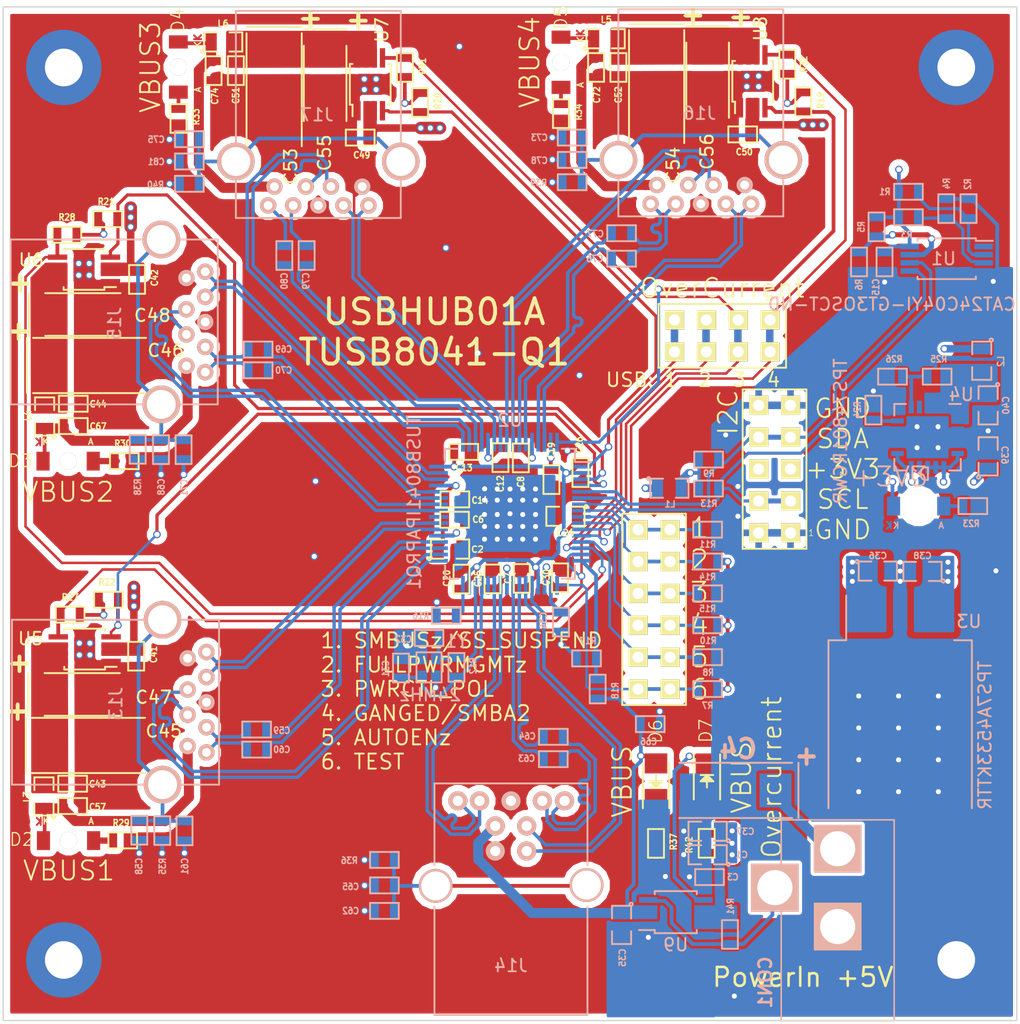
<source format=kicad_pcb>
(kicad_pcb (version 20170123) (host pcbnew "(2017-08-08 revision 53204e097)-makepkg")
  (layers (0 F.Cu signal) (1 In1.Cu signal) (2 In2.Cu signal) (31 B.Cu signal) (34 B.Paste user) (35 F.Paste user) (36 B.SilkS user) (37 F.SilkS user) (38 B.Mask user) (39 F.Mask user) (44 Edge.Cuts user))
  (net 0 "")
  (net 1 /IO3V3)
  (net 2 GND)
  (net 3 /IO1V1)
  (net 4 +3V3)
  (net 5 "Net-(C31-Pad1)")
  (net 6 "Net-(C32-Pad1)")
  (net 7 "Net-(C34-Pad1)")
  (net 8 +5V)
  (net 9 +1V1)
  (net 10 "Net-(C58-Pad1)")
  (net 11 "Net-(C62-Pad1)")
  (net 12 "Net-(C68-Pad1)")
  (net 13 "Net-(C73-Pad1)")
  (net 14 "Net-(C75-Pad1)")
  (net 15 "Net-(D1-Pad2)")
  (net 16 "Net-(D2-Pad1)")
  (net 17 "Net-(D3-Pad1)")
  (net 18 "Net-(D4-Pad1)")
  (net 19 "Net-(D5-Pad1)")
  (net 20 "Net-(D6-Pad1)")
  (net 21 /TEST_TRSTZ)
  (net 22 /PWRCTL_POL_TDO)
  (net 23 /GANGED_SMBA2_SH_UP)
  (net 24 /FULLPWRMGMTZ_SMBA1)
  (net 25 /SMBUSZ_SS_SUS)
  (net 26 /AUTOENZ_HS_SUS)
  (net 27 /SCL)
  (net 28 /SDA)
  (net 29 "Net-(R1-Pad2)")
  (net 30 "Net-(R3-Pad2)")
  (net 31 "Net-(R5-Pad2)")
  (net 32 "Net-(R16-Pad1)")
  (net 33 "Net-(R17-Pad1)")
  (net 34 "Net-(R24-Pad1)")
  (net 35 "Net-(R25-Pad2)")
  (net 36 /DN2_VBUS)
  (net 37 /DN1_VBUS)
  (net 38 /DN3_VBUS)
  (net 39 /DN4_VBUS)
  (net 40 /USB_SSTXM_DN1+)
  (net 41 /USB_SSTXM_DN1-)
  (net 42 /USB_SSTXM_UP+)
  (net 43 /USB_SSTXM_UP-)
  (net 44 /USB_VBUS_UP)
  (net 45 /USB_SSTXM_DN2+)
  (net 46 /USB_SSTXM_DN2-)
  (net 47 /USB_SSTXM_DN4+)
  (net 48 /USB_SSTXM_DN4-)
  (net 49 /USB_SSTXM_DN3+)
  (net 50 /USB_SSTXM_DN3-)
  (net 51 /OVERCUR1Z_TDI)
  (net 52 /OVERCUR2Z_TMS)
  (net 53 /OVERCUR3Z_TCK)
  (net 54 /USB_SSRXM_DN1-)
  (net 55 /USB_SSRXM_DN1+)
  (net 56 /USB_DM_DN1-)
  (net 57 /USB_DM_DN1+)
  (net 58 /USB_SSRXM_UP+)
  (net 59 /USB_SSRXM_UP-)
  (net 60 /USB_DM_UP+)
  (net 61 /USB_DM_UP-)
  (net 62 /USB_SSRXM_DN2-)
  (net 63 /USB_SSRXM_DN2+)
  (net 64 /USB_DM_DN2-)
  (net 65 /USB_DM_DN2+)
  (net 66 /USB_SSRXM_DN4-)
  (net 67 /USB_SSRXM_DN4+)
  (net 68 /USB_DM_DN4-)
  (net 69 /USB_DM_DN4+)
  (net 70 /USB_SSRXM_DN3-)
  (net 71 /USB_SSRXM_DN3+)
  (net 72 /USB_DM_DN3-)
  (net 73 /USB_DM_DN3+)
  (net 74 /PWRON4_BATEN4)
  (net 75 /PWRON3_BATEN3)
  (net 76 /PWRON2_BATEN2)
  (net 77 /PWRON1_BATEN1)
  (net 78 /OVERCUR4Z)
  (net 79 /USBPORT/DN1+)
  (net 80 /USBPORT/DN1-)
  (net 81 /USBPORT/SSTX_N)
  (net 82 /USBPORT/SSTX_P)
  (net 83 /USBPORT/DN2+)
  (net 84 /USBPORT/DN2-)
  (net 85 /USBPORT/DN4+)
  (net 86 /USBPORT/DN4-)
  (net 87 /USBPORT/DN3+)
  (net 88 /USBPORT/DN3-)
  (net 89 /VBUS1)
  (net 90 /VBUS2)
  (net 91 /VBUS4)
  (net 92 /VBUS3)
  (net 93 "Net-(CON1-Pad3)")
  (net 94 "Net-(D7-Pad1)")
  (net 95 "Net-(D7-Pad2)")
  (module LEDs:LED_1206 (layer F.Cu) (at 163.013206 122.92274 270)
    (fp_text reference D7 (at -4.02534 0.097606 270) (layer F.SilkS) (effects (font (thickness 0.1))))
    (fp_text value LED hide)
    (pad 1 smd rect (at -1.41986 0 90) (size 1.59766 1.80086) (layers F.Cu F.Paste F.Mask) (net 94 "Net-(D7-Pad1)"))
    (pad 2 smd rect (at 1.41986 0 90) (size 1.59766 1.80086) (layers F.Cu F.Paste F.Mask) (net 95 "Net-(D7-Pad2)"))
  )
  (module LEDs:LED_1206 (layer F.Cu) (at 158.956074 122.915662 90)
    (fp_text reference D6 (at 3.967462 -0.028274 90) (layer F.SilkS) (effects (font (thickness 0.1))))
    (fp_text value VBUS-UP)
    (pad 1 smd rect (at -1.41986 0 270) (size 1.59766 1.80086) (layers F.Cu F.Paste F.Mask) (net 20 "Net-(D6-Pad1)"))
    (pad 2 smd rect (at 1.41986 0 270) (size 1.59766 1.80086) (layers F.Cu F.Paste F.Mask) (net 44 /USB_VBUS_UP))
  )
  (module Mlab_D:LED_1206 (layer B.Cu) (at 179.8828 100.9904 180)
    (fp_text reference D1 (at 0 2.54 180) (layer B.SilkS) (effects (justify mirror)))
    (fp_text value +3V3 (at 2.286 2.3368 180) (layer B.SilkS))
    (fp_text user K (at 1.80086 -1.5494 180) (layer B.SilkS) (effects (font (size 0.50038 0.50038) (thickness 0.09906)) (justify mirror)))
    (fp_text user A (at -1.80086 -1.5494 180) (layer B.SilkS) (effects (font (size 0.50038 0.50038) (thickness 0.09906)) (justify mirror)))
    (fp_line (start 2.2225 -1.24968) (end 2.21742 -1.81864) (layer B.Cu) (width 0.15))
    (fp_line (start 2.25298 -1.52146) (end 2.5273 -1.24968) (layer B.Cu) (width 0.15))
    (fp_line (start 2.21488 -1.50622) (end 2.53492 -1.81102) (layer B.Cu) (width 0.15))
    (pad "" np_thru_hole circle (at 0 0 180) (size 2.7 2.7) (drill 2.7) (layers *.Cu *.Mask B.SilkS))
    (pad 1 smd rect (at 2 0 180) (size 1.05 1.5) (layers B.Cu B.Paste B.Mask) (net 4 +3V3))
    (pad 2 smd rect (at -2 0 180) (size 1.05 1.5) (layers B.Cu B.Paste B.Mask) (net 15 "Net-(D1-Pad2)"))
  )
  (module Mlab_Con:DC2,1MM (layer B.Cu) (at 173.4312 132.1054 270)
    (fp_text reference CON1 (at 6.8453 5.7658 270) (layer B.SilkS) (effects (font (size 1.016 1.016) (thickness 0.2032)) (justify mirror)))
    (fp_text value "PowerIn +5V" (at 6.4262 2.7686) (layer F.SilkS) (effects (font (size 1.5 1.5) (thickness 0.2032))))
    (pad 2 thru_hole rect (at 2.39 0 270) (size 3.81 3.81) (drill 2.8) (layers *.Cu *.Mask B.SilkS) (net 2 GND))
    (pad 1 thru_hole rect (at -3.81 0 270) (size 3.81 3.81) (drill 2.8) (layers *.Cu *.Mask B.SilkS) (net 8 +5V))
    (pad 3 thru_hole rect (at -0.71 5 270) (size 3.81 3.81) (drill 2.8) (layers *.Cu *.Mask B.SilkS) (net 93 "Net-(CON1-Pad3)"))
  )
  (module Crystals:NX2016HA (layer B.Cu) (at 140.8684 113.8428 270)
    (fp_text reference Y1 (at -2.0828 -2.1844) (layer B.SilkS) (effects (justify mirror)))
    (fp_text value 24MHz (at 2.1844 -0.1016) (layer B.SilkS) (effects (justify mirror)))
    (pad 1 smd rect (at -0.675 -0.525 270) (size 0.85 0.75) (layers B.Cu B.Paste B.Mask) (net 6 "Net-(C32-Pad1)"))
    (pad 2 smd rect (at 0.675 -0.525 270) (size 0.85 0.75) (layers B.Cu B.Paste B.Mask) (net 2 GND))
    (pad 3 smd rect (at 0.675 0.525 270) (size 0.85 0.75) (layers B.Cu B.Paste B.Mask) (net 5 "Net-(C31-Pad1)"))
    (pad 4 smd rect (at -0.675 0.525 270) (size 0.85 0.75) (layers B.Cu B.Paste B.Mask) (net 2 GND))
  )
  (module Mlab_IO:HTQFP-64_10x10mm_Pitch0.5mm (layer B.Cu) (at 147.32 101.6 180)
    (fp_text reference U2 (at 0 7.45 180) (layer B.SilkS) (effects (justify mirror)))
    (fp_text value TUSB8041IPAPRQ1 (at 7.6454 0.889 270) (layer B.SilkS) (effects (justify mirror)))
    (pad 65 smd rect (at 0 0 90) (size 5 5) (layers B.Cu B.Paste B.Mask) (net 2 GND))
    (pad 1 smd rect (at -5.7 3.75 180) (size 1.5 0.3) (layers B.Cu B.Paste B.Mask) (net 75 /PWRON3_BATEN3))
    (pad 2 smd rect (at -5.7 3.25 180) (size 1.5 0.3) (layers B.Cu B.Paste B.Mask) (net 1 /IO3V3))
    (pad 3 smd rect (at -5.7 2.75 180) (size 1.5 0.3) (layers B.Cu B.Paste B.Mask) (net 76 /PWRON2_BATEN2))
    (pad 4 smd rect (at -5.7 2.25 180) (size 1.5 0.3) (layers B.Cu B.Paste B.Mask) (net 77 /PWRON1_BATEN1))
    (pad 5 smd rect (at -5.7 1.75 180) (size 1.5 0.3) (layers B.Cu B.Paste B.Mask) (net 28 /SDA))
    (pad 6 smd rect (at -5.7 1.25 180) (size 1.5 0.3) (layers B.Cu B.Paste B.Mask) (net 27 /SCL))
    (pad 7 smd rect (at -5.7 0.75 180) (size 1.5 0.3) (layers B.Cu B.Paste B.Mask) (net 25 /SMBUSZ_SS_SUS))
    (pad 8 smd rect (at -5.7 0.25 180) (size 1.5 0.3) (layers B.Cu B.Paste B.Mask) (net 24 /FULLPWRMGMTZ_SMBA1))
    (pad 9 smd rect (at -5.7 -0.25 180) (size 1.5 0.3) (layers B.Cu B.Paste B.Mask) (net 22 /PWRCTL_POL_TDO))
    (pad 10 smd rect (at -5.7 -0.75 180) (size 1.5 0.3) (layers B.Cu B.Paste B.Mask) (net 23 /GANGED_SMBA2_SH_UP))
    (pad 11 smd rect (at -5.7 -1.25 180) (size 1.5 0.3) (layers B.Cu B.Paste B.Mask) (net 78 /OVERCUR4Z))
    (pad 12 smd rect (at -5.7 -1.75 180) (size 1.5 0.3) (layers B.Cu B.Paste B.Mask) (net 53 /OVERCUR3Z_TCK))
    (pad 13 smd rect (at -5.7 -2.25 180) (size 1.5 0.3) (layers B.Cu B.Paste B.Mask) (net 26 /AUTOENZ_HS_SUS))
    (pad 14 smd rect (at -5.7 -2.75 180) (size 1.5 0.3) (layers B.Cu B.Paste B.Mask) (net 51 /OVERCUR1Z_TDI))
    (pad 15 smd rect (at -5.7 -3.25 180) (size 1.5 0.3) (layers B.Cu B.Paste B.Mask) (net 52 /OVERCUR2Z_TMS))
    (pad 16 smd rect (at -5.7 -3.75 180) (size 1.5 0.3) (layers B.Cu B.Paste B.Mask) (net 33 "Net-(R17-Pad1)"))
    (pad 17 smd rect (at -3.75 -5.7 90) (size 1.5 0.3) (layers B.Cu B.Paste B.Mask) (net 21 /TEST_TRSTZ))
    (pad 18 smd rect (at -3.25 -5.7 90) (size 1.5 0.3) (layers B.Cu B.Paste B.Mask) (net 7 "Net-(C34-Pad1)"))
    (pad 19 smd rect (at -2.75 -5.7 90) (size 1.5 0.3) (layers B.Cu B.Paste B.Mask) (net 3 /IO1V1))
    (pad 20 smd rect (at -2.25 -5.7 90) (size 1.5 0.3) (layers B.Cu B.Paste B.Mask) (net 1 /IO3V3))
    (pad 21 smd rect (at -1.75 -5.7 90) (size 1.5 0.3) (layers B.Cu B.Paste B.Mask) (net 60 /USB_DM_UP+))
    (pad 22 smd rect (at -1.25 -5.7 90) (size 1.5 0.3) (layers B.Cu B.Paste B.Mask) (net 61 /USB_DM_UP-))
    (pad 23 smd rect (at -0.75 -5.7 90) (size 1.5 0.3) (layers B.Cu B.Paste B.Mask) (net 42 /USB_SSTXM_UP+))
    (pad 24 smd rect (at -0.25 -5.7 90) (size 1.5 0.3) (layers B.Cu B.Paste B.Mask) (net 43 /USB_SSTXM_UP-))
    (pad 25 smd rect (at 0.25 -5.7 90) (size 1.5 0.3) (layers B.Cu B.Paste B.Mask) (net 3 /IO1V1))
    (pad 26 smd rect (at 0.75 -5.7 90) (size 1.5 0.3) (layers B.Cu B.Paste B.Mask) (net 58 /USB_SSRXM_UP+))
    (pad 27 smd rect (at 1.25 -5.7 90) (size 1.5 0.3) (layers B.Cu B.Paste B.Mask) (net 59 /USB_SSRXM_UP-))
    (pad 28 smd rect (at 1.75 -5.7 90) (size 1.5 0.3) (layers B.Cu B.Paste B.Mask))
    (pad 29 smd rect (at 2.25 -5.7 90) (size 1.5 0.3) (layers B.Cu B.Paste B.Mask) (net 5 "Net-(C31-Pad1)"))
    (pad 30 smd rect (at 2.75 -5.7 90) (size 1.5 0.3) (layers B.Cu B.Paste B.Mask) (net 6 "Net-(C32-Pad1)"))
    (pad 31 smd rect (at 3.25 -5.7 90) (size 1.5 0.3) (layers B.Cu B.Paste B.Mask) (net 1 /IO3V3))
    (pad 32 smd rect (at 3.75 -5.7 90) (size 1.5 0.3) (layers B.Cu B.Paste B.Mask) (net 32 "Net-(R16-Pad1)"))
    (pad 33 smd rect (at 5.7 -3.75 180) (size 1.5 0.3) (layers B.Cu B.Paste B.Mask) (net 57 /USB_DM_DN1+))
    (pad 34 smd rect (at 5.7 -3.25 180) (size 1.5 0.3) (layers B.Cu B.Paste B.Mask) (net 56 /USB_DM_DN1-))
    (pad 35 smd rect (at 5.7 -2.75 180) (size 1.5 0.3) (layers B.Cu B.Paste B.Mask) (net 40 /USB_SSTXM_DN1+))
    (pad 36 smd rect (at 5.7 -2.25 180) (size 1.5 0.3) (layers B.Cu B.Paste B.Mask) (net 41 /USB_SSTXM_DN1-))
    (pad 37 smd rect (at 5.7 -1.75 180) (size 1.5 0.3) (layers B.Cu B.Paste B.Mask) (net 3 /IO1V1))
    (pad 38 smd rect (at 5.7 -1.25 180) (size 1.5 0.3) (layers B.Cu B.Paste B.Mask) (net 55 /USB_SSRXM_DN1+))
    (pad 39 smd rect (at 5.7 -0.75 180) (size 1.5 0.3) (layers B.Cu B.Paste B.Mask) (net 54 /USB_SSRXM_DN1-))
    (pad 40 smd rect (at 5.7 -0.25 180) (size 1.5 0.3) (layers B.Cu B.Paste B.Mask))
    (pad 41 smd rect (at 5.7 0.25 180) (size 1.5 0.3) (layers B.Cu B.Paste B.Mask) (net 65 /USB_DM_DN2+))
    (pad 42 smd rect (at 5.7 0.75 180) (size 1.5 0.3) (layers B.Cu B.Paste B.Mask) (net 64 /USB_DM_DN2-))
    (pad 43 smd rect (at 5.7 1.25 180) (size 1.5 0.3) (layers B.Cu B.Paste B.Mask) (net 45 /USB_SSTXM_DN2+))
    (pad 44 smd rect (at 5.7 1.75 180) (size 1.5 0.3) (layers B.Cu B.Paste B.Mask) (net 46 /USB_SSTXM_DN2-))
    (pad 45 smd rect (at 5.7 2.25 180) (size 1.5 0.3) (layers B.Cu B.Paste B.Mask) (net 3 /IO1V1))
    (pad 46 smd rect (at 5.7 2.75 180) (size 1.5 0.3) (layers B.Cu B.Paste B.Mask) (net 63 /USB_SSRXM_DN2+))
    (pad 47 smd rect (at 5.7 3.25 180) (size 1.5 0.3) (layers B.Cu B.Paste B.Mask) (net 62 /USB_SSRXM_DN2-))
    (pad 48 smd rect (at 5.7 3.75 180) (size 1.5 0.3) (layers B.Cu B.Paste B.Mask) (net 1 /IO3V3))
    (pad 49 smd rect (at 3.75 5.7 90) (size 1.5 0.3) (layers B.Cu B.Paste B.Mask) (net 73 /USB_DM_DN3+))
    (pad 50 smd rect (at 3.25 5.7 90) (size 1.5 0.3) (layers B.Cu B.Paste B.Mask) (net 72 /USB_DM_DN3-))
    (pad 51 smd rect (at 2.75 5.7 90) (size 1.5 0.3) (layers B.Cu B.Paste B.Mask) (net 49 /USB_SSTXM_DN3+))
    (pad 52 smd rect (at 2.25 5.7 90) (size 1.5 0.3) (layers B.Cu B.Paste B.Mask) (net 50 /USB_SSTXM_DN3-))
    (pad 53 smd rect (at 1.75 5.7 90) (size 1.5 0.3) (layers B.Cu B.Paste B.Mask) (net 3 /IO1V1))
    (pad 54 smd rect (at 1.25 5.7 90) (size 1.5 0.3) (layers B.Cu B.Paste B.Mask) (net 71 /USB_SSRXM_DN3+))
    (pad 55 smd rect (at 0.75 5.7 90) (size 1.5 0.3) (layers B.Cu B.Paste B.Mask) (net 70 /USB_SSRXM_DN3-))
    (pad 56 smd rect (at 0.25 5.7 90) (size 1.5 0.3) (layers B.Cu B.Paste B.Mask) (net 69 /USB_DM_DN4+))
    (pad 57 smd rect (at -0.25 5.7 90) (size 1.5 0.3) (layers B.Cu B.Paste B.Mask) (net 68 /USB_DM_DN4-))
    (pad 58 smd rect (at -0.75 5.7 90) (size 1.5 0.3) (layers B.Cu B.Paste B.Mask) (net 47 /USB_SSTXM_DN4+))
    (pad 59 smd rect (at -1.25 5.7 90) (size 1.5 0.3) (layers B.Cu B.Paste B.Mask) (net 48 /USB_SSTXM_DN4-))
    (pad 60 smd rect (at -1.75 5.7 90) (size 1.5 0.3) (layers B.Cu B.Paste B.Mask) (net 3 /IO1V1))
    (pad 61 smd rect (at -2.25 5.7 90) (size 1.5 0.3) (layers B.Cu B.Paste B.Mask) (net 67 /USB_SSRXM_DN4+))
    (pad 62 smd rect (at -2.75 5.7 90) (size 1.5 0.3) (layers B.Cu B.Paste B.Mask) (net 66 /USB_SSRXM_DN4-))
    (pad 63 smd rect (at -3.25 5.7 90) (size 1.5 0.3) (layers B.Cu B.Paste B.Mask) (net 3 /IO1V1))
    (pad 64 smd rect (at -3.75 5.7 90) (size 1.5 0.3) (layers B.Cu B.Paste B.Mask) (net 74 /PWRON4_BATEN4))
  )
  (module Mlab_Con:USB3_0_B (layer B.Cu) (at 153.416 131.191 180)
    (fp_text reference J14 (at 6.0198 -6.4145 180) (layer B.SilkS) (effects (justify mirror)))
    (fp_text value USB3_B hide)
    (pad 5 thru_hole circle (at 1.75 6.71) (size 1.524 1.524) (drill 0.8128) (layers *.Cu *.Mask B.SilkS) (net 81 /USBPORT/SSTX_N))
    (pad 6 thru_hole circle (at 3.52 6.71) (size 1.524 1.524) (drill 0.8128) (layers *.Cu *.Mask B.SilkS) (net 82 /USBPORT/SSTX_P))
    (pad 7 thru_hole circle (at 6.02 6.71) (size 1.524 1.524) (drill 0.8128) (layers *.Cu *.Mask B.SilkS) (net 2 GND))
    (pad 8 thru_hole circle (at 8.52 6.71) (size 1.524 1.524) (drill 0.8128) (layers *.Cu *.Mask B.SilkS) (net 59 /USB_SSRXM_UP-))
    (pad 9 thru_hole circle (at 10.25 6.71) (size 1.524 1.524) (drill 0.8128) (layers *.Cu *.Mask B.SilkS) (net 58 /USB_SSRXM_UP+))
    (pad 2 thru_hole circle (at 4.77 4.71) (size 1.524 1.524) (drill 0.8128) (layers *.Cu *.Mask B.SilkS) (net 61 /USB_DM_UP-))
    (pad 1 thru_hole circle (at 7.27 4.71) (size 1.524 1.524) (drill 0.8128) (layers *.Cu *.Mask B.SilkS) (net 44 /USB_VBUS_UP))
    (pad 4 thru_hole circle (at 7.27 2.71) (size 1.524 1.524) (drill 0.8128) (layers *.Cu *.Mask B.SilkS) (net 2 GND))
    (pad 3 thru_hole circle (at 4.77 2.71) (size 1.524 1.524) (drill 0.8128) (layers *.Cu *.Mask B.SilkS) (net 60 /USB_DM_UP+))
    (pad 10 thru_hole circle (at 0 0) (size 2.70002 2.70002) (drill 2.30124) (layers *.Cu *.Mask B.SilkS) (net 11 "Net-(C62-Pad1)"))
    (pad 10 thru_hole circle (at 12.01928 -0.0645) (size 2.70002 2.70002) (drill 2.30124) (layers *.Cu *.Mask B.SilkS) (net 11 "Net-(C62-Pad1)"))
  )
  (module Mlab_R:SMD-0805 (layer F.Cu) (at 142.5448 104.4194)
    (fp_text reference C2 (at 2.1844 0.0254) (layer F.SilkS) (effects (font (size 0.50038 0.50038) (thickness 0.10922))))
    (fp_text value 10uF hide)
    (pad 1 smd rect (at -0.9525 0) (size 0.889 1.397) (layers F.Cu F.Paste F.Mask) (net 3 /IO1V1))
    (pad 2 smd rect (at 0.9525 0) (size 0.889 1.397) (layers F.Cu F.Paste F.Mask) (net 2 GND))
  )
  (module Mlab_R:SMD-0805 (layer B.Cu) (at 156.21 134.366 270)
    (fp_text reference C35 (at 2.6162 -0.0762 270) (layer B.SilkS) (effects (font (size 0.50038 0.50038) (thickness 0.10922)) (justify mirror)))
    (fp_text value 1uF hide)
    (pad 1 smd rect (at -0.9525 0 270) (size 0.889 1.397) (layers B.Cu B.Paste B.Mask) (net 44 /USB_VBUS_UP))
    (pad 2 smd rect (at 0.9525 0 270) (size 0.889 1.397) (layers B.Cu B.Paste B.Mask) (net 2 GND))
  )
  (module Mlab_R:SMD-0805 (layer B.Cu) (at 176.6316 106.172)
    (fp_text reference C36 (at 0 -1.2192) (layer B.SilkS) (effects (font (size 0.50038 0.50038) (thickness 0.10922)) (justify mirror)))
    (fp_text value 10uF hide)
    (pad 1 smd rect (at -0.9525 0) (size 0.889 1.397) (layers B.Cu B.Paste B.Mask) (net 8 +5V))
    (pad 2 smd rect (at 0.9525 0) (size 0.889 1.397) (layers B.Cu B.Paste B.Mask) (net 2 GND))
  )
  (module Mlab_R:SMD-0805 (layer B.Cu) (at 163.068 126.8984 180)
    (fp_text reference C37 (at -2.9972 -0.0254 180) (layer B.SilkS) (effects (font (size 0.50038 0.50038) (thickness 0.10922)) (justify mirror)))
    (fp_text value 10uF hide)
    (pad 1 smd rect (at -0.9525 0 180) (size 0.889 1.397) (layers B.Cu B.Paste B.Mask) (net 8 +5V))
    (pad 2 smd rect (at 0.9525 0 180) (size 0.889 1.397) (layers B.Cu B.Paste B.Mask) (net 2 GND))
  )
  (module Mlab_R:SMD-0805 (layer B.Cu) (at 180.1876 106.1974 180)
    (fp_text reference C38 (at 0 1.2446 180) (layer B.SilkS) (effects (font (size 0.50038 0.50038) (thickness 0.10922)) (justify mirror)))
    (fp_text value 10uF hide)
    (pad 1 smd rect (at -0.9525 0 180) (size 0.889 1.397) (layers B.Cu B.Paste B.Mask) (net 4 +3V3))
    (pad 2 smd rect (at 0.9525 0 180) (size 0.889 1.397) (layers B.Cu B.Paste B.Mask) (net 2 GND))
  )
  (module Mlab_R:SMD-0805 (layer B.Cu) (at 185.42 97.028 90)
    (fp_text reference C39 (at 0.1016 1.3716 90) (layer B.SilkS) (effects (font (size 0.50038 0.50038) (thickness 0.10922)) (justify mirror)))
    (fp_text value 10uF hide)
    (pad 1 smd rect (at -0.9525 0 90) (size 0.889 1.397) (layers B.Cu B.Paste B.Mask) (net 4 +3V3))
    (pad 2 smd rect (at 0.9525 0 90) (size 0.889 1.397) (layers B.Cu B.Paste B.Mask) (net 2 GND))
  )
  (module Mlab_R:SMD-0805 (layer B.Cu) (at 185.42 92.964 270)
    (fp_text reference C40 (at 0 -1.4224 270) (layer B.SilkS) (effects (font (size 0.50038 0.50038) (thickness 0.10922)) (justify mirror)))
    (fp_text value 10uF hide)
    (pad 1 smd rect (at -0.9525 0 270) (size 0.889 1.397) (layers B.Cu B.Paste B.Mask) (net 9 +1V1))
    (pad 2 smd rect (at 0.9525 0 270) (size 0.889 1.397) (layers B.Cu B.Paste B.Mask) (net 2 GND))
  )
  (module Mlab_C:TantalC_SizeD_Reflow (layer F.Cu) (at 113.738883 120.066011)
    (fp_text reference C45 (at 5.996717 -1.143211) (layer F.SilkS))
    (fp_text value 100uF hide)
    (fp_text user + (at -5.6515 -2.79908) (layer F.SilkS) (effects (font (thickness 0.3048))))
    (pad 2 smd rect (at 3.175 0) (size 2.55016 2.70002) (layers F.Cu F.Paste F.Mask) (net 2 GND))
    (pad 1 smd rect (at -3.175 0) (size 2.55016 2.70002) (layers F.Cu F.Paste F.Mask) (net 37 /DN1_VBUS))
  )
  (module Mlab_C:TantalC_SizeD_Reflow (layer F.Cu) (at 113.8174 89.789)
    (fp_text reference C46 (at 6.0706 -1.1938) (layer F.SilkS))
    (fp_text value 100uF hide)
    (fp_text user + (at -5.6515 -2.79908) (layer F.SilkS) (effects (font (thickness 0.3048))))
    (pad 2 smd rect (at 3.175 0) (size 2.55016 2.70002) (layers F.Cu F.Paste F.Mask) (net 2 GND))
    (pad 1 smd rect (at -3.175 0) (size 2.55016 2.70002) (layers F.Cu F.Paste F.Mask) (net 36 /DN2_VBUS))
  )
  (module Mlab_C:TantalC_SizeC_Reflow (layer F.Cu) (at 113.230883 116.002011)
    (fp_text reference C47 (at 5.691917 0.228389) (layer F.SilkS))
    (fp_text value 47uF hide)
    (fp_text user + (at -4.99872 -2.55016) (layer F.SilkS) (effects (font (thickness 0.3048))))
    (pad 2 smd rect (at 2.52476 0) (size 2.55016 2.49936) (layers F.Cu F.Paste F.Mask) (net 2 GND))
    (pad 1 smd rect (at -2.52476 0) (size 2.55016 2.49936) (layers F.Cu F.Paste F.Mask) (net 37 /DN1_VBUS))
  )
  (module Mlab_C:TantalC_SizeC_Reflow (layer F.Cu) (at 113.284 85.725)
    (fp_text reference C48 (at 5.5372 0.0762) (layer F.SilkS))
    (fp_text value 47uF hide)
    (fp_text user + (at -4.99872 -2.55016) (layer F.SilkS) (effects (font (thickness 0.3048))))
    (pad 2 smd rect (at 2.52476 0) (size 2.55016 2.49936) (layers F.Cu F.Paste F.Mask) (net 2 GND))
    (pad 1 smd rect (at -2.52476 0) (size 2.55016 2.49936) (layers F.Cu F.Paste F.Mask) (net 36 /DN2_VBUS))
  )
  (module Mlab_C:TantalC_SizeD_Reflow (layer F.Cu) (at 128.524 67.818 270)
    (fp_text reference C53 (at 6.096 -1.3208 270) (layer F.SilkS))
    (fp_text value 100uF hide)
    (fp_text user + (at -5.6515 -2.79908 270) (layer F.SilkS) (effects (font (thickness 0.3048))))
    (pad 2 smd rect (at 3.175 0 270) (size 2.55016 2.70002) (layers F.Cu F.Paste F.Mask) (net 2 GND))
    (pad 1 smd rect (at -3.175 0 270) (size 2.55016 2.70002) (layers F.Cu F.Paste F.Mask) (net 38 /DN3_VBUS))
  )
  (module Mlab_C:TantalC_SizeD_Reflow (layer F.Cu) (at 159.004 67.564 270)
    (fp_text reference C54 (at 6.2484 -1.3208 270) (layer F.SilkS))
    (fp_text value 100uF hide)
    (fp_text user + (at -5.6515 -2.79908 270) (layer F.SilkS) (effects (font (thickness 0.3048))))
    (pad 2 smd rect (at 3.175 0 270) (size 2.55016 2.70002) (layers F.Cu F.Paste F.Mask) (net 2 GND))
    (pad 1 smd rect (at -3.175 0 270) (size 2.55016 2.70002) (layers F.Cu F.Paste F.Mask) (net 39 /DN4_VBUS))
  )
  (module Mlab_C:TantalC_SizeC_Reflow (layer F.Cu) (at 132.588 67.31 270)
    (fp_text reference C55 (at 5.5372 0.0508 270) (layer F.SilkS))
    (fp_text value 47uF hide)
    (fp_text user + (at -4.99872 -2.55016 270) (layer F.SilkS) (effects (font (thickness 0.3048))))
    (pad 2 smd rect (at 2.52476 0 270) (size 2.55016 2.49936) (layers F.Cu F.Paste F.Mask) (net 2 GND))
    (pad 1 smd rect (at -2.52476 0 270) (size 2.55016 2.49936) (layers F.Cu F.Paste F.Mask) (net 38 /DN3_VBUS))
  )
  (module Mlab_C:TantalC_SizeC_Reflow (layer F.Cu) (at 163.068 67.056 270)
    (fp_text reference C56 (at 5.6896 0.0508 270) (layer F.SilkS))
    (fp_text value 47uF hide)
    (fp_text user + (at -4.99872 -2.55016 270) (layer F.SilkS) (effects (font (thickness 0.3048))))
    (pad 2 smd rect (at 2.52476 0 270) (size 2.55016 2.49936) (layers F.Cu F.Paste F.Mask) (net 2 GND))
    (pad 1 smd rect (at -2.52476 0 270) (size 2.55016 2.49936) (layers F.Cu F.Paste F.Mask) (net 39 /DN4_VBUS))
  )
  (module Mlab_D:LED_1206 (layer F.Cu) (at 112.141 127.648 180)
    (fp_text reference D2 (at 3.7338 0.0892 180) (layer F.SilkS) (effects (font (thickness 0.1))))
    (fp_text value VBUS1 (at -0.0254 -2.4 180) (layer F.SilkS))
    (fp_line (start 2.21488 1.50622) (end 2.53492 1.81102) (layer F.Cu) (width 0.15))
    (fp_line (start 2.25298 1.52146) (end 2.5273 1.24968) (layer F.Cu) (width 0.15))
    (fp_line (start 2.2225 1.24968) (end 2.21742 1.81864) (layer F.Cu) (width 0.15))
    (fp_text user A (at -1.80086 1.5494 180) (layer F.SilkS) (effects (font (size 0.50038 0.50038) (thickness 0.09906))))
    (fp_text user K (at 1.80086 1.5494 180) (layer F.SilkS) (effects (font (size 0.50038 0.50038) (thickness 0.09906))))
    (pad 1 smd rect (at -2 0 180) (size 1.05 1.5) (layers F.Cu F.Paste F.Mask) (net 16 "Net-(D2-Pad1)"))
    (pad 2 smd rect (at 2 0 180) (size 1.05 1.5) (layers F.Cu F.Paste F.Mask) (net 89 /VBUS1))
    (pad "" thru_hole circle (at 0 0 180) (size 1.35 1.35) (drill 1.35) (layers *.Cu *.Mask F.SilkS))
  )
  (module Mlab_D:LED_1206 (layer F.Cu) (at 112.109 97.409 180)
    (fp_text reference D3 (at 3.8034 0.0254 180) (layer F.SilkS) (effects (font (thickness 0.1))))
    (fp_text value VBUS2 (at -0.0066 -2.4638 180) (layer F.SilkS))
    (fp_line (start 2.21488 1.50622) (end 2.53492 1.81102) (layer F.Cu) (width 0.15))
    (fp_line (start 2.25298 1.52146) (end 2.5273 1.24968) (layer F.Cu) (width 0.15))
    (fp_line (start 2.2225 1.24968) (end 2.21742 1.81864) (layer F.Cu) (width 0.15))
    (fp_text user A (at -1.80086 1.5494 180) (layer F.SilkS) (effects (font (size 0.50038 0.50038) (thickness 0.09906))))
    (fp_text user K (at 1.80086 1.5494 180) (layer F.SilkS) (effects (font (size 0.50038 0.50038) (thickness 0.09906))))
    (pad 1 smd rect (at -2 0 180) (size 1.05 1.5) (layers F.Cu F.Paste F.Mask) (net 17 "Net-(D3-Pad1)"))
    (pad 2 smd rect (at 2 0 180) (size 1.05 1.5) (layers F.Cu F.Paste F.Mask) (net 90 /VBUS2))
    (pad "" thru_hole circle (at 0 0 180) (size 1.35 1.35) (drill 1.35) (layers *.Cu *.Mask F.SilkS))
  )
  (module Mlab_D:LED_1206 (layer F.Cu) (at 120.891 66.005848 90)
    (fp_text reference D4 (at 3.725048 -0.0378 90) (layer F.SilkS) (effects (font (thickness 0.1))))
    (fp_text value VBUS3 (at 0 -2.2222 90) (layer F.SilkS))
    (fp_line (start 2.21488 1.50622) (end 2.53492 1.81102) (layer F.Cu) (width 0.15))
    (fp_line (start 2.25298 1.52146) (end 2.5273 1.24968) (layer F.Cu) (width 0.15))
    (fp_line (start 2.2225 1.24968) (end 2.21742 1.81864) (layer F.Cu) (width 0.15))
    (fp_text user A (at -1.80086 1.5494 90) (layer F.SilkS) (effects (font (size 0.50038 0.50038) (thickness 0.09906))))
    (fp_text user K (at 1.80086 1.5494 90) (layer F.SilkS) (effects (font (size 0.50038 0.50038) (thickness 0.09906))))
    (pad 1 smd rect (at -2 0 90) (size 1.05 1.5) (layers F.Cu F.Paste F.Mask) (net 18 "Net-(D4-Pad1)"))
    (pad 2 smd rect (at 2 0 90) (size 1.05 1.5) (layers F.Cu F.Paste F.Mask) (net 92 /VBUS3))
    (pad "" thru_hole circle (at 0 0 90) (size 1.35 1.35) (drill 1.35) (layers *.Cu *.Mask F.SilkS))
  )
  (module Mlab_D:LED_1206 (layer F.Cu) (at 151.384 65.627 90)
    (fp_text reference D5 (at 3.5494 0 90) (layer F.SilkS) (effects (font (thickness 0.1))))
    (fp_text value VBUS4 (at 0 -2.4892 90) (layer F.SilkS))
    (fp_line (start 2.21488 1.50622) (end 2.53492 1.81102) (layer F.Cu) (width 0.15))
    (fp_line (start 2.25298 1.52146) (end 2.5273 1.24968) (layer F.Cu) (width 0.15))
    (fp_line (start 2.2225 1.24968) (end 2.21742 1.81864) (layer F.Cu) (width 0.15))
    (fp_text user A (at -1.80086 1.5494 90) (layer F.SilkS) (effects (font (size 0.50038 0.50038) (thickness 0.09906))))
    (fp_text user K (at 1.80086 1.5494 90) (layer F.SilkS) (effects (font (size 0.50038 0.50038) (thickness 0.09906))))
    (pad 1 smd rect (at -2 0 90) (size 1.05 1.5) (layers F.Cu F.Paste F.Mask) (net 19 "Net-(D5-Pad1)"))
    (pad 2 smd rect (at 2 0 90) (size 1.05 1.5) (layers F.Cu F.Paste F.Mask) (net 91 /VBUS4))
    (pad "" thru_hole circle (at 0 0 90) (size 1.35 1.35) (drill 1.35) (layers *.Cu *.Mask F.SilkS))
  )
  (module Mlab_Pin_Headers:Straight_2x05 (layer F.Cu) (at 168.402 98.044 180)
    (fp_text reference J12 hide)
    (fp_text value I2C (at 3.7084 4.5212 90) (layer F.SilkS) (effects (font (size 1.5 1.5))))
    (fp_text user 1 (at -2.921 -5.08 180) (layer F.SilkS) (effects (font (size 0.5 0.5) (thickness 0.05))))
    (pad 1 thru_hole rect (at -1.27 -5.08 180) (size 1.524 1.524) (drill 0.889) (layers *.Cu *.Mask F.SilkS) (net 2 GND))
    (pad 2 thru_hole rect (at 1.27 -5.08 180) (size 1.524 1.524) (drill 0.889) (layers *.Cu *.Mask F.SilkS) (net 2 GND))
    (pad 3 thru_hole rect (at -1.27 -2.54 180) (size 1.524 1.524) (drill 0.889) (layers *.Cu *.Mask F.SilkS) (net 27 /SCL))
    (pad 4 thru_hole rect (at 1.27 -2.54 180) (size 1.524 1.524) (drill 0.889) (layers *.Cu *.Mask F.SilkS) (net 27 /SCL))
    (pad 5 thru_hole rect (at -1.27 0 180) (size 1.524 1.524) (drill 0.889) (layers *.Cu *.Mask F.SilkS) (net 4 +3V3))
    (pad 6 thru_hole rect (at 1.27 0 180) (size 1.524 1.524) (drill 0.889) (layers *.Cu *.Mask F.SilkS) (net 4 +3V3))
    (pad 7 thru_hole rect (at -1.27 2.54 180) (size 1.524 1.524) (drill 0.889) (layers *.Cu *.Mask F.SilkS) (net 28 /SDA))
    (pad 8 thru_hole rect (at 1.27 2.54 180) (size 1.524 1.524) (drill 0.889) (layers *.Cu *.Mask F.SilkS) (net 28 /SDA))
    (pad 9 thru_hole rect (at -1.27 5.08 180) (size 1.524 1.524) (drill 0.889) (layers *.Cu *.Mask F.SilkS) (net 2 GND))
    (pad 10 thru_hole rect (at 1.27 5.08 180) (size 1.524 1.524) (drill 0.889) (layers *.Cu *.Mask F.SilkS) (net 2 GND))
  )
  (module Mlab_R:SMD-0805 (layer F.Cu) (at 110.182883 124.130011 90)
    (fp_text reference L3 (at -0.025189 -1.369283 90) (layer F.SilkS) (effects (font (size 0.50038 0.50038) (thickness 0.10922))))
    (fp_text value BLM21PG300SN1D hide)
    (pad 1 smd rect (at -0.9525 0 90) (size 0.889 1.397) (layers F.Cu F.Paste F.Mask) (net 89 /VBUS1))
    (pad 2 smd rect (at 0.9525 0 90) (size 0.889 1.397) (layers F.Cu F.Paste F.Mask) (net 37 /DN1_VBUS))
  )
  (module Mlab_R:SMD-0805 (layer F.Cu) (at 110.236 93.853 90)
    (fp_text reference L4 (at 0.0762 -1.3208 90) (layer F.SilkS) (effects (font (size 0.50038 0.50038) (thickness 0.10922))))
    (fp_text value BLM21PG300SN1D hide)
    (pad 1 smd rect (at -0.9525 0 90) (size 0.889 1.397) (layers F.Cu F.Paste F.Mask) (net 90 /VBUS2))
    (pad 2 smd rect (at 0.9525 0 90) (size 0.889 1.397) (layers F.Cu F.Paste F.Mask) (net 36 /DN2_VBUS))
  )
  (module Mlab_R:SMD-0805 (layer F.Cu) (at 154.94 63.754)
    (fp_text reference L5 (at 0.0508 -1.524) (layer F.SilkS) (effects (font (size 0.50038 0.50038) (thickness 0.10922))))
    (fp_text value BLM21PG300SN1D hide)
    (pad 1 smd rect (at -0.9525 0) (size 0.889 1.397) (layers F.Cu F.Paste F.Mask) (net 91 /VBUS4))
    (pad 2 smd rect (at 0.9525 0) (size 0.889 1.397) (layers F.Cu F.Paste F.Mask) (net 39 /DN4_VBUS))
  )
  (module Mlab_R:SMD-0805 (layer F.Cu) (at 124.46 64.008)
    (fp_text reference L6 (at 0 -1.4732) (layer F.SilkS) (effects (font (size 0.50038 0.50038) (thickness 0.10922))))
    (fp_text value BLM21PG300SN1D hide)
    (pad 1 smd rect (at -0.9525 0) (size 0.889 1.397) (layers F.Cu F.Paste F.Mask) (net 92 /VBUS3))
    (pad 2 smd rect (at 0.9525 0) (size 0.889 1.397) (layers F.Cu F.Paste F.Mask) (net 38 /DN3_VBUS))
  )
  (module Mlab_Mechanical:MountingHole_3mm (layer F.Cu) (at 182.88 66.04)
    (fp_text reference M1 hide)
    (fp_text value HOLE hide)
    (pad 1 thru_hole circle (at 0 0) (size 6 6) (drill 3) (layers *.Cu *.Adhes *.Mask) (net 2 GND) (clearance 1))
  )
  (module Mlab_Mechanical:MountingHole_3mm (layer F.Cu) (at 182.88 137.16)
    (fp_text reference M2 hide)
    (fp_text value HOLE hide)
    (pad 1 thru_hole circle (at 0 0) (size 6 6) (drill 3) (layers *.Cu *.Adhes *.Mask) (net 2 GND) (clearance 1))
  )
  (module Mlab_Mechanical:MountingHole_3mm (layer F.Cu) (at 111.76 66.04)
    (fp_text reference M3 hide)
    (fp_text value HOLE hide)
    (pad 1 thru_hole circle (at 0 0) (size 6 6) (drill 3) (layers *.Cu *.Adhes *.Mask) (net 2 GND) (clearance 1))
  )
  (module Mlab_Mechanical:MountingHole_3mm (layer F.Cu) (at 111.76 137.16)
    (fp_text reference M4 hide)
    (fp_text value HOLE hide)
    (pad 1 thru_hole circle (at 0 0) (size 6 6) (drill 3) (layers *.Cu *.Adhes *.Mask) (net 2 GND) (clearance 1))
  )
  (module Mlab_T:TO-263-5 (layer B.Cu) (at 178.4096 109.2708)
    (fp_text reference U3 (at 5.4864 0.9144) (layer B.SilkS) (effects (justify mirror)))
    (fp_text value TPS7A4533KTTR (at 6.7564 9.9822 90) (layer B.SilkS) (effects (justify mirror)))
    (pad 2 smd rect (at -1.69926 0) (size 1.143 3.4) (layers B.Cu B.Paste B.Mask) (net 8 +5V))
    (pad 3 smd rect (at 0 10.795) (size 10.80008 9.99998) (layers B.Cu B.Paste B.Mask) (net 2 GND))
    (pad 4 smd rect (at 1.69926 0) (size 1.143 3.4) (layers B.Cu B.Paste B.Mask) (net 4 +3V3))
    (pad 3 smd rect (at 0 0) (size 1.143 3.4) (layers B.Cu B.Paste B.Mask) (net 2 GND))
    (pad 1 smd rect (at -3.40106 0) (size 1.143 3.4) (layers B.Cu B.Paste B.Mask) (net 8 +5V))
    (pad 5 smd rect (at 3.40106 0) (size 1.143 3.4) (layers B.Cu B.Paste B.Mask) (net 4 +3V3))
  )
  (module Mlab_IO:TSSOP-8_4.4x3mm_Pitch0.65mm (layer B.Cu) (at 182.118 81.28 180)
    (fp_text reference U1 (at 0.254 0 180) (layer B.SilkS) (effects (justify mirror)))
    (fp_text value CAT24C04YI-GT3OSCT-ND (at 4.3688 -3.6322 180) (layer B.SilkS) (effects (justify mirror)))
    (pad 1 smd rect (at -2.95 0.975 180) (size 1.45 0.45) (layers B.Cu B.Paste B.Mask))
    (pad 2 smd rect (at -2.95 0.325 180) (size 1.45 0.45) (layers B.Cu B.Paste B.Mask) (net 29 "Net-(R1-Pad2)"))
    (pad 3 smd rect (at -2.95 -0.325 180) (size 1.45 0.45) (layers B.Cu B.Paste B.Mask) (net 30 "Net-(R3-Pad2)"))
    (pad 4 smd rect (at -2.95 -0.975 180) (size 1.45 0.45) (layers B.Cu B.Paste B.Mask) (net 2 GND))
    (pad 5 smd rect (at 2.95 -0.975 180) (size 1.45 0.45) (layers B.Cu B.Paste B.Mask) (net 28 /SDA))
    (pad 6 smd rect (at 2.95 -0.325 180) (size 1.45 0.45) (layers B.Cu B.Paste B.Mask) (net 27 /SCL))
    (pad 7 smd rect (at 2.95 0.325 180) (size 1.45 0.45) (layers B.Cu B.Paste B.Mask) (net 31 "Net-(R5-Pad2)"))
    (pad 8 smd rect (at 2.95 0.975 180) (size 1.45 0.45) (layers B.Cu B.Paste B.Mask) (net 4 +3V3))
  )
  (module Mlab_IO:QFN-20-1EP_5x5mm_Pitch0.65mm (layer B.Cu) (at 180.594 95.504 180)
    (fp_text reference U4 (at -2.6924 3.4036 180) (layer B.SilkS) (effects (justify mirror)))
    (fp_text value TPS74801RGWR (at 6.9342 0.4826 270) (layer B.SilkS) (effects (justify mirror)))
    (pad 1 smd rect (at -2.4 1.3 180) (size 1 0.4) (layers B.Cu B.Paste B.Mask) (net 9 +1V1))
    (pad 2 smd rect (at -2.4 0.65 180) (size 1 0.4) (layers B.Cu B.Paste B.Mask) (net 2 GND))
    (pad 3 smd rect (at -2.4 0 180) (size 1 0.4) (layers B.Cu B.Paste B.Mask) (net 2 GND))
    (pad 4 smd rect (at -2.4 -0.65 180) (size 1 0.4) (layers B.Cu B.Paste B.Mask) (net 2 GND))
    (pad 5 smd rect (at -2.4 -1.3 180) (size 1 0.4) (layers B.Cu B.Paste B.Mask) (net 4 +3V3))
    (pad 6 smd rect (at -1.3 -2.4 90) (size 1 0.4) (layers B.Cu B.Paste B.Mask) (net 4 +3V3))
    (pad 7 smd rect (at -0.65 -2.4 90) (size 1 0.4) (layers B.Cu B.Paste B.Mask) (net 4 +3V3))
    (pad 8 smd rect (at 0 -2.4 90) (size 1 0.4) (layers B.Cu B.Paste B.Mask) (net 4 +3V3))
    (pad 9 smd rect (at 0.65 -2.4 90) (size 1 0.4) (layers B.Cu B.Paste B.Mask))
    (pad 10 smd rect (at 1.3 -2.4 90) (size 1 0.4) (layers B.Cu B.Paste B.Mask) (net 4 +3V3))
    (pad 11 smd rect (at 2.4 -1.3 180) (size 1 0.4) (layers B.Cu B.Paste B.Mask) (net 4 +3V3))
    (pad 12 smd rect (at 2.4 -0.65 180) (size 1 0.4) (layers B.Cu B.Paste B.Mask) (net 2 GND))
    (pad 13 smd rect (at 2.4 0 180) (size 1 0.4) (layers B.Cu B.Paste B.Mask) (net 2 GND))
    (pad 14 smd rect (at 2.4 0.65 180) (size 1 0.4) (layers B.Cu B.Paste B.Mask) (net 2 GND))
    (pad 15 smd rect (at 2.4 1.3 180) (size 1 0.4) (layers B.Cu B.Paste B.Mask) (net 34 "Net-(R24-Pad1)"))
    (pad 16 smd rect (at 1.3 2.4 90) (size 1 0.4) (layers B.Cu B.Paste B.Mask) (net 35 "Net-(R25-Pad2)"))
    (pad 17 smd rect (at 0.65 2.4 90) (size 1 0.4) (layers B.Cu B.Paste B.Mask))
    (pad 18 smd rect (at 0 2.4 90) (size 1 0.4) (layers B.Cu B.Paste B.Mask) (net 9 +1V1))
    (pad 19 smd rect (at -0.65 2.4 90) (size 1 0.4) (layers B.Cu B.Paste B.Mask) (net 9 +1V1))
    (pad 20 smd rect (at -1.3 2.4 90) (size 1 0.4) (layers B.Cu B.Paste B.Mask) (net 9 +1V1))
    (pad 21 smd rect (at 0.8375 -0.8375 180) (size 1.675 1.675) (layers B.Cu B.Paste B.Mask) (net 2 GND))
    (pad 21 smd rect (at 0.8375 0.8375 180) (size 1.675 1.675) (layers B.Cu B.Paste B.Mask) (net 2 GND))
    (pad 21 smd rect (at -0.8375 -0.8375 180) (size 1.675 1.675) (layers B.Cu B.Paste B.Mask) (net 2 GND))
    (pad 21 smd rect (at -0.8375 0.8375 180) (size 1.675 1.675) (layers B.Cu B.Paste B.Mask) (net 2 GND))
  )
  (module Mlab_IO:MSOP-8-1EP_3x3mm_Pitch0.65mm (layer F.Cu) (at 113.426935 112.387607 180)
    (fp_text reference U5 (at 4.308535 0.830807 180) (layer F.SilkS))
    (fp_text value TPS2001CDGN)
    (pad 1 smd rect (at -2.105 -0.975 180) (size 1.55 0.42) (layers F.Cu F.Paste F.Mask) (net 2 GND))
    (pad 2 smd rect (at -2.105 -0.325 180) (size 1.55 0.42) (layers F.Cu F.Paste F.Mask) (net 8 +5V))
    (pad 3 smd rect (at -2.105 0.325 180) (size 1.55 0.42) (layers F.Cu F.Paste F.Mask) (net 8 +5V))
    (pad 4 smd rect (at -2.105 0.975 180) (size 1.55 0.42) (layers F.Cu F.Paste F.Mask) (net 77 /PWRON1_BATEN1))
    (pad 5 smd rect (at 2.105 0.975 180) (size 1.55 0.42) (layers F.Cu F.Paste F.Mask) (net 51 /OVERCUR1Z_TDI))
    (pad 6 smd rect (at 2.105 0.325 180) (size 1.55 0.42) (layers F.Cu F.Paste F.Mask) (net 37 /DN1_VBUS))
    (pad 7 smd rect (at 2.105 -0.325 180) (size 1.55 0.42) (layers F.Cu F.Paste F.Mask) (net 37 /DN1_VBUS))
    (pad 8 smd rect (at 2.105 -0.975 180) (size 1.55 0.42) (layers F.Cu F.Paste F.Mask) (net 37 /DN1_VBUS))
    (pad 9 smd rect (at 0.42 0.47 180) (size 0.84 0.94) (layers F.Cu F.Paste F.Mask) (net 2 GND))
    (pad 9 smd rect (at 0.42 -0.47 180) (size 0.84 0.94) (layers F.Cu F.Paste F.Mask) (net 2 GND))
    (pad 9 smd rect (at -0.42 0.47 180) (size 0.84 0.94) (layers F.Cu F.Paste F.Mask) (net 2 GND))
    (pad 9 smd rect (at -0.42 -0.47 180) (size 0.84 0.94) (layers F.Cu F.Paste F.Mask) (net 2 GND))
  )
  (module Mlab_IO:MSOP-8-1EP_3x3mm_Pitch0.65mm (layer F.Cu) (at 113.3738 82.131 180)
    (fp_text reference U6 (at 4.2046 0.7494 180) (layer F.SilkS))
    (fp_text value TPS2001CDGN)
    (pad 1 smd rect (at -2.105 -0.975 180) (size 1.55 0.42) (layers F.Cu F.Paste F.Mask) (net 2 GND))
    (pad 2 smd rect (at -2.105 -0.325 180) (size 1.55 0.42) (layers F.Cu F.Paste F.Mask) (net 8 +5V))
    (pad 3 smd rect (at -2.105 0.325 180) (size 1.55 0.42) (layers F.Cu F.Paste F.Mask) (net 8 +5V))
    (pad 4 smd rect (at -2.105 0.975 180) (size 1.55 0.42) (layers F.Cu F.Paste F.Mask) (net 76 /PWRON2_BATEN2))
    (pad 5 smd rect (at 2.105 0.975 180) (size 1.55 0.42) (layers F.Cu F.Paste F.Mask) (net 52 /OVERCUR2Z_TMS))
    (pad 6 smd rect (at 2.105 0.325 180) (size 1.55 0.42) (layers F.Cu F.Paste F.Mask) (net 36 /DN2_VBUS))
    (pad 7 smd rect (at 2.105 -0.325 180) (size 1.55 0.42) (layers F.Cu F.Paste F.Mask) (net 36 /DN2_VBUS))
    (pad 8 smd rect (at 2.105 -0.975 180) (size 1.55 0.42) (layers F.Cu F.Paste F.Mask) (net 36 /DN2_VBUS))
    (pad 9 smd rect (at 0.42 0.47 180) (size 0.84 0.94) (layers F.Cu F.Paste F.Mask) (net 2 GND))
    (pad 9 smd rect (at 0.42 -0.47 180) (size 0.84 0.94) (layers F.Cu F.Paste F.Mask) (net 2 GND))
    (pad 9 smd rect (at -0.42 0.47 180) (size 0.84 0.94) (layers F.Cu F.Paste F.Mask) (net 2 GND))
    (pad 9 smd rect (at -0.42 -0.47 180) (size 0.84 0.94) (layers F.Cu F.Paste F.Mask) (net 2 GND))
  )
  (module Mlab_IO:MSOP-8-1EP_3x3mm_Pitch0.65mm (layer F.Cu) (at 136.182 67.383 90)
    (fp_text reference U7 (at 4.3402 0.9272 90) (layer F.SilkS))
    (fp_text value TPS2001CDGN)
    (pad 1 smd rect (at -2.105 -0.975 90) (size 1.55 0.42) (layers F.Cu F.Paste F.Mask) (net 2 GND))
    (pad 2 smd rect (at -2.105 -0.325 90) (size 1.55 0.42) (layers F.Cu F.Paste F.Mask) (net 8 +5V))
    (pad 3 smd rect (at -2.105 0.325 90) (size 1.55 0.42) (layers F.Cu F.Paste F.Mask) (net 8 +5V))
    (pad 4 smd rect (at -2.105 0.975 90) (size 1.55 0.42) (layers F.Cu F.Paste F.Mask) (net 75 /PWRON3_BATEN3))
    (pad 5 smd rect (at 2.105 0.975 90) (size 1.55 0.42) (layers F.Cu F.Paste F.Mask) (net 53 /OVERCUR3Z_TCK))
    (pad 6 smd rect (at 2.105 0.325 90) (size 1.55 0.42) (layers F.Cu F.Paste F.Mask) (net 38 /DN3_VBUS))
    (pad 7 smd rect (at 2.105 -0.325 90) (size 1.55 0.42) (layers F.Cu F.Paste F.Mask) (net 38 /DN3_VBUS))
    (pad 8 smd rect (at 2.105 -0.975 90) (size 1.55 0.42) (layers F.Cu F.Paste F.Mask) (net 38 /DN3_VBUS))
    (pad 9 smd rect (at 0.42 0.47 90) (size 0.84 0.94) (layers F.Cu F.Paste F.Mask) (net 2 GND))
    (pad 9 smd rect (at 0.42 -0.47 90) (size 0.84 0.94) (layers F.Cu F.Paste F.Mask) (net 2 GND))
    (pad 9 smd rect (at -0.42 0.47 90) (size 0.84 0.94) (layers F.Cu F.Paste F.Mask) (net 2 GND))
    (pad 9 smd rect (at -0.42 -0.47 90) (size 0.84 0.94) (layers F.Cu F.Paste F.Mask) (net 2 GND))
  )
  (module Mlab_IO:MSOP-8-1EP_3x3mm_Pitch0.65mm (layer F.Cu) (at 166.662 67.144 90)
    (fp_text reference U8 (at 4.2028 0.6224 90) (layer F.SilkS))
    (fp_text value TPS2001CDGN)
    (pad 1 smd rect (at -2.105 -0.975 90) (size 1.55 0.42) (layers F.Cu F.Paste F.Mask) (net 2 GND))
    (pad 2 smd rect (at -2.105 -0.325 90) (size 1.55 0.42) (layers F.Cu F.Paste F.Mask) (net 8 +5V))
    (pad 3 smd rect (at -2.105 0.325 90) (size 1.55 0.42) (layers F.Cu F.Paste F.Mask) (net 8 +5V))
    (pad 4 smd rect (at -2.105 0.975 90) (size 1.55 0.42) (layers F.Cu F.Paste F.Mask) (net 74 /PWRON4_BATEN4))
    (pad 5 smd rect (at 2.105 0.975 90) (size 1.55 0.42) (layers F.Cu F.Paste F.Mask) (net 78 /OVERCUR4Z))
    (pad 6 smd rect (at 2.105 0.325 90) (size 1.55 0.42) (layers F.Cu F.Paste F.Mask) (net 39 /DN4_VBUS))
    (pad 7 smd rect (at 2.105 -0.325 90) (size 1.55 0.42) (layers F.Cu F.Paste F.Mask) (net 39 /DN4_VBUS))
    (pad 8 smd rect (at 2.105 -0.975 90) (size 1.55 0.42) (layers F.Cu F.Paste F.Mask) (net 39 /DN4_VBUS))
    (pad 9 smd rect (at 0.42 0.47 90) (size 0.84 0.94) (layers F.Cu F.Paste F.Mask) (net 2 GND))
    (pad 9 smd rect (at 0.42 -0.47 90) (size 0.84 0.94) (layers F.Cu F.Paste F.Mask) (net 2 GND))
    (pad 9 smd rect (at -0.42 0.47 90) (size 0.84 0.94) (layers F.Cu F.Paste F.Mask) (net 2 GND))
    (pad 9 smd rect (at -0.42 -0.47 90) (size 0.84 0.94) (layers F.Cu F.Paste F.Mask) (net 2 GND))
  )
  (module Mlab_Con:USB3_0_A (layer B.Cu) (at 119.634 123.19 90)
    (fp_text reference J13 (at 6.4516 -3.7211 90) (layer B.SilkS) (effects (justify mirror)))
    (fp_text value USB3_A hide)
    (pad 9 thru_hole circle (at 2.57 3.5 180) (size 1.3 1.3) (drill 0.7) (layers *.Cu *.Mask B.SilkS) (net 80 /USBPORT/DN1-))
    (pad 8 thru_hole circle (at 4.57 3.5 180) (size 1.3 1.3) (drill 0.7) (layers *.Cu *.Mask B.SilkS) (net 79 /USBPORT/DN1+))
    (pad 7 thru_hole circle (at 6.57 3.5 180) (size 1.3 1.3) (drill 0.7) (layers *.Cu *.Mask B.SilkS) (net 2 GND))
    (pad 6 thru_hole circle (at 8.57 3.5 180) (size 1.3 1.3) (drill 0.7) (layers *.Cu *.Mask B.SilkS) (net 55 /USB_SSRXM_DN1+))
    (pad 5 thru_hole circle (at 10.57 3.5 180) (size 1.3 1.3) (drill 0.7) (layers *.Cu *.Mask B.SilkS) (net 54 /USB_SSRXM_DN1-))
    (pad 1 thru_hole circle (at 3.07 2 180) (size 1.3 1.3) (drill 0.7) (layers *.Cu *.Mask B.SilkS) (net 89 /VBUS1))
    (pad 10 thru_hole circle (at 13.14 0 180) (size 2.99974 2.99974) (drill 2.30124) (layers *.Cu *.Mask B.SilkS) (net 10 "Net-(C58-Pad1)"))
    (pad 10 thru_hole circle (at 0 0 180) (size 2.99974 2.99974) (drill 2.3) (layers *.Cu *.Mask B.SilkS) (net 10 "Net-(C58-Pad1)"))
    (pad 4 thru_hole circle (at 10.07 2 180) (size 1.3 1.3) (drill 0.7) (layers *.Cu *.Mask B.SilkS) (net 2 GND))
    (pad 3 thru_hole circle (at 7.57 2 180) (size 1.3 1.3) (drill 0.7) (layers *.Cu *.Mask B.SilkS) (net 57 /USB_DM_DN1+))
    (pad 2 thru_hole circle (at 5.57 2 180) (size 1.3 1.3) (drill 0.7) (layers *.Cu *.Mask B.SilkS) (net 56 /USB_DM_DN1-))
  )
  (module Mlab_Con:USB3_0_A (layer B.Cu) (at 119.5324 92.8878 90)
    (fp_text reference J15 (at 6.4516 -3.7211 90) (layer B.SilkS) (effects (justify mirror)))
    (fp_text value USB3_A hide)
    (pad 9 thru_hole circle (at 2.57 3.5 180) (size 1.3 1.3) (drill 0.7) (layers *.Cu *.Mask B.SilkS) (net 84 /USBPORT/DN2-))
    (pad 8 thru_hole circle (at 4.57 3.5 180) (size 1.3 1.3) (drill 0.7) (layers *.Cu *.Mask B.SilkS) (net 83 /USBPORT/DN2+))
    (pad 7 thru_hole circle (at 6.57 3.5 180) (size 1.3 1.3) (drill 0.7) (layers *.Cu *.Mask B.SilkS) (net 2 GND))
    (pad 6 thru_hole circle (at 8.57 3.5 180) (size 1.3 1.3) (drill 0.7) (layers *.Cu *.Mask B.SilkS) (net 63 /USB_SSRXM_DN2+))
    (pad 5 thru_hole circle (at 10.57 3.5 180) (size 1.3 1.3) (drill 0.7) (layers *.Cu *.Mask B.SilkS) (net 62 /USB_SSRXM_DN2-))
    (pad 1 thru_hole circle (at 3.07 2 180) (size 1.3 1.3) (drill 0.7) (layers *.Cu *.Mask B.SilkS) (net 90 /VBUS2))
    (pad 10 thru_hole circle (at 13.14 0 180) (size 2.99974 2.99974) (drill 2.30124) (layers *.Cu *.Mask B.SilkS) (net 12 "Net-(C68-Pad1)"))
    (pad 10 thru_hole circle (at 0 0 180) (size 2.99974 2.99974) (drill 2.3) (layers *.Cu *.Mask B.SilkS) (net 12 "Net-(C68-Pad1)"))
    (pad 4 thru_hole circle (at 10.07 2 180) (size 1.3 1.3) (drill 0.7) (layers *.Cu *.Mask B.SilkS) (net 2 GND))
    (pad 3 thru_hole circle (at 7.57 2 180) (size 1.3 1.3) (drill 0.7) (layers *.Cu *.Mask B.SilkS) (net 65 /USB_DM_DN2+))
    (pad 2 thru_hole circle (at 5.57 2 180) (size 1.3 1.3) (drill 0.7) (layers *.Cu *.Mask B.SilkS) (net 64 /USB_DM_DN2-))
  )
  (module Mlab_Con:USB3_0_A (layer B.Cu) (at 155.956 73.406)
    (fp_text reference J16 (at 6.4516 -3.7211) (layer B.SilkS) (effects (justify mirror)))
    (fp_text value USB3_A hide)
    (pad 9 thru_hole circle (at 2.57 3.5 90) (size 1.3 1.3) (drill 0.7) (layers *.Cu *.Mask B.SilkS) (net 86 /USBPORT/DN4-))
    (pad 8 thru_hole circle (at 4.57 3.5 90) (size 1.3 1.3) (drill 0.7) (layers *.Cu *.Mask B.SilkS) (net 85 /USBPORT/DN4+))
    (pad 7 thru_hole circle (at 6.57 3.5 90) (size 1.3 1.3) (drill 0.7) (layers *.Cu *.Mask B.SilkS) (net 2 GND))
    (pad 6 thru_hole circle (at 8.57 3.5 90) (size 1.3 1.3) (drill 0.7) (layers *.Cu *.Mask B.SilkS) (net 67 /USB_SSRXM_DN4+))
    (pad 5 thru_hole circle (at 10.57 3.5 90) (size 1.3 1.3) (drill 0.7) (layers *.Cu *.Mask B.SilkS) (net 66 /USB_SSRXM_DN4-))
    (pad 1 thru_hole circle (at 3.07 2 90) (size 1.3 1.3) (drill 0.7) (layers *.Cu *.Mask B.SilkS) (net 91 /VBUS4))
    (pad 10 thru_hole circle (at 13.14 0 90) (size 2.99974 2.99974) (drill 2.30124) (layers *.Cu *.Mask B.SilkS) (net 13 "Net-(C73-Pad1)"))
    (pad 10 thru_hole circle (at 0 0 90) (size 2.99974 2.99974) (drill 2.3) (layers *.Cu *.Mask B.SilkS) (net 13 "Net-(C73-Pad1)"))
    (pad 4 thru_hole circle (at 10.07 2 90) (size 1.3 1.3) (drill 0.7) (layers *.Cu *.Mask B.SilkS) (net 2 GND))
    (pad 3 thru_hole circle (at 7.57 2 90) (size 1.3 1.3) (drill 0.7) (layers *.Cu *.Mask B.SilkS) (net 69 /USB_DM_DN4+))
    (pad 2 thru_hole circle (at 5.57 2 90) (size 1.3 1.3) (drill 0.7) (layers *.Cu *.Mask B.SilkS) (net 68 /USB_DM_DN4-))
  )
  (module Mlab_Con:USB3_0_A (layer B.Cu) (at 125.476 73.533)
    (fp_text reference J17 (at 6.4516 -3.7211) (layer B.SilkS) (effects (justify mirror)))
    (fp_text value USB3_A hide)
    (pad 9 thru_hole circle (at 2.57 3.5 90) (size 1.3 1.3) (drill 0.7) (layers *.Cu *.Mask B.SilkS) (net 88 /USBPORT/DN3-))
    (pad 8 thru_hole circle (at 4.57 3.5 90) (size 1.3 1.3) (drill 0.7) (layers *.Cu *.Mask B.SilkS) (net 87 /USBPORT/DN3+))
    (pad 7 thru_hole circle (at 6.57 3.5 90) (size 1.3 1.3) (drill 0.7) (layers *.Cu *.Mask B.SilkS) (net 2 GND))
    (pad 6 thru_hole circle (at 8.57 3.5 90) (size 1.3 1.3) (drill 0.7) (layers *.Cu *.Mask B.SilkS) (net 71 /USB_SSRXM_DN3+))
    (pad 5 thru_hole circle (at 10.57 3.5 90) (size 1.3 1.3) (drill 0.7) (layers *.Cu *.Mask B.SilkS) (net 70 /USB_SSRXM_DN3-))
    (pad 1 thru_hole circle (at 3.07 2 90) (size 1.3 1.3) (drill 0.7) (layers *.Cu *.Mask B.SilkS) (net 92 /VBUS3))
    (pad 10 thru_hole circle (at 13.14 0 90) (size 2.99974 2.99974) (drill 2.30124) (layers *.Cu *.Mask B.SilkS) (net 14 "Net-(C75-Pad1)"))
    (pad 10 thru_hole circle (at 0 0 90) (size 2.99974 2.99974) (drill 2.3) (layers *.Cu *.Mask B.SilkS) (net 14 "Net-(C75-Pad1)"))
    (pad 4 thru_hole circle (at 10.07 2 90) (size 1.3 1.3) (drill 0.7) (layers *.Cu *.Mask B.SilkS) (net 2 GND))
    (pad 3 thru_hole circle (at 7.57 2 90) (size 1.3 1.3) (drill 0.7) (layers *.Cu *.Mask B.SilkS) (net 73 /USB_DM_DN3+))
    (pad 2 thru_hole circle (at 5.57 2 90) (size 1.3 1.3) (drill 0.7) (layers *.Cu *.Mask B.SilkS) (net 72 /USB_DM_DN3-))
  )
  (module Mlab_R:SMD-0805 (layer B.Cu) (at 184.912 89.408 270)
    (fp_text reference L2 (at 0.0508 -1.524 270) (layer B.SilkS) (effects (font (size 0.50038 0.50038) (thickness 0.10922)) (justify mirror)))
    (fp_text value BLM21PG300SN1D hide)
    (pad 1 smd rect (at -0.9525 0 270) (size 0.889 1.397) (layers B.Cu B.Paste B.Mask) (net 3 /IO1V1))
    (pad 2 smd rect (at 0.9525 0 270) (size 0.889 1.397) (layers B.Cu B.Paste B.Mask) (net 9 +1V1))
  )
  (module Mlab_R:SMD-0805 (layer B.Cu) (at 160.02 99.568)
    (fp_text reference L1 (at 0.0508 1.27) (layer B.SilkS) (effects (font (size 0.50038 0.50038) (thickness 0.10922)) (justify mirror)))
    (fp_text value BLM21PG300SN1D hide)
    (pad 1 smd rect (at -0.9525 0) (size 0.889 1.397) (layers B.Cu B.Paste B.Mask) (net 1 /IO3V3))
    (pad 2 smd rect (at 0.9525 0) (size 0.889 1.397) (layers B.Cu B.Paste B.Mask) (net 4 +3V3))
  )
  (module Mlab_R:SMD-0603 (layer F.Cu) (at 142.9004 102.0826)
    (fp_text reference C6 (at 1.8796 -0.0254) (layer F.SilkS) (effects (font (size 0.508 0.4572) (thickness 0.1143))))
    (fp_text value 100nF hide)
    (pad 2 smd rect (at 0.762 0) (size 0.635 1.143) (layers F.Cu F.Paste F.Mask) (net 2 GND))
    (pad 1 smd rect (at -0.762 0) (size 0.635 1.143) (layers F.Cu F.Paste F.Mask) (net 3 /IO1V1))
  )
  (module Mlab_R:SMD-0603 (layer F.Cu) (at 148.2598 106.7562 90)
    (fp_text reference C7 (at 0.0254 -1.0922 90) (layer F.SilkS) (effects (font (size 0.508 0.4572) (thickness 0.1143))))
    (fp_text value 100nF hide)
    (pad 2 smd rect (at 0.762 0 90) (size 0.635 1.143) (layers F.Cu F.Paste F.Mask) (net 2 GND))
    (pad 1 smd rect (at -0.762 0 90) (size 0.635 1.143) (layers F.Cu F.Paste F.Mask) (net 1 /IO3V3))
  )
  (module Mlab_R:SMD-0603 (layer F.Cu) (at 148.1836 97.155 270)
    (fp_text reference C8 (at 1.905 0 270) (layer F.SilkS) (effects (font (size 0.508 0.4572) (thickness 0.1143))))
    (fp_text value 100nF hide)
    (pad 2 smd rect (at 0.762 0 270) (size 0.635 1.143) (layers F.Cu F.Paste F.Mask) (net 2 GND))
    (pad 1 smd rect (at -0.762 0 270) (size 0.635 1.143) (layers F.Cu F.Paste F.Mask) (net 3 /IO1V1))
  )
  (module Mlab_R:SMD-0603 (layer F.Cu) (at 146.558 97.1296 270)
    (fp_text reference C12 (at 2.0828 0 270) (layer F.SilkS) (effects (font (size 0.508 0.4572) (thickness 0.1143))))
    (fp_text value 100nF hide)
    (pad 1 smd rect (at -0.762 0 270) (size 0.635 1.143) (layers F.Cu F.Paste F.Mask) (net 3 /IO1V1))
    (pad 2 smd rect (at 0.762 0 270) (size 0.635 1.143) (layers F.Cu F.Paste F.Mask) (net 2 GND))
  )
  (module Mlab_R:SMD-0603 (layer F.Cu) (at 143.637 96.6724)
    (fp_text reference C13 (at 0.0254 1.27) (layer F.SilkS) (effects (font (size 0.508 0.4572) (thickness 0.1143))))
    (fp_text value 100nF hide)
    (pad 1 smd rect (at -0.762 0) (size 0.635 1.143) (layers F.Cu F.Paste F.Mask) (net 1 /IO3V3))
    (pad 2 smd rect (at 0.762 0) (size 0.635 1.143) (layers F.Cu F.Paste F.Mask) (net 2 GND))
  )
  (module Mlab_R:SMD-0603 (layer F.Cu) (at 142.9258 100.457)
    (fp_text reference C14 (at 2.0066 0.0762) (layer F.SilkS) (effects (font (size 0.508 0.4572) (thickness 0.1143))))
    (fp_text value 100nF hide)
    (pad 2 smd rect (at 0.762 0) (size 0.635 1.143) (layers F.Cu F.Paste F.Mask) (net 2 GND))
    (pad 1 smd rect (at -0.762 0) (size 0.635 1.143) (layers F.Cu F.Paste F.Mask) (net 3 /IO1V1))
  )
  (module Mlab_R:SMD-0603 (layer B.Cu) (at 177.165 81.534 270)
    (fp_text reference C15 (at 2.0066 0.6858 270) (layer B.SilkS) (effects (font (size 0.508 0.4572) (thickness 0.1143)) (justify mirror)))
    (fp_text value 100nF hide)
    (pad 2 smd rect (at 0.762 0 270) (size 0.635 1.143) (layers B.Cu B.Paste B.Mask) (net 2 GND))
    (pad 1 smd rect (at -0.762 0 270) (size 0.635 1.143) (layers B.Cu B.Paste B.Mask) (net 4 +3V3))
  )
  (module Mlab_R:SMD-0603 (layer F.Cu) (at 150.622 98.8822 270)
    (fp_text reference C19 (at -2.3114 0 270) (layer F.SilkS) (effects (font (size 0.508 0.4572) (thickness 0.1143))))
    (fp_text value 100nF hide)
    (pad 1 smd rect (at -0.762 0 270) (size 0.635 1.143) (layers F.Cu F.Paste F.Mask) (net 3 /IO1V1))
    (pad 2 smd rect (at 0.762 0 270) (size 0.635 1.143) (layers F.Cu F.Paste F.Mask) (net 2 GND))
  )
  (module Mlab_R:SMD-0603 (layer F.Cu) (at 143.4592 106.807 90)
    (fp_text reference C20 (at 0.0762 -1.1684 90) (layer F.SilkS) (effects (font (size 0.508 0.4572) (thickness 0.1143))))
    (fp_text value 100nF hide)
    (pad 2 smd rect (at 0.762 0 90) (size 0.635 1.143) (layers F.Cu F.Paste F.Mask) (net 2 GND))
    (pad 1 smd rect (at -0.762 0 90) (size 0.635 1.143) (layers F.Cu F.Paste F.Mask) (net 1 /IO3V3))
  )
  (module Mlab_R:SMD-0603 (layer F.Cu) (at 145.923 106.7943 90)
    (fp_text reference C25 (at 0.0127 -1.143 90) (layer F.SilkS) (effects (font (size 0.508 0.4572) (thickness 0.1143))))
    (fp_text value 100nF hide)
    (pad 2 smd rect (at 0.762 0 90) (size 0.635 1.143) (layers F.Cu F.Paste F.Mask) (net 2 GND))
    (pad 1 smd rect (at -0.762 0 90) (size 0.635 1.143) (layers F.Cu F.Paste F.Mask) (net 3 /IO1V1))
  )
  (module Mlab_R:SMD-0603 (layer F.Cu) (at 152.9334 98.3234 270)
    (fp_text reference C26 (at -2.2098 0.0762 270) (layer F.SilkS) (effects (font (size 0.508 0.4572) (thickness 0.1143))))
    (fp_text value 100nF hide)
    (pad 1 smd rect (at -0.762 0 270) (size 0.635 1.143) (layers F.Cu F.Paste F.Mask) (net 1 /IO3V3))
    (pad 2 smd rect (at 0.762 0 270) (size 0.635 1.143) (layers F.Cu F.Paste F.Mask) (net 2 GND))
  )
  (module Mlab_R:SMD-0603 (layer F.Cu) (at 151.3078 106.7054 90)
    (fp_text reference C30 (at 0.0254 -1.0922 90) (layer F.SilkS) (effects (font (size 0.508 0.4572) (thickness 0.1143))))
    (fp_text value 100nF hide)
    (pad 1 smd rect (at -0.762 0 90) (size 0.635 1.143) (layers F.Cu F.Paste F.Mask) (net 3 /IO1V1))
    (pad 2 smd rect (at 0.762 0 90) (size 0.635 1.143) (layers F.Cu F.Paste F.Mask) (net 2 GND))
  )
  (module Mlab_R:SMD-0603 (layer B.Cu) (at 138.6332 113.8936 90)
    (fp_text reference C31 (at -0.0508 -1.2192 90) (layer B.SilkS) (effects (font (size 0.508 0.4572) (thickness 0.1143)) (justify mirror)))
    (fp_text value 18pF hide)
    (pad 2 smd rect (at 0.762 0 90) (size 0.635 1.143) (layers B.Cu B.Paste B.Mask) (net 2 GND))
    (pad 1 smd rect (at -0.762 0 90) (size 0.635 1.143) (layers B.Cu B.Paste B.Mask) (net 5 "Net-(C31-Pad1)"))
  )
  (module Mlab_R:SMD-0603 (layer B.Cu) (at 140.8684 111.506 180)
    (fp_text reference C32 (at 2.032 -0.1016 180) (layer B.SilkS) (effects (font (size 0.508 0.4572) (thickness 0.1143)) (justify mirror)))
    (fp_text value 18pF hide)
    (pad 1 smd rect (at -0.762 0 180) (size 0.635 1.143) (layers B.Cu B.Paste B.Mask) (net 6 "Net-(C32-Pad1)"))
    (pad 2 smd rect (at 0.762 0 180) (size 0.635 1.143) (layers B.Cu B.Paste B.Mask) (net 2 GND))
  )
  (module Mlab_R:SMD-0603 (layer B.Cu) (at 151.384 110.236 270)
    (fp_text reference C34 (at -0.127 1.397 270) (layer B.SilkS) (effects (font (size 0.508 0.4572) (thickness 0.1143)) (justify mirror)))
    (fp_text value 1uF hide)
    (pad 2 smd rect (at 0.762 0 270) (size 0.635 1.143) (layers B.Cu B.Paste B.Mask) (net 2 GND))
    (pad 1 smd rect (at -0.762 0 270) (size 0.635 1.143) (layers B.Cu B.Paste B.Mask) (net 7 "Net-(C34-Pad1)"))
  )
  (module Mlab_R:SMD-0603 (layer F.Cu) (at 117.528135 112.954011 270)
    (fp_text reference C41 (at -0.127 -1.397 270) (layer F.SilkS) (effects (font (size 0.508 0.4572) (thickness 0.1143))))
    (fp_text value 100nF hide)
    (pad 2 smd rect (at 0.762 0 270) (size 0.635 1.143) (layers F.Cu F.Paste F.Mask) (net 2 GND))
    (pad 1 smd rect (at -0.762 0 270) (size 0.635 1.143) (layers F.Cu F.Paste F.Mask) (net 8 +5V))
  )
  (module Mlab_R:SMD-0603 (layer F.Cu) (at 117.602 82.931 270)
    (fp_text reference C42 (at -0.127 -1.397 270) (layer F.SilkS) (effects (font (size 0.508 0.4572) (thickness 0.1143))))
    (fp_text value 100nF hide)
    (pad 1 smd rect (at -0.762 0 270) (size 0.635 1.143) (layers F.Cu F.Paste F.Mask) (net 8 +5V))
    (pad 2 smd rect (at 0.762 0 270) (size 0.635 1.143) (layers F.Cu F.Paste F.Mask) (net 2 GND))
  )
  (module Mlab_R:SMD-0603 (layer F.Cu) (at 112.468883 123.114011)
    (fp_text reference C43 (at 1.983517 0.025189) (layer F.SilkS) (effects (font (size 0.508 0.4572) (thickness 0.1143))))
    (fp_text value 100nF hide)
    (pad 1 smd rect (at -0.762 0) (size 0.635 1.143) (layers F.Cu F.Paste F.Mask) (net 37 /DN1_VBUS))
    (pad 2 smd rect (at 0.762 0) (size 0.635 1.143) (layers F.Cu F.Paste F.Mask) (net 2 GND))
  )
  (module Mlab_R:SMD-0603 (layer F.Cu) (at 112.522 92.837)
    (fp_text reference C44 (at 1.9812 0.0254) (layer F.SilkS) (effects (font (size 0.508 0.4572) (thickness 0.1143))))
    (fp_text value 100nF hide)
    (pad 2 smd rect (at 0.762 0) (size 0.635 1.143) (layers F.Cu F.Paste F.Mask) (net 2 GND))
    (pad 1 smd rect (at -0.762 0) (size 0.635 1.143) (layers F.Cu F.Paste F.Mask) (net 36 /DN2_VBUS))
  )
  (module Mlab_R:SMD-0603 (layer F.Cu) (at 135.382 71.628 180)
    (fp_text reference C49 (at -0.127 -1.397 180) (layer F.SilkS) (effects (font (size 0.508 0.4572) (thickness 0.1143))))
    (fp_text value 100nF hide)
    (pad 1 smd rect (at -0.762 0 180) (size 0.635 1.143) (layers F.Cu F.Paste F.Mask) (net 8 +5V))
    (pad 2 smd rect (at 0.762 0 180) (size 0.635 1.143) (layers F.Cu F.Paste F.Mask) (net 2 GND))
  )
  (module Mlab_R:SMD-0603 (layer F.Cu) (at 165.862 71.374 180)
    (fp_text reference C50 (at -0.127 -1.397 180) (layer F.SilkS) (effects (font (size 0.508 0.4572) (thickness 0.1143))))
    (fp_text value 100nF hide)
    (pad 1 smd rect (at -0.762 0 180) (size 0.635 1.143) (layers F.Cu F.Paste F.Mask) (net 8 +5V))
    (pad 2 smd rect (at 0.762 0 180) (size 0.635 1.143) (layers F.Cu F.Paste F.Mask) (net 2 GND))
  )
  (module Mlab_R:SMD-0603 (layer F.Cu) (at 125.476 66.294 270)
    (fp_text reference C51 (at 1.9812 0 270) (layer F.SilkS) (effects (font (size 0.508 0.4572) (thickness 0.1143))))
    (fp_text value 100nF hide)
    (pad 2 smd rect (at 0.762 0 270) (size 0.635 1.143) (layers F.Cu F.Paste F.Mask) (net 2 GND))
    (pad 1 smd rect (at -0.762 0 270) (size 0.635 1.143) (layers F.Cu F.Paste F.Mask) (net 38 /DN3_VBUS))
  )
  (module Mlab_R:SMD-0603 (layer F.Cu) (at 155.956 66.04 270)
    (fp_text reference C52 (at 2.1844 0 270) (layer F.SilkS) (effects (font (size 0.508 0.4572) (thickness 0.1143))))
    (fp_text value 100nF hide)
    (pad 2 smd rect (at 0.762 0 270) (size 0.635 1.143) (layers F.Cu F.Paste F.Mask) (net 2 GND))
    (pad 1 smd rect (at -0.762 0 270) (size 0.635 1.143) (layers F.Cu F.Paste F.Mask) (net 39 /DN4_VBUS))
  )
  (module Mlab_R:SMD-0603 (layer F.Cu) (at 112.468883 124.892011)
    (fp_text reference C57 (at 1.983517 0.075989) (layer F.SilkS) (effects (font (size 0.508 0.4572) (thickness 0.1143))))
    (fp_text value 100nF hide)
    (pad 1 smd rect (at -0.762 0) (size 0.635 1.143) (layers F.Cu F.Paste F.Mask) (net 89 /VBUS1))
    (pad 2 smd rect (at 0.762 0) (size 0.635 1.143) (layers F.Cu F.Paste F.Mask) (net 2 GND))
  )
  (module Mlab_R:SMD-0603 (layer B.Cu) (at 117.7798 126.8222 270)
    (fp_text reference C58 (at 2.8702 0.0254 270) (layer B.SilkS) (effects (font (size 0.508 0.4572) (thickness 0.1143)) (justify mirror)))
    (fp_text value 100nF hide)
    (pad 1 smd rect (at -0.762 0 270) (size 0.635 1.143) (layers B.Cu B.Paste B.Mask) (net 10 "Net-(C58-Pad1)"))
    (pad 2 smd rect (at 0.762 0 270) (size 0.635 1.143) (layers B.Cu B.Paste B.Mask) (net 2 GND))
  )
  (module Mlab_R:SMD-0603 (layer B.Cu) (at 127.127 118.7958 180)
    (fp_text reference C59 (at -2.0066 -0.0762 180) (layer B.SilkS) (effects (font (size 0.508 0.4572) (thickness 0.1143)) (justify mirror)))
    (fp_text value 100nF hide)
    (pad 2 smd rect (at 0.762 0 180) (size 0.635 1.143) (layers B.Cu B.Paste B.Mask) (net 79 /USBPORT/DN1+))
    (pad 1 smd rect (at -0.762 0 180) (size 0.635 1.143) (layers B.Cu B.Paste B.Mask) (net 41 /USB_SSTXM_DN1-))
  )
  (module Mlab_R:SMD-0603 (layer B.Cu) (at 127.127 120.396 180)
    (fp_text reference C60 (at -2.0066 0 180) (layer B.SilkS) (effects (font (size 0.508 0.4572) (thickness 0.1143)) (justify mirror)))
    (fp_text value 100nF hide)
    (pad 1 smd rect (at -0.762 0 180) (size 0.635 1.143) (layers B.Cu B.Paste B.Mask) (net 40 /USB_SSTXM_DN1+))
    (pad 2 smd rect (at 0.762 0 180) (size 0.635 1.143) (layers B.Cu B.Paste B.Mask) (net 80 /USBPORT/DN1-))
  )
  (module Mlab_R:SMD-0603 (layer B.Cu) (at 121.3866 126.873 270)
    (fp_text reference C61 (at 2.8194 -0.0254 270) (layer B.SilkS) (effects (font (size 0.508 0.4572) (thickness 0.1143)) (justify mirror)))
    (fp_text value 1nF hide)
    (pad 2 smd rect (at 0.762 0 270) (size 0.635 1.143) (layers B.Cu B.Paste B.Mask) (net 2 GND))
    (pad 1 smd rect (at -0.762 0 270) (size 0.635 1.143) (layers B.Cu B.Paste B.Mask) (net 10 "Net-(C58-Pad1)"))
  )
  (module Mlab_R:SMD-0603 (layer B.Cu) (at 137.3124 133.2484 180)
    (fp_text reference C62 (at 2.6924 0 180) (layer B.SilkS) (effects (font (size 0.508 0.4572) (thickness 0.1143)) (justify mirror)))
    (fp_text value 100nF hide)
    (pad 2 smd rect (at 0.762 0 180) (size 0.635 1.143) (layers B.Cu B.Paste B.Mask) (net 2 GND))
    (pad 1 smd rect (at -0.762 0 180) (size 0.635 1.143) (layers B.Cu B.Paste B.Mask) (net 11 "Net-(C62-Pad1)"))
  )
  (module Mlab_R:SMD-0603 (layer B.Cu) (at 150.770332 121.158)
    (fp_text reference C63 (at -2.129532 -0.0508) (layer B.SilkS) (effects (font (size 0.508 0.4572) (thickness 0.1143)) (justify mirror)))
    (fp_text value 100nF hide)
    (pad 2 smd rect (at 0.762 0) (size 0.635 1.143) (layers B.Cu B.Paste B.Mask) (net 81 /USBPORT/SSTX_N))
    (pad 1 smd rect (at -0.762 0) (size 0.635 1.143) (layers B.Cu B.Paste B.Mask) (net 43 /USB_SSTXM_UP-))
  )
  (module Mlab_R:SMD-0603 (layer B.Cu) (at 150.7744 119.38)
    (fp_text reference C64 (at -2.0828 -0.0508) (layer B.SilkS) (effects (font (size 0.508 0.4572) (thickness 0.1143)) (justify mirror)))
    (fp_text value 100nF hide)
    (pad 2 smd rect (at 0.762 0) (size 0.635 1.143) (layers B.Cu B.Paste B.Mask) (net 82 /USBPORT/SSTX_P))
    (pad 1 smd rect (at -0.762 0) (size 0.635 1.143) (layers B.Cu B.Paste B.Mask) (net 42 /USB_SSTXM_UP+))
  )
  (module Mlab_R:SMD-0603 (layer B.Cu) (at 137.3124 131.2164 180)
    (fp_text reference C65 (at 2.6924 -0.1016 180) (layer B.SilkS) (effects (font (size 0.508 0.4572) (thickness 0.1143)) (justify mirror)))
    (fp_text value "1nF 2kV" hide)
    (pad 1 smd rect (at -0.762 0 180) (size 0.635 1.143) (layers B.Cu B.Paste B.Mask) (net 11 "Net-(C62-Pad1)"))
    (pad 2 smd rect (at 0.762 0 180) (size 0.635 1.143) (layers B.Cu B.Paste B.Mask) (net 2 GND))
  )
  (module Mlab_R:SMD-0603 (layer B.Cu) (at 158.496 118.364)
    (fp_text reference C66 (at -0.127 1.397) (layer B.SilkS) (effects (font (size 0.508 0.4572) (thickness 0.1143)) (justify mirror)))
    (fp_text value 10uF hide)
    (pad 1 smd rect (at -0.762 0) (size 0.635 1.143) (layers B.Cu B.Paste B.Mask) (net 44 /USB_VBUS_UP))
    (pad 2 smd rect (at 0.762 0) (size 0.635 1.143) (layers B.Cu B.Paste B.Mask) (net 2 GND))
  )
  (module Mlab_R:SMD-0603 (layer F.Cu) (at 112.522 94.615)
    (fp_text reference C67 (at 1.9812 0.0254) (layer F.SilkS) (effects (font (size 0.508 0.4572) (thickness 0.1143))))
    (fp_text value 100nF hide)
    (pad 1 smd rect (at -0.762 0) (size 0.635 1.143) (layers F.Cu F.Paste F.Mask) (net 90 /VBUS2))
    (pad 2 smd rect (at 0.762 0) (size 0.635 1.143) (layers F.Cu F.Paste F.Mask) (net 2 GND))
  )
  (module Mlab_R:SMD-0603 (layer B.Cu) (at 119.507 96.4946 270)
    (fp_text reference C68 (at 2.9718 -0.0254 270) (layer B.SilkS) (effects (font (size 0.508 0.4572) (thickness 0.1143)) (justify mirror)))
    (fp_text value 100nF hide)
    (pad 1 smd rect (at -0.762 0 270) (size 0.635 1.143) (layers B.Cu B.Paste B.Mask) (net 12 "Net-(C68-Pad1)"))
    (pad 2 smd rect (at 0.762 0 270) (size 0.635 1.143) (layers B.Cu B.Paste B.Mask) (net 2 GND))
  )
  (module Mlab_R:SMD-0603 (layer B.Cu) (at 127.254 88.519 180)
    (fp_text reference C69 (at -2.032 0.0254 180) (layer B.SilkS) (effects (font (size 0.508 0.4572) (thickness 0.1143)) (justify mirror)))
    (fp_text value 100nF hide)
    (pad 2 smd rect (at 0.762 0 180) (size 0.635 1.143) (layers B.Cu B.Paste B.Mask) (net 83 /USBPORT/DN2+))
    (pad 1 smd rect (at -0.762 0 180) (size 0.635 1.143) (layers B.Cu B.Paste B.Mask) (net 46 /USB_SSTXM_DN2-))
  )
  (module Mlab_R:SMD-0603 (layer B.Cu) (at 127.254 90.17 180)
    (fp_text reference C70 (at -2.032 0 180) (layer B.SilkS) (effects (font (size 0.508 0.4572) (thickness 0.1143)) (justify mirror)))
    (fp_text value 100nF hide)
    (pad 1 smd rect (at -0.762 0 180) (size 0.635 1.143) (layers B.Cu B.Paste B.Mask) (net 45 /USB_SSTXM_DN2+))
    (pad 2 smd rect (at 0.762 0 180) (size 0.635 1.143) (layers B.Cu B.Paste B.Mask) (net 84 /USBPORT/DN2-))
  )
  (module Mlab_R:SMD-0603 (layer B.Cu) (at 121.3104 96.4946 270)
    (fp_text reference C71 (at 3.0226 -0.0508 270) (layer B.SilkS) (effects (font (size 0.508 0.4572) (thickness 0.1143)) (justify mirror)))
    (fp_text value 1nF hide)
    (pad 2 smd rect (at 0.762 0 270) (size 0.635 1.143) (layers B.Cu B.Paste B.Mask) (net 2 GND))
    (pad 1 smd rect (at -0.762 0 270) (size 0.635 1.143) (layers B.Cu B.Paste B.Mask) (net 12 "Net-(C68-Pad1)"))
  )
  (module Mlab_R:SMD-0603 (layer F.Cu) (at 154.178 66.04 270)
    (fp_text reference C72 (at 2.1844 -0.0508 270) (layer F.SilkS) (effects (font (size 0.508 0.4572) (thickness 0.1143))))
    (fp_text value 100nF hide)
    (pad 1 smd rect (at -0.762 0 270) (size 0.635 1.143) (layers F.Cu F.Paste F.Mask) (net 91 /VBUS4))
    (pad 2 smd rect (at 0.762 0 270) (size 0.635 1.143) (layers F.Cu F.Paste F.Mask) (net 2 GND))
  )
  (module Mlab_R:SMD-0603 (layer B.Cu) (at 152.273 71.628 180)
    (fp_text reference C73 (at 2.6162 0 180) (layer B.SilkS) (effects (font (size 0.508 0.4572) (thickness 0.1143)) (justify mirror)))
    (fp_text value 100nF hide)
    (pad 1 smd rect (at -0.762 0 180) (size 0.635 1.143) (layers B.Cu B.Paste B.Mask) (net 13 "Net-(C73-Pad1)"))
    (pad 2 smd rect (at 0.762 0 180) (size 0.635 1.143) (layers B.Cu B.Paste B.Mask) (net 2 GND))
  )
  (module Mlab_R:SMD-0603 (layer F.Cu) (at 123.698 66.294 270)
    (fp_text reference C74 (at 2.032 -0.1016 270) (layer F.SilkS) (effects (font (size 0.508 0.4572) (thickness 0.1143))))
    (fp_text value 100nF hide)
    (pad 1 smd rect (at -0.762 0 270) (size 0.635 1.143) (layers F.Cu F.Paste F.Mask) (net 92 /VBUS3))
    (pad 2 smd rect (at 0.762 0 270) (size 0.635 1.143) (layers F.Cu F.Paste F.Mask) (net 2 GND))
  )
  (module Mlab_R:SMD-0603 (layer B.Cu) (at 121.7676 71.755 180)
    (fp_text reference C75 (at 2.6416 -0.0254 180) (layer B.SilkS) (effects (font (size 0.508 0.4572) (thickness 0.1143)) (justify mirror)))
    (fp_text value 100nF hide)
    (pad 2 smd rect (at 0.762 0 180) (size 0.635 1.143) (layers B.Cu B.Paste B.Mask) (net 2 GND))
    (pad 1 smd rect (at -0.762 0 180) (size 0.635 1.143) (layers B.Cu B.Paste B.Mask) (net 14 "Net-(C75-Pad1)"))
  )
  (module Mlab_R:SMD-0603 (layer B.Cu) (at 156.21 81.28)
    (fp_text reference C76 (at -2.1336 0) (layer B.SilkS) (effects (font (size 0.508 0.4572) (thickness 0.1143)) (justify mirror)))
    (fp_text value 100nF hide)
    (pad 2 smd rect (at 0.762 0) (size 0.635 1.143) (layers B.Cu B.Paste B.Mask) (net 85 /USBPORT/DN4+))
    (pad 1 smd rect (at -0.762 0) (size 0.635 1.143) (layers B.Cu B.Paste B.Mask) (net 48 /USB_SSTXM_DN4-))
  )
  (module Mlab_R:SMD-0603 (layer B.Cu) (at 156.21 79.248)
    (fp_text reference C77 (at -2.0828 0.0508) (layer B.SilkS) (effects (font (size 0.508 0.4572) (thickness 0.1143)) (justify mirror)))
    (fp_text value 100nF hide)
    (pad 1 smd rect (at -0.762 0) (size 0.635 1.143) (layers B.Cu B.Paste B.Mask) (net 47 /USB_SSTXM_DN4+))
    (pad 2 smd rect (at 0.762 0) (size 0.635 1.143) (layers B.Cu B.Paste B.Mask) (net 86 /USBPORT/DN4-))
  )
  (module Mlab_R:SMD-0603 (layer B.Cu) (at 152.273 73.406 180)
    (fp_text reference C78 (at 2.6162 -0.0508 180) (layer B.SilkS) (effects (font (size 0.508 0.4572) (thickness 0.1143)) (justify mirror)))
    (fp_text value 1nF hide)
    (pad 2 smd rect (at 0.762 0 180) (size 0.635 1.143) (layers B.Cu B.Paste B.Mask) (net 2 GND))
    (pad 1 smd rect (at -0.762 0 180) (size 0.635 1.143) (layers B.Cu B.Paste B.Mask) (net 13 "Net-(C73-Pad1)"))
  )
  (module Mlab_R:SMD-0603 (layer B.Cu) (at 131.1148 81.026 90)
    (fp_text reference C79 (at -2.032 -0.0508 90) (layer B.SilkS) (effects (font (size 0.508 0.4572) (thickness 0.1143)) (justify mirror)))
    (fp_text value 100nF hide)
    (pad 2 smd rect (at 0.762 0 90) (size 0.635 1.143) (layers B.Cu B.Paste B.Mask) (net 87 /USBPORT/DN3+))
    (pad 1 smd rect (at -0.762 0 90) (size 0.635 1.143) (layers B.Cu B.Paste B.Mask) (net 50 /USB_SSTXM_DN3-))
  )
  (module Mlab_R:SMD-0603 (layer B.Cu) (at 129.3368 81.026 90)
    (fp_text reference C80 (at -2.032 0 90) (layer B.SilkS) (effects (font (size 0.508 0.4572) (thickness 0.1143)) (justify mirror)))
    (fp_text value 100nF hide)
    (pad 1 smd rect (at -0.762 0 90) (size 0.635 1.143) (layers B.Cu B.Paste B.Mask) (net 49 /USB_SSTXM_DN3+))
    (pad 2 smd rect (at 0.762 0 90) (size 0.635 1.143) (layers B.Cu B.Paste B.Mask) (net 88 /USBPORT/DN3-))
  )
  (module Mlab_R:SMD-0603 (layer B.Cu) (at 121.7676 73.533 180)
    (fp_text reference C81 (at 2.6416 -0.0254 180) (layer B.SilkS) (effects (font (size 0.508 0.4572) (thickness 0.1143)) (justify mirror)))
    (fp_text value 1nF hide)
    (pad 2 smd rect (at 0.762 0 180) (size 0.635 1.143) (layers B.Cu B.Paste B.Mask) (net 2 GND))
    (pad 1 smd rect (at -0.762 0 180) (size 0.635 1.143) (layers B.Cu B.Paste B.Mask) (net 14 "Net-(C75-Pad1)"))
  )
  (module Mlab_R:SMD-0603 (layer B.Cu) (at 179.07 75.946)
    (fp_text reference R1 (at -1.8796 0) (layer B.SilkS) (effects (font (size 0.508 0.4572) (thickness 0.1143)) (justify mirror)))
    (fp_text value - hide)
    (pad 1 smd rect (at -0.762 0) (size 0.635 1.143) (layers B.Cu B.Paste B.Mask) (net 4 +3V3))
    (pad 2 smd rect (at 0.762 0) (size 0.635 1.143) (layers B.Cu B.Paste B.Mask) (net 29 "Net-(R1-Pad2)"))
  )
  (module Mlab_R:SMD-0603 (layer B.Cu) (at 183.859942 77.28617 90)
    (fp_text reference R2 (at 1.94977 -0.065542 90) (layer B.SilkS) (effects (font (size 0.508 0.4572) (thickness 0.1143)) (justify mirror)))
    (fp_text value 1k hide)
    (pad 2 smd rect (at 0.762 0 90) (size 0.635 1.143) (layers B.Cu B.Paste B.Mask) (net 2 GND))
    (pad 1 smd rect (at -0.762 0 90) (size 0.635 1.143) (layers B.Cu B.Paste B.Mask) (net 29 "Net-(R1-Pad2)"))
  )
  (module Mlab_R:SMD-0603 (layer B.Cu) (at 179.07 77.978)
    (fp_text reference R3 (at -0.127 1.397) (layer B.SilkS) (effects (font (size 0.508 0.4572) (thickness 0.1143)) (justify mirror)))
    (fp_text value - hide)
    (pad 1 smd rect (at -0.762 0) (size 0.635 1.143) (layers B.Cu B.Paste B.Mask) (net 4 +3V3))
    (pad 2 smd rect (at 0.762 0) (size 0.635 1.143) (layers B.Cu B.Paste B.Mask) (net 30 "Net-(R3-Pad2)"))
  )
  (module Mlab_R:SMD-0603 (layer B.Cu) (at 182.081942 77.28617 90)
    (fp_text reference R4 (at 2.00057 0.036058 90) (layer B.SilkS) (effects (font (size 0.508 0.4572) (thickness 0.1143)) (justify mirror)))
    (fp_text value 1k hide)
    (pad 1 smd rect (at -0.762 0 90) (size 0.635 1.143) (layers B.Cu B.Paste B.Mask) (net 30 "Net-(R3-Pad2)"))
    (pad 2 smd rect (at 0.762 0 90) (size 0.635 1.143) (layers B.Cu B.Paste B.Mask) (net 2 GND))
  )
  (module Mlab_R:SMD-0603 (layer B.Cu) (at 176.53 78.74 270)
    (fp_text reference R5 (at 0 1.2192 270) (layer B.SilkS) (effects (font (size 0.508 0.4572) (thickness 0.1143)) (justify mirror)))
    (fp_text value NOPOP hide)
    (pad 1 smd rect (at -0.762 0 270) (size 0.635 1.143) (layers B.Cu B.Paste B.Mask) (net 4 +3V3))
    (pad 2 smd rect (at 0.762 0 270) (size 0.635 1.143) (layers B.Cu B.Paste B.Mask) (net 31 "Net-(R5-Pad2)"))
  )
  (module Mlab_R:SMD-0603 (layer B.Cu) (at 175.133 81.534 270)
    (fp_text reference R6 (at 1.8034 0 270) (layer B.SilkS) (effects (font (size 0.508 0.4572) (thickness 0.1143)) (justify mirror)))
    (fp_text value 1k hide)
    (pad 2 smd rect (at 0.762 0 270) (size 0.635 1.143) (layers B.Cu B.Paste B.Mask) (net 2 GND))
    (pad 1 smd rect (at -0.762 0 270) (size 0.635 1.143) (layers B.Cu B.Paste B.Mask) (net 31 "Net-(R5-Pad2)"))
  )
  (module Mlab_R:SMD-0603 (layer B.Cu) (at 163.068 115.57 180)
    (fp_text reference R7 (at 0 -1.3208 180) (layer B.SilkS) (effects (font (size 0.508 0.4572) (thickness 0.1143)) (justify mirror)))
    (fp_text value 4K7 hide)
    (pad 2 smd rect (at 0.762 0 180) (size 0.635 1.143) (layers B.Cu B.Paste B.Mask) (net 21 /TEST_TRSTZ))
    (pad 1 smd rect (at -0.762 0 180) (size 0.635 1.143) (layers B.Cu B.Paste B.Mask) (net 4 +3V3))
  )
  (module Mlab_R:SMD-0603 (layer B.Cu) (at 163.068 113.03)
    (fp_text reference R8 (at 0.0508 1.2192) (layer B.SilkS) (effects (font (size 0.508 0.4572) (thickness 0.1143)) (justify mirror)))
    (fp_text value 4K7 hide)
    (pad 2 smd rect (at 0.762 0) (size 0.635 1.143) (layers B.Cu B.Paste B.Mask) (net 2 GND))
    (pad 1 smd rect (at -0.762 0) (size 0.635 1.143) (layers B.Cu B.Paste B.Mask) (net 26 /AUTOENZ_HS_SUS))
  )
  (module Mlab_R:SMD-0603 (layer B.Cu) (at 163.1442 97.282)
    (fp_text reference R9 (at 0.0254 1.1176) (layer B.SilkS) (effects (font (size 0.508 0.4572) (thickness 0.1143)) (justify mirror)))
    (fp_text value 10k hide)
    (pad 2 smd rect (at 0.762 0) (size 0.635 1.143) (layers B.Cu B.Paste B.Mask) (net 28 /SDA))
    (pad 1 smd rect (at -0.762 0) (size 0.635 1.143) (layers B.Cu B.Paste B.Mask) (net 4 +3V3))
  )
  (module Mlab_R:SMD-0603 (layer B.Cu) (at 163.068 110.49 180)
    (fp_text reference R10 (at -0.0508 -1.2192 180) (layer B.SilkS) (effects (font (size 0.508 0.4572) (thickness 0.1143)) (justify mirror)))
    (fp_text value 4K7 hide)
    (pad 1 smd rect (at -0.762 0 180) (size 0.635 1.143) (layers B.Cu B.Paste B.Mask) (net 4 +3V3))
    (pad 2 smd rect (at 0.762 0 180) (size 0.635 1.143) (layers B.Cu B.Paste B.Mask) (net 23 /GANGED_SMBA2_SH_UP))
  )
  (module Mlab_R:SMD-0603 (layer B.Cu) (at 163.068 102.87)
    (fp_text reference R11 (at 0 1.1684) (layer B.SilkS) (effects (font (size 0.508 0.4572) (thickness 0.1143)) (justify mirror)))
    (fp_text value 4K7 hide)
    (pad 1 smd rect (at -0.762 0) (size 0.635 1.143) (layers B.Cu B.Paste B.Mask) (net 25 /SMBUSZ_SS_SUS))
    (pad 2 smd rect (at 0.762 0) (size 0.635 1.143) (layers B.Cu B.Paste B.Mask) (net 2 GND))
  )
  (module Mlab_R:SMD-0603 (layer B.Cu) (at 143.0528 113.8428 270)
    (fp_text reference R12 (at -0.127 -1.3208 270) (layer B.SilkS) (effects (font (size 0.508 0.4572) (thickness 0.1143)) (justify mirror)))
    (fp_text value 1M hide)
    (pad 1 smd rect (at -0.762 0 270) (size 0.635 1.143) (layers B.Cu B.Paste B.Mask) (net 6 "Net-(C32-Pad1)"))
    (pad 2 smd rect (at 0.762 0 270) (size 0.635 1.143) (layers B.Cu B.Paste B.Mask) (net 5 "Net-(C31-Pad1)"))
  )
  (module Mlab_R:SMD-0603 (layer B.Cu) (at 163.1442 99.5934)
    (fp_text reference R13 (at 0.0254 1.1938) (layer B.SilkS) (effects (font (size 0.508 0.4572) (thickness 0.1143)) (justify mirror)))
    (fp_text value 10k hide)
    (pad 2 smd rect (at 0.762 0) (size 0.635 1.143) (layers B.Cu B.Paste B.Mask) (net 27 /SCL))
    (pad 1 smd rect (at -0.762 0) (size 0.635 1.143) (layers B.Cu B.Paste B.Mask) (net 4 +3V3))
  )
  (module Mlab_R:SMD-0603 (layer B.Cu) (at 163.068 105.41 180)
    (fp_text reference R14 (at 0 -1.2192 180) (layer B.SilkS) (effects (font (size 0.508 0.4572) (thickness 0.1143)) (justify mirror)))
    (fp_text value 4K7 hide)
    (pad 1 smd rect (at -0.762 0 180) (size 0.635 1.143) (layers B.Cu B.Paste B.Mask) (net 4 +3V3))
    (pad 2 smd rect (at 0.762 0 180) (size 0.635 1.143) (layers B.Cu B.Paste B.Mask) (net 24 /FULLPWRMGMTZ_SMBA1))
  )
  (module Mlab_R:SMD-0603 (layer B.Cu) (at 163.068 107.95)
    (fp_text reference R15 (at 0 1.2192) (layer B.SilkS) (effects (font (size 0.508 0.4572) (thickness 0.1143)) (justify mirror)))
    (fp_text value 4K7 hide)
    (pad 2 smd rect (at 0.762 0) (size 0.635 1.143) (layers B.Cu B.Paste B.Mask) (net 2 GND))
    (pad 1 smd rect (at -0.762 0) (size 0.635 1.143) (layers B.Cu B.Paste B.Mask) (net 22 /PWRCTL_POL_TDO))
  )
  (module Mlab_R:SMD-0603 (layer B.Cu) (at 142.24 109.728 180)
    (fp_text reference R16 (at 2.032 0 180) (layer B.SilkS) (effects (font (size 0.508 0.4572) (thickness 0.1143)) (justify mirror)))
    (fp_text value 9k53 hide)
    (pad 1 smd rect (at -0.762 0 180) (size 0.635 1.143) (layers B.Cu B.Paste B.Mask) (net 32 "Net-(R16-Pad1)"))
    (pad 2 smd rect (at 0.762 0 180) (size 0.635 1.143) (layers B.Cu B.Paste B.Mask) (net 2 GND))
  )
  (module Mlab_R:SMD-0603 (layer B.Cu) (at 153.416 113.1316 180)
    (fp_text reference R17 (at -0.127 1.397 180) (layer B.SilkS) (effects (font (size 0.508 0.4572) (thickness 0.1143)) (justify mirror)))
    (fp_text value 10k hide)
    (pad 2 smd rect (at 0.762 0 180) (size 0.635 1.143) (layers B.Cu B.Paste B.Mask) (net 2 GND))
    (pad 1 smd rect (at -0.762 0 180) (size 0.635 1.143) (layers B.Cu B.Paste B.Mask) (net 33 "Net-(R17-Pad1)"))
  )
  (module Mlab_R:SMD-0603 (layer B.Cu) (at 154.305 115.57 90)
    (fp_text reference R18 (at -0.127 1.397 90) (layer B.SilkS) (effects (font (size 0.508 0.4572) (thickness 0.1143)) (justify mirror)))
    (fp_text value 90k9 hide)
    (pad 1 smd rect (at -0.762 0 90) (size 0.635 1.143) (layers B.Cu B.Paste B.Mask) (net 44 /USB_VBUS_UP))
    (pad 2 smd rect (at 0.762 0 90) (size 0.635 1.143) (layers B.Cu B.Paste B.Mask) (net 33 "Net-(R17-Pad1)"))
  )
  (module Mlab_R:SMD-0603 (layer F.Cu) (at 170.688 68.7832 270)
    (fp_text reference R19 (at -0.127 -1.397 270) (layer F.SilkS) (effects (font (size 0.508 0.4572) (thickness 0.1143))))
    (fp_text value 4K7 hide)
    (pad 1 smd rect (at -0.762 0 270) (size 0.635 1.143) (layers F.Cu F.Paste F.Mask) (net 4 +3V3))
    (pad 2 smd rect (at 0.762 0 270) (size 0.635 1.143) (layers F.Cu F.Paste F.Mask) (net 74 /PWRON4_BATEN4))
  )
  (module Mlab_R:SMD-0603 (layer F.Cu) (at 140.1572 68.834 270)
    (fp_text reference R20 (at -0.127 -1.397 270) (layer F.SilkS) (effects (font (size 0.508 0.4572) (thickness 0.1143))))
    (fp_text value 4K7 hide)
    (pad 1 smd rect (at -0.762 0 270) (size 0.635 1.143) (layers F.Cu F.Paste F.Mask) (net 4 +3V3))
    (pad 2 smd rect (at 0.762 0 270) (size 0.635 1.143) (layers F.Cu F.Paste F.Mask) (net 75 /PWRON3_BATEN3))
  )
  (module Mlab_R:SMD-0603 (layer F.Cu) (at 115.2652 78.1304)
    (fp_text reference R21 (at -0.127 -1.397) (layer F.SilkS) (effects (font (size 0.508 0.4572) (thickness 0.1143))))
    (fp_text value 4K7 hide)
    (pad 2 smd rect (at 0.762 0) (size 0.635 1.143) (layers F.Cu F.Paste F.Mask) (net 76 /PWRON2_BATEN2))
    (pad 1 smd rect (at -0.762 0) (size 0.635 1.143) (layers F.Cu F.Paste F.Mask) (net 4 +3V3))
  )
  (module Mlab_R:SMD-0603 (layer F.Cu) (at 115.316 108.458)
    (fp_text reference R22 (at -0.127 -1.397) (layer F.SilkS) (effects (font (size 0.508 0.4572) (thickness 0.1143))))
    (fp_text value 4K7 hide)
    (pad 1 smd rect (at -0.762 0) (size 0.635 1.143) (layers F.Cu F.Paste F.Mask) (net 4 +3V3))
    (pad 2 smd rect (at 0.762 0) (size 0.635 1.143) (layers F.Cu F.Paste F.Mask) (net 77 /PWRON1_BATEN1))
  )
  (module Mlab_R:SMD-0603 (layer B.Cu) (at 184.2008 100.9904)
    (fp_text reference R23 (at -0.127 1.397) (layer B.SilkS) (effects (font (size 0.508 0.4572) (thickness 0.1143)) (justify mirror)))
    (fp_text value 330R hide)
    (pad 1 smd rect (at -0.762 0) (size 0.635 1.143) (layers B.Cu B.Paste B.Mask) (net 15 "Net-(D1-Pad2)"))
    (pad 2 smd rect (at 0.762 0) (size 0.635 1.143) (layers B.Cu B.Paste B.Mask) (net 2 GND))
  )
  (module Mlab_R:SMD-0603 (layer B.Cu) (at 176.276 93.345 90)
    (fp_text reference R24 (at 0.0254 -1.27 90) (layer B.SilkS) (effects (font (size 0.508 0.4572) (thickness 0.1143)) (justify mirror)))
    (fp_text value - hide)
    (pad 1 smd rect (at -0.762 0 90) (size 0.635 1.143) (layers B.Cu B.Paste B.Mask) (net 34 "Net-(R24-Pad1)"))
    (pad 2 smd rect (at 0.762 0 90) (size 0.635 1.143) (layers B.Cu B.Paste B.Mask) (net 2 GND))
  )
  (module Mlab_R:SMD-0603 (layer B.Cu) (at 181.356 90.678 180)
    (fp_text reference R25 (at -0.127 1.397 180) (layer B.SilkS) (effects (font (size 0.508 0.4572) (thickness 0.1143)) (justify mirror)))
    (fp_text value 1K87 hide)
    (pad 1 smd rect (at -0.762 0 180) (size 0.635 1.143) (layers B.Cu B.Paste B.Mask) (net 9 +1V1))
    (pad 2 smd rect (at 0.762 0 180) (size 0.635 1.143) (layers B.Cu B.Paste B.Mask) (net 35 "Net-(R25-Pad2)"))
  )
  (module Mlab_R:SMD-0603 (layer B.Cu) (at 177.8 90.678 180)
    (fp_text reference R26 (at -0.127 1.397 180) (layer B.SilkS) (effects (font (size 0.508 0.4572) (thickness 0.1143)) (justify mirror)))
    (fp_text value 330R hide)
    (pad 2 smd rect (at 0.762 0 180) (size 0.635 1.143) (layers B.Cu B.Paste B.Mask) (net 2 GND))
    (pad 1 smd rect (at -0.762 0 180) (size 0.635 1.143) (layers B.Cu B.Paste B.Mask) (net 35 "Net-(R25-Pad2)"))
  )
  (module Mlab_R:SMD-0603 (layer F.Cu) (at 112.270335 109.642303 180)
    (fp_text reference R27 (at 0.002335 1.387503 180) (layer F.SilkS) (effects (font (size 0.508 0.4572) (thickness 0.1143))))
    (fp_text value 10K hide)
    (pad 1 smd rect (at -0.762 0 180) (size 0.635 1.143) (layers F.Cu F.Paste F.Mask) (net 4 +3V3))
    (pad 2 smd rect (at 0.762 0 180) (size 0.635 1.143) (layers F.Cu F.Paste F.Mask) (net 51 /OVERCUR1Z_TDI))
  )
  (module Mlab_R:SMD-0603 (layer F.Cu) (at 112.014 79.375 180)
    (fp_text reference R28 (at 0 1.397 180) (layer F.SilkS) (effects (font (size 0.508 0.4572) (thickness 0.1143))))
    (fp_text value 10K hide)
    (pad 2 smd rect (at 0.762 0 180) (size 0.635 1.143) (layers F.Cu F.Paste F.Mask) (net 52 /OVERCUR2Z_TMS))
    (pad 1 smd rect (at -0.762 0 180) (size 0.635 1.143) (layers F.Cu F.Paste F.Mask) (net 4 +3V3))
  )
  (module Mlab_R:SMD-0603 (layer F.Cu) (at 116.459 127.635)
    (fp_text reference R29 (at -0.127 -1.397) (layer F.SilkS) (effects (font (size 0.508 0.4572) (thickness 0.1143))))
    (fp_text value 330R hide)
    (pad 2 smd rect (at 0.762 0) (size 0.635 1.143) (layers F.Cu F.Paste F.Mask) (net 2 GND))
    (pad 1 smd rect (at -0.762 0) (size 0.635 1.143) (layers F.Cu F.Paste F.Mask) (net 16 "Net-(D2-Pad1)"))
  )
  (module Mlab_R:SMD-0603 (layer F.Cu) (at 116.586 97.409)
    (fp_text reference R30 (at -0.127 -1.397) (layer F.SilkS) (effects (font (size 0.508 0.4572) (thickness 0.1143))))
    (fp_text value 330R hide)
    (pad 1 smd rect (at -0.762 0) (size 0.635 1.143) (layers F.Cu F.Paste F.Mask) (net 17 "Net-(D3-Pad1)"))
    (pad 2 smd rect (at 0.762 0) (size 0.635 1.143) (layers F.Cu F.Paste F.Mask) (net 2 GND))
  )
  (module Mlab_R:SMD-0603 (layer F.Cu) (at 138.938 66.04 90)
    (fp_text reference R31 (at 0.1016 1.4224 90) (layer F.SilkS) (effects (font (size 0.508 0.4572) (thickness 0.1143))))
    (fp_text value 10K hide)
    (pad 2 smd rect (at 0.762 0 90) (size 0.635 1.143) (layers F.Cu F.Paste F.Mask) (net 53 /OVERCUR3Z_TCK))
    (pad 1 smd rect (at -0.762 0 90) (size 0.635 1.143) (layers F.Cu F.Paste F.Mask) (net 4 +3V3))
  )
  (module Mlab_R:SMD-0603 (layer F.Cu) (at 169.418 65.786 90)
    (fp_text reference R32 (at 0 1.3208 90) (layer F.SilkS) (effects (font (size 0.508 0.4572) (thickness 0.1143))))
    (fp_text value 10K hide)
    (pad 2 smd rect (at 0.762 0 90) (size 0.635 1.143) (layers F.Cu F.Paste F.Mask) (net 78 /OVERCUR4Z))
    (pad 1 smd rect (at -0.762 0 90) (size 0.635 1.143) (layers F.Cu F.Paste F.Mask) (net 4 +3V3))
  )
  (module Mlab_R:SMD-0603 (layer F.Cu) (at 120.904 70.104 270)
    (fp_text reference R33 (at -0.127 -1.397 270) (layer F.SilkS) (effects (font (size 0.508 0.4572) (thickness 0.1143))))
    (fp_text value 330R hide)
    (pad 1 smd rect (at -0.762 0 270) (size 0.635 1.143) (layers F.Cu F.Paste F.Mask) (net 18 "Net-(D4-Pad1)"))
    (pad 2 smd rect (at 0.762 0 270) (size 0.635 1.143) (layers F.Cu F.Paste F.Mask) (net 2 GND))
  )
  (module Mlab_R:SMD-0603 (layer F.Cu) (at 151.384 69.723 270)
    (fp_text reference R34 (at -0.127 -1.397 270) (layer F.SilkS) (effects (font (size 0.508 0.4572) (thickness 0.1143))))
    (fp_text value 330R hide)
    (pad 1 smd rect (at -0.762 0 270) (size 0.635 1.143) (layers F.Cu F.Paste F.Mask) (net 19 "Net-(D5-Pad1)"))
    (pad 2 smd rect (at 0.762 0 270) (size 0.635 1.143) (layers F.Cu F.Paste F.Mask) (net 2 GND))
  )
  (module Mlab_R:SMD-0603 (layer B.Cu) (at 119.6086 126.8476 270)
    (fp_text reference R35 (at 2.8448 -0.0254 270) (layer B.SilkS) (effects (font (size 0.508 0.4572) (thickness 0.1143)) (justify mirror)))
    (fp_text value 1M hide)
    (pad 2 smd rect (at 0.762 0 270) (size 0.635 1.143) (layers B.Cu B.Paste B.Mask) (net 2 GND))
    (pad 1 smd rect (at -0.762 0 270) (size 0.635 1.143) (layers B.Cu B.Paste B.Mask) (net 10 "Net-(C58-Pad1)"))
  )
  (module Mlab_R:SMD-0603 (layer B.Cu) (at 137.3124 129.1844 180)
    (fp_text reference R36 (at 2.794 -0.0508 180) (layer B.SilkS) (effects (font (size 0.508 0.4572) (thickness 0.1143)) (justify mirror)))
    (fp_text value 1M hide)
    (pad 2 smd rect (at 0.762 0 180) (size 0.635 1.143) (layers B.Cu B.Paste B.Mask) (net 2 GND))
    (pad 1 smd rect (at -0.762 0 180) (size 0.635 1.143) (layers B.Cu B.Paste B.Mask) (net 11 "Net-(C62-Pad1)"))
  )
  (module Mlab_R:SMD-0603 (layer F.Cu) (at 158.9532 127.868662 270)
    (fp_text reference R37 (at -0.127 -1.397 270) (layer F.SilkS) (effects (font (size 0.508 0.4572) (thickness 0.1143))))
    (fp_text value 330R hide)
    (pad 1 smd rect (at -0.762 0 270) (size 0.635 1.143) (layers F.Cu F.Paste F.Mask) (net 20 "Net-(D6-Pad1)"))
    (pad 2 smd rect (at 0.762 0 270) (size 0.635 1.143) (layers F.Cu F.Paste F.Mask) (net 2 GND))
  )
  (module Mlab_R:SMD-0603 (layer B.Cu) (at 117.6528 96.4692 270)
    (fp_text reference R38 (at 2.9972 0 270) (layer B.SilkS) (effects (font (size 0.508 0.4572) (thickness 0.1143)) (justify mirror)))
    (fp_text value 1M hide)
    (pad 2 smd rect (at 0.762 0 270) (size 0.635 1.143) (layers B.Cu B.Paste B.Mask) (net 2 GND))
    (pad 1 smd rect (at -0.762 0 270) (size 0.635 1.143) (layers B.Cu B.Paste B.Mask) (net 12 "Net-(C68-Pad1)"))
  )
  (module Mlab_R:SMD-0603 (layer B.Cu) (at 152.273 75.184 180)
    (fp_text reference R39 (at 2.667 -0.0508 180) (layer B.SilkS) (effects (font (size 0.508 0.4572) (thickness 0.1143)) (justify mirror)))
    (fp_text value 1M hide)
    (pad 2 smd rect (at 0.762 0 180) (size 0.635 1.143) (layers B.Cu B.Paste B.Mask) (net 2 GND))
    (pad 1 smd rect (at -0.762 0 180) (size 0.635 1.143) (layers B.Cu B.Paste B.Mask) (net 13 "Net-(C73-Pad1)"))
  )
  (module Mlab_R:SMD-0603 (layer B.Cu) (at 121.7676 75.311 180)
    (fp_text reference R40 (at 2.6924 -0.0762 180) (layer B.SilkS) (effects (font (size 0.508 0.4572) (thickness 0.1143)) (justify mirror)))
    (fp_text value 1M hide)
    (pad 2 smd rect (at 0.762 0 180) (size 0.635 1.143) (layers B.Cu B.Paste B.Mask) (net 2 GND))
    (pad 1 smd rect (at -0.762 0 180) (size 0.635 1.143) (layers B.Cu B.Paste B.Mask) (net 14 "Net-(C75-Pad1)"))
  )
  (module Mlab_R:SMD-0805 (layer F.Cu) (at 151.7396 101.8032 180)
    (fp_text reference C24 (at 0 -1.3208 180) (layer F.SilkS) (effects (font (size 0.50038 0.50038) (thickness 0.10922))))
    (fp_text value 10uF hide)
    (pad 1 smd rect (at -0.9525 0 180) (size 0.889 1.397) (layers F.Cu F.Paste F.Mask) (net 1 /IO3V3))
    (pad 2 smd rect (at 0.9525 0 180) (size 0.889 1.397) (layers F.Cu F.Paste F.Mask) (net 2 GND))
  )
  (module Mlab_Pin_Headers:Straight_2x04 (layer F.Cu) (at 164.2364 87.4268 270)
    (fp_text reference J1 hide)
    (fp_text value OverCurrent (at -3.81 0) (layer F.SilkS) (effects (font (size 1.5 1.5))))
    (fp_text user 1 (at -2.921 -3.81 270) (layer F.SilkS) (effects (font (size 0.5 0.5) (thickness 0.05))))
    (pad 1 thru_hole rect (at -1.27 -3.81 270) (size 1.524 1.524) (drill 0.889) (layers *.Cu *.Mask F.SilkS) (net 78 /OVERCUR4Z))
    (pad 2 thru_hole rect (at 1.27 -3.81 270) (size 1.524 1.524) (drill 0.889) (layers *.Cu *.Mask F.SilkS) (net 78 /OVERCUR4Z))
    (pad 3 thru_hole rect (at -1.27 -1.27 270) (size 1.524 1.524) (drill 0.889) (layers *.Cu *.Mask F.SilkS) (net 53 /OVERCUR3Z_TCK))
    (pad 4 thru_hole rect (at 1.27 -1.27 270) (size 1.524 1.524) (drill 0.889) (layers *.Cu *.Mask F.SilkS) (net 53 /OVERCUR3Z_TCK))
    (pad 5 thru_hole rect (at -1.27 1.27 270) (size 1.524 1.524) (drill 0.889) (layers *.Cu *.Mask F.SilkS) (net 52 /OVERCUR2Z_TMS))
    (pad 6 thru_hole rect (at 1.27 1.27 270) (size 1.524 1.524) (drill 0.889) (layers *.Cu *.Mask F.SilkS) (net 52 /OVERCUR2Z_TMS))
    (pad 7 thru_hole rect (at -1.27 3.81 270) (size 1.524 1.524) (drill 0.889) (layers *.Cu *.Mask F.SilkS) (net 51 /OVERCUR1Z_TDI))
    (pad 8 thru_hole rect (at 1.27 3.81 270) (size 1.524 1.524) (drill 0.889) (layers *.Cu *.Mask F.SilkS) (net 51 /OVERCUR1Z_TDI))
  )
  (module Mlab_Pin_Headers:Straight_2x06 (layer F.Cu) (at 158.8008 109.22)
    (fp_text reference J2 hide)
    (fp_text value "Test & Misc Signals" hide)
    (fp_text user 1 (at -2.921 -6.35) (layer F.SilkS) (effects (font (size 0.5 0.5) (thickness 0.05))))
    (pad 1 thru_hole rect (at -1.27 -6.35) (size 1.524 1.524) (drill 0.889) (layers *.Cu *.Mask F.SilkS) (net 25 /SMBUSZ_SS_SUS))
    (pad 2 thru_hole rect (at 1.27 -6.35) (size 1.524 1.524) (drill 0.889) (layers *.Cu *.Mask F.SilkS) (net 25 /SMBUSZ_SS_SUS))
    (pad 3 thru_hole rect (at -1.27 -3.81) (size 1.524 1.524) (drill 0.889) (layers *.Cu *.Mask F.SilkS) (net 24 /FULLPWRMGMTZ_SMBA1))
    (pad 4 thru_hole rect (at 1.27 -3.81) (size 1.524 1.524) (drill 0.889) (layers *.Cu *.Mask F.SilkS) (net 24 /FULLPWRMGMTZ_SMBA1))
    (pad 5 thru_hole rect (at -1.27 -1.27) (size 1.524 1.524) (drill 0.889) (layers *.Cu *.Mask F.SilkS) (net 22 /PWRCTL_POL_TDO))
    (pad 6 thru_hole rect (at 1.27 -1.27) (size 1.524 1.524) (drill 0.889) (layers *.Cu *.Mask F.SilkS) (net 22 /PWRCTL_POL_TDO))
    (pad 7 thru_hole rect (at -1.27 1.27) (size 1.524 1.524) (drill 0.889) (layers *.Cu *.Mask F.SilkS) (net 23 /GANGED_SMBA2_SH_UP))
    (pad 8 thru_hole rect (at 1.27 1.27) (size 1.524 1.524) (drill 0.889) (layers *.Cu *.Mask F.SilkS) (net 23 /GANGED_SMBA2_SH_UP))
    (pad 9 thru_hole rect (at -1.27 3.81) (size 1.524 1.524) (drill 0.889) (layers *.Cu *.Mask F.SilkS) (net 26 /AUTOENZ_HS_SUS))
    (pad 10 thru_hole rect (at 1.27 3.81) (size 1.524 1.524) (drill 0.889) (layers *.Cu *.Mask F.SilkS) (net 26 /AUTOENZ_HS_SUS))
    (pad 11 thru_hole rect (at -1.27 6.35) (size 1.524 1.524) (drill 0.889) (layers *.Cu *.Mask F.SilkS) (net 21 /TEST_TRSTZ))
    (pad 12 thru_hole rect (at 1.27 6.35) (size 1.524 1.524) (drill 0.889) (layers *.Cu *.Mask F.SilkS) (net 21 /TEST_TRSTZ))
  )
  (module Mlab_R:SMD-0805 (layer B.Cu) (at 163.068 128.778 180)
    (fp_text reference C1 (at -2.7178 0 180) (layer B.SilkS) (effects (font (size 0.50038 0.50038) (thickness 0.10922)) (justify mirror)))
    (fp_text value 10uF hide)
    (pad 2 smd rect (at 0.9525 0 180) (size 0.889 1.397) (layers B.Cu B.Paste B.Mask) (net 2 GND))
    (pad 1 smd rect (at -0.9525 0 180) (size 0.889 1.397) (layers B.Cu B.Paste B.Mask) (net 8 +5V))
  )
  (module Mlab_R:SMD-0603 (layer B.Cu) (at 164.846 135.128 270)
    (fp_text reference R41 (at -2.2352 -0.0508 270) (layer B.SilkS) (effects (font (size 0.508 0.4572) (thickness 0.1143)) (justify mirror)))
    (fp_text value 10k hide)
    (pad 1 smd rect (at -0.762 0 270) (size 0.635 1.143) (layers B.Cu B.Paste B.Mask) (net 8 +5V))
    (pad 2 smd rect (at 0.762 0 270) (size 0.635 1.143) (layers B.Cu B.Paste B.Mask) (net 93 "Net-(CON1-Pad3)"))
  )
  (module Mlab_R:SMD-0603 (layer F.Cu) (at 162.9918 127.8636 90)
    (fp_text reference R42 (at -0.127 -1.397 90) (layer F.SilkS) (effects (font (size 0.508 0.4572) (thickness 0.1143))))
    (fp_text value 470R hide)
    (pad 1 smd rect (at -0.762 0 90) (size 0.635 1.143) (layers F.Cu F.Paste F.Mask) (net 8 +5V))
    (pad 2 smd rect (at 0.762 0 90) (size 0.635 1.143) (layers F.Cu F.Paste F.Mask) (net 95 "Net-(D7-Pad2)"))
  )
  (module Housings_SSOP:MSOP-8_3x3mm_Pitch0.65mm (layer B.Cu) (at 160.528 133.35)
    (fp_text reference U9 (at 0 2.6) (layer B.SilkS) (effects (justify mirror)))
    (fp_text value AP22811 hide)
    (pad 1 smd rect (at -2.2 0.975) (size 1.45 0.45) (layers B.Cu B.Paste B.Mask) (net 2 GND))
    (pad 2 smd rect (at -2.2 0.325) (size 1.45 0.45) (layers B.Cu B.Paste B.Mask) (net 44 /USB_VBUS_UP))
    (pad 3 smd rect (at -2.2 -0.325) (size 1.45 0.45) (layers B.Cu B.Paste B.Mask) (net 44 /USB_VBUS_UP))
    (pad 4 smd rect (at -2.2 -0.975) (size 1.45 0.45) (layers B.Cu B.Paste B.Mask) (net 93 "Net-(CON1-Pad3)"))
    (pad 5 smd rect (at 2.2 -0.975) (size 1.45 0.45) (layers B.Cu B.Paste B.Mask) (net 94 "Net-(D7-Pad1)"))
    (pad 6 smd rect (at 2.2 -0.325) (size 1.45 0.45) (layers B.Cu B.Paste B.Mask) (net 8 +5V))
    (pad 7 smd rect (at 2.2 0.325) (size 1.45 0.45) (layers B.Cu B.Paste B.Mask) (net 8 +5V))
    (pad 8 smd rect (at 2.2 0.975) (size 1.45 0.45) (layers B.Cu B.Paste B.Mask) (net 8 +5V))
  )
  (module Mlab_R:SMD-0603 (layer B.Cu) (at 163.2204 130.556 180)
    (fp_text reference C3 (at -1.8542 0 180) (layer B.SilkS) (effects (font (size 0.508 0.4572) (thickness 0.1143)) (justify mirror)))
    (fp_text value 100nF hide)
    (pad 1 smd rect (at -0.762 0 180) (size 0.635 1.143) (layers B.Cu B.Paste B.Mask) (net 8 +5V))
    (pad 2 smd rect (at 0.762 0 180) (size 0.635 1.143) (layers B.Cu B.Paste B.Mask) (net 2 GND))
  )
  (module Mlab_C:TantalC_SizeD_Reflow (layer B.Cu) (at 165.3032 123.6472 180)
    (fp_text reference C4 (at -0.20066 3.29946 180) (layer B.SilkS) (effects (font (thickness 0.3048)) (justify mirror)))
    (fp_text value 100uF hide)
    (fp_text user + (at -5.6515 2.79908 180) (layer B.SilkS) (effects (font (thickness 0.3048)) (justify mirror)))
    (pad 2 smd rect (at 3.175 0 180) (size 2.55016 2.70002) (layers B.Cu B.Paste B.Mask) (net 2 GND))
    (pad 1 smd rect (at -3.175 0 180) (size 2.55016 2.70002) (layers B.Cu B.Paste B.Mask) (net 8 +5V))
  )
  (gr_text VBUS (at 156.2608 122.936 90) (layer F.SilkS) (effects (font (size 1.5 1.5))))
  (gr_text "VBUS\nOvercurrent" (at 166.9796 122.6058 90) (layer F.SilkS) (effects (font (size 1.5 1.5))))
  (gr_text "USBHUB01A\nTUSB8041-Q1" (at 141.2748 87.122) (layer F.SilkS) (effects (font (size 2 2) (thickness 0.3))))
  (gr_text "1\n2\n3\n4\n5\n6" (at 162.4076 109.1692) (layer F.SilkS) (effects (font (size 1.6 1.6))))
  (gr_text "1. SMBUSz/SS_SUSPEND\n2. FULLPWRMGMTz\n3. PWRCTL_POL\n4. GANGED/SMBA2\n5. AUTOENz\n6. TEST " (at 132.1308 116.5352) (layer F.SilkS) (effects (font (size 1.2 1.2)) (justify left)))
  (gr_text "GND\nSDA\n+3V3\nSCL\nGND" (at 173.8376 98.044) (layer F.SilkS) (effects (font (size 1.5 1.5))))
  (gr_text "USB: 1  2  3  4" (at 161.8996 90.932) (layer F.SilkS) (effects (font (size 1.1 1.1))))
  (gr_line (start 106.934 141.986) (end 106.934 61.214) (angle 90) (layer Edge.Cuts) (width 0.1))
  (gr_line (start 187.706 141.986) (end 106.934 141.986) (angle 90) (layer Edge.Cuts) (width 0.1))
  (gr_line (start 187.706 61.214) (end 187.706 141.986) (angle 90) (layer Edge.Cuts) (width 0.1))
  (gr_line (start 106.934 61.214) (end 187.706 61.214) (angle 90) (layer Edge.Cuts) (width 0.1))
  (segment (start 159.0675 99.568) (end 158.113038 99.568) (width 0.6) (layer B.Cu) (net 1))
  (via (at 158.112257 99.567219) (size 0.6) (drill 0.4) (layers F.Cu B.Cu) (net 1))
  (segment (start 158.113038 99.568) (end 158.112257 99.567219) (width 0.6) (layer B.Cu) (net 1))
  (segment (start 145.222197 105.298001) (end 144.978399 105.541799) (width 0.3) (layer B.Cu) (net 1))
  (segment (start 144.978399 105.541799) (end 144.6784 105.841798) (width 0.3) (layer B.Cu) (net 1))
  (segment (start 148.808201 105.298001) (end 145.222197 105.298001) (width 0.3) (layer B.Cu) (net 1))
  (segment (start 149.3774 105.8672) (end 148.808201 105.298001) (width 0.3) (layer B.Cu) (net 1))
  (segment (start 151.7904 98.35) (end 152.1448 98.35) (width 0.3) (layer F.Cu) (net 1))
  (segment (start 152.1448 98.35) (end 152.9334 97.5614) (width 0.3) (layer F.Cu) (net 1))
  (segment (start 142.875 96.6724) (end 142.875 97.8408) (width 0.3) (layer F.Cu) (net 1))
  (segment (start 143.4592 107.569) (end 144.6784 106.3498) (width 0.3) (layer F.Cu) (net 1))
  (segment (start 144.6784 106.3498) (end 144.6784 105.841798) (width 0.3) (layer F.Cu) (net 1))
  (segment (start 144.478202 105.841798) (end 144.6784 105.841798) (width 0.3) (layer B.Cu) (net 1))
  (segment (start 144.07 106.25) (end 144.478202 105.841798) (width 0.3) (layer B.Cu) (net 1))
  (segment (start 144.07 107.3) (end 144.07 106.25) (width 0.3) (layer B.Cu) (net 1))
  (segment (start 144.6784 105.9434) (end 144.6784 105.841798) (width 0.25) (layer F.Cu) (net 1))
  (via (at 144.6784 105.841798) (size 0.6) (drill 0.4) (layers F.Cu B.Cu) (net 1))
  (segment (start 151.604303 103.184046) (end 151.1808 103.607549) (width 0.3) (layer B.Cu) (net 1))
  (segment (start 151.1808 103.607549) (end 151.1808 104.6734) (width 0.3) (layer B.Cu) (net 1))
  (segment (start 151.1808 104.6734) (end 150.6982 105.156) (width 0.3) (layer B.Cu) (net 1))
  (segment (start 150.6982 105.156) (end 149.987 105.156) (width 0.3) (layer B.Cu) (net 1))
  (segment (start 149.987 105.156) (end 149.3774 105.7656) (width 0.3) (layer B.Cu) (net 1))
  (segment (start 149.3774 105.7656) (end 149.3774 105.8672) (width 0.3) (layer B.Cu) (net 1))
  (segment (start 149.57 106.0598) (end 149.3774 105.8672) (width 0.25) (layer B.Cu) (net 1))
  (segment (start 148.2598 107.5182) (end 148.5138 107.5182) (width 0.25) (layer F.Cu) (net 1))
  (segment (start 149.3774 106.291464) (end 149.3774 105.8672) (width 0.25) (layer F.Cu) (net 1))
  (segment (start 149.3774 106.6546) (end 149.3774 106.291464) (width 0.25) (layer F.Cu) (net 1))
  (segment (start 148.5138 107.5182) (end 149.3774 106.6546) (width 0.25) (layer F.Cu) (net 1))
  (segment (start 149.57 107.3) (end 149.57 106.0598) (width 0.25) (layer B.Cu) (net 1))
  (via (at 149.3774 105.8672) (size 0.6) (drill 0.4) (layers F.Cu B.Cu) (net 1))
  (segment (start 151.604303 103.184046) (end 151.604303 98.536097) (width 0.3) (layer B.Cu) (net 1))
  (segment (start 151.604303 98.536097) (end 151.7904 98.35) (width 0.3) (layer B.Cu) (net 1))
  (segment (start 152.6921 101.8032) (end 152.6921 102.096249) (width 0.3) (layer F.Cu) (net 1))
  (segment (start 152.6921 102.096249) (end 151.604303 103.184046) (width 0.3) (layer F.Cu) (net 1))
  (via (at 151.604303 103.184046) (size 0.6) (drill 0.4) (layers F.Cu B.Cu) (net 1))
  (segment (start 142.875 97.8408) (end 142.8658 97.85) (width 0.3) (layer F.Cu) (net 1))
  (via (at 142.8658 97.85) (size 0.6) (drill 0.4) (layers F.Cu B.Cu) (net 1))
  (segment (start 151.7904 98.35) (end 151.2812 97.8408) (width 0.3) (layer B.Cu) (net 1))
  (segment (start 151.2812 97.8408) (end 142.875 97.8408) (width 0.3) (layer B.Cu) (net 1))
  (segment (start 142.875 97.8408) (end 142.8658 97.85) (width 0.3) (layer B.Cu) (net 1))
  (segment (start 141.62 97.85) (end 142.8658 97.85) (width 0.3) (layer B.Cu) (net 1))
  (segment (start 151.97 98.35) (end 151.7904 98.35) (width 0.3) (layer B.Cu) (net 1))
  (via (at 151.7904 98.35) (size 0.6) (drill 0.4) (layers F.Cu B.Cu) (net 1))
  (segment (start 151.97 98.35) (end 153.02 98.35) (width 0.3) (layer B.Cu) (net 1))
  (segment (start 141.620001 97.849999) (end 141.62 97.85) (width 0.3) (layer B.Cu) (net 1))
  (segment (start 185.402136 83.0834) (end 185.8264 83.0834) (width 0.3) (layer B.Cu) (net 2))
  (segment (start 185.3184 83.0834) (end 185.402136 83.0834) (width 0.3) (layer B.Cu) (net 2))
  (segment (start 185.068 82.833) (end 185.3184 83.0834) (width 0.3) (layer B.Cu) (net 2))
  (segment (start 185.068 82.255) (end 185.068 82.833) (width 0.3) (layer B.Cu) (net 2))
  (via (at 185.8264 83.0834) (size 0.6) (drill 0.4) (layers F.Cu B.Cu) (net 2))
  (segment (start 150.692362 71.622431) (end 150.543849 71.622431) (width 0.2) (layer F.Cu) (net 2))
  (segment (start 150.543849 71.622431) (end 143.629142 64.707724) (width 0.2) (layer F.Cu) (net 2))
  (segment (start 143.629142 64.707724) (end 143.289827 64.368409) (width 0.2) (layer F.Cu) (net 2))
  (segment (start 162.1155 126.8984) (end 162.1155 124.3203) (width 0.3) (layer B.Cu) (net 2))
  (segment (start 162.1155 124.3203) (end 162.2044 124.2314) (width 0.3) (layer B.Cu) (net 2))
  (segment (start 162.1155 126.8984) (end 161.181016 126.8984) (width 0.3) (layer B.Cu) (net 2))
  (segment (start 161.181016 126.8984) (end 161.170383 126.887767) (width 0.3) (layer B.Cu) (net 2))
  (via (at 161.170383 126.887767) (size 0.6) (drill 0.4) (layers F.Cu B.Cu) (net 2))
  (segment (start 162.1155 128.778) (end 161.164568 128.778) (width 0.3) (layer B.Cu) (net 2))
  (segment (start 161.164568 128.778) (end 161.158751 128.772183) (width 0.3) (layer B.Cu) (net 2))
  (via (at 161.158751 128.772183) (size 0.6) (drill 0.4) (layers F.Cu B.Cu) (net 2))
  (segment (start 161.6202 130.5306) (end 159.722886 130.5306) (width 0.3) (layer F.Cu) (net 2))
  (via (at 159.700279 130.507993) (size 0.6) (drill 0.4) (layers F.Cu B.Cu) (net 2))
  (segment (start 159.722886 130.5306) (end 159.700279 130.507993) (width 0.3) (layer F.Cu) (net 2))
  (segment (start 161.6456 130.556) (end 161.6202 130.5306) (width 0.3) (layer B.Cu) (net 2))
  (segment (start 162.4584 130.556) (end 161.6456 130.556) (width 0.3) (layer B.Cu) (net 2))
  (via (at 161.6202 130.5306) (size 0.6) (drill 0.4) (layers F.Cu B.Cu) (net 2))
  (segment (start 162.1155 128.778) (end 162.306 128.9685) (width 0.3) (layer B.Cu) (net 2))
  (segment (start 162.306 128.9685) (end 162.306 130.4036) (width 0.3) (layer B.Cu) (net 2))
  (segment (start 162.306 130.4036) (end 162.4584 130.556) (width 0.3) (layer B.Cu) (net 2))
  (segment (start 162.1155 128.778) (end 162.1282 128.7907) (width 0.3) (layer B.Cu) (net 2))
  (segment (start 158.328 135.341002) (end 158.3436 135.356602) (width 0.3) (layer B.Cu) (net 2))
  (segment (start 158.328 134.325) (end 158.328 135.341002) (width 0.3) (layer B.Cu) (net 2))
  (segment (start 158.305498 135.3185) (end 158.3436 135.356602) (width 0.3) (layer B.Cu) (net 2))
  (segment (start 156.21 135.3185) (end 158.305498 135.3185) (width 0.3) (layer B.Cu) (net 2))
  (via (at 158.3436 135.356602) (size 0.6) (drill 0.4) (layers F.Cu B.Cu) (net 2))
  (segment (start 156.2735 135.3185) (end 156.21 135.3185) (width 0.3) (layer B.Cu) (net 2))
  (segment (start 162.1155 126.8984) (end 162.1155 128.778) (width 0.3) (layer B.Cu) (net 2))
  (segment (start 165.19709 140.036784) (end 169.866216 140.036784) (width 0.3) (layer B.Cu) (net 2))
  (segment (start 169.866216 140.036784) (end 173.228 136.675) (width 0.3) (layer B.Cu) (net 2))
  (segment (start 173.228 136.675) (end 173.228 134.47) (width 0.3) (layer B.Cu) (net 2))
  (segment (start 152.432936 90.5764) (end 152.8572 90.5764) (width 0.2) (layer F.Cu) (net 2))
  (segment (start 146.535097 90.5764) (end 152.432936 90.5764) (width 0.2) (layer F.Cu) (net 2))
  (segment (start 144.766291 88.807594) (end 146.535097 90.5764) (width 0.2) (layer F.Cu) (net 2))
  (via (at 152.8572 90.5764) (size 0.6) (drill 0.4) (layers F.Cu B.Cu) (net 2))
  (segment (start 144.399 96.4184) (end 143.0782 95.0976) (width 0.2) (layer F.Cu) (net 2))
  (segment (start 143.0782 95.0976) (end 135.737602 95.0976) (width 0.2) (layer F.Cu) (net 2))
  (segment (start 135.737602 95.0976) (end 132.125999 98.709203) (width 0.2) (layer F.Cu) (net 2))
  (segment (start 132.125999 98.709203) (end 131.826 99.009202) (width 0.2) (layer F.Cu) (net 2))
  (segment (start 144.399 96.4184) (end 145.6182 95.1992) (width 0.2) (layer F.Cu) (net 2))
  (segment (start 145.6182 95.1992) (end 150.520406 95.1992) (width 0.2) (layer F.Cu) (net 2))
  (segment (start 150.520406 95.1992) (end 151.592007 96.270801) (width 0.2) (layer F.Cu) (net 2))
  (segment (start 151.592007 96.270801) (end 151.892006 96.5708) (width 0.2) (layer F.Cu) (net 2))
  (via (at 131.826 99.009202) (size 0.6) (drill 0.4) (layers F.Cu B.Cu) (net 2))
  (segment (start 144.766291 88.807594) (end 144.766291 82.969912) (width 0.2) (layer F.Cu) (net 2))
  (segment (start 144.766291 82.969912) (end 142.214075 80.417696) (width 0.2) (layer F.Cu) (net 2))
  (via (at 151.892006 96.5708) (size 0.6) (drill 0.4) (layers F.Cu B.Cu) (net 2))
  (segment (start 144.399 96.4184) (end 144.399 96.6724) (width 0.2) (layer F.Cu) (net 2))
  (segment (start 137.84963 105.0036) (end 132.148664 105.0036) (width 0.2) (layer F.Cu) (net 2))
  (segment (start 132.148664 105.0036) (end 131.7244 105.0036) (width 0.2) (layer F.Cu) (net 2))
  (segment (start 141.492327 108.646297) (end 137.84963 105.0036) (width 0.2) (layer F.Cu) (net 2))
  (via (at 131.7244 105.0036) (size 0.6) (drill 0.4) (layers F.Cu B.Cu) (net 2))
  (segment (start 144.399 96.6724) (end 144.399 97.1042) (width 0.2) (layer F.Cu) (net 2))
  (via (at 142.214075 80.417696) (size 0.6) (drill 0.4) (layers F.Cu B.Cu) (net 2))
  (segment (start 143.43834 64.368409) (end 143.289827 64.368409) (width 0.2) (layer B.Cu) (net 2))
  (via (at 143.289827 64.368409) (size 0.6) (drill 0.4) (layers F.Cu B.Cu) (net 2))
  (segment (start 135.546 75.533) (end 134.896001 76.182999) (width 0.2) (layer F.Cu) (net 2))
  (segment (start 134.896001 76.182999) (end 134.896001 78.937304) (width 0.2) (layer F.Cu) (net 2))
  (segment (start 134.896001 78.937304) (end 144.766291 88.807594) (width 0.2) (layer F.Cu) (net 2))
  (via (at 144.766291 88.807594) (size 0.6) (drill 0.4) (layers F.Cu B.Cu) (net 2))
  (segment (start 138.6332 113.1316) (end 138.684 113.0808) (width 0.3) (layer B.Cu) (net 2))
  (segment (start 138.684 113.0808) (end 139.0396 113.0808) (width 0.3) (layer B.Cu) (net 2))
  (segment (start 139.0396 113.0808) (end 139.0396 112.178648) (width 0.3) (layer B.Cu) (net 2))
  (segment (start 139.0396 112.178648) (end 139.095894 112.122354) (width 0.3) (layer B.Cu) (net 2))
  (segment (start 139.095894 112.122354) (end 139.490046 112.122354) (width 0.3) (layer B.Cu) (net 2))
  (segment (start 139.490046 112.122354) (end 140.1064 111.506) (width 0.3) (layer B.Cu) (net 2))
  (via (at 139.095894 112.122354) (size 0.6) (drill 0.4) (layers F.Cu B.Cu) (net 2))
  (segment (start 140.1064 111.506) (end 140.1064 112.9308) (width 0.3) (layer B.Cu) (net 2))
  (segment (start 140.1064 112.9308) (end 140.3434 113.1678) (width 0.3) (layer B.Cu) (net 2))
  (segment (start 138.6332 113.1316) (end 140.3072 113.1316) (width 0.3) (layer B.Cu) (net 2))
  (segment (start 140.3072 113.1316) (end 140.3434 113.1678) (width 0.3) (layer B.Cu) (net 2))
  (segment (start 141.3934 114.5178) (end 141.3934 115.450722) (width 0.2) (layer B.Cu) (net 2))
  (via (at 141.3934 115.450722) (size 0.6) (drill 0.4) (layers F.Cu B.Cu) (net 2))
  (segment (start 178.4096 106.172) (end 178.4096 105.4608) (width 0.3) (layer B.Cu) (net 2))
  (via (at 178.4096 105.4608) (size 0.6) (drill 0.4) (layers F.Cu B.Cu) (net 2))
  (segment (start 159.258 118.364) (end 159.258 117.348) (width 0.3) (layer B.Cu) (net 2))
  (via (at 159.258 117.348) (size 0.6) (drill 0.4) (layers F.Cu B.Cu) (net 2))
  (segment (start 163.83 107.95) (end 165.5572 109.6772) (width 0.3) (layer B.Cu) (net 2))
  (segment (start 165.5572 109.6772) (end 165.5572 111.1758) (width 0.3) (layer B.Cu) (net 2))
  (segment (start 165.5572 111.1758) (end 163.83 112.903) (width 0.3) (layer B.Cu) (net 2))
  (segment (start 148.336 103.632) (end 149.352 103.632) (width 0.3) (layer F.Cu) (net 2))
  (via (at 149.352 103.632) (size 0.6) (drill 0.4) (layers F.Cu B.Cu) (net 2))
  (segment (start 147.32 103.632) (end 148.336 103.632) (width 0.3) (layer F.Cu) (net 2))
  (via (at 148.336 103.632) (size 0.6) (drill 0.4) (layers F.Cu B.Cu) (net 2))
  (segment (start 147.319992 103.632008) (end 147.32 103.632) (width 0.3) (layer F.Cu) (net 2))
  (segment (start 146.304 103.632008) (end 147.319992 103.632008) (width 0.3) (layer F.Cu) (net 2))
  (via (at 147.32 103.632) (size 0.6) (drill 0.4) (layers F.Cu B.Cu) (net 2))
  (segment (start 146.303968 103.631976) (end 146.304 103.632008) (width 0.3) (layer F.Cu) (net 2))
  (segment (start 145.288 103.631976) (end 146.303968 103.631976) (width 0.3) (layer F.Cu) (net 2))
  (via (at 146.304 103.632008) (size 0.6) (drill 0.4) (layers F.Cu B.Cu) (net 2))
  (segment (start 145.287984 103.63196) (end 145.288 103.631976) (width 0.3) (layer F.Cu) (net 2))
  (segment (start 145.287984 102.616) (end 145.287984 103.63196) (width 0.3) (layer F.Cu) (net 2))
  (via (at 145.288 103.631976) (size 0.6) (drill 0.4) (layers F.Cu B.Cu) (net 2))
  (segment (start 146.304024 102.616) (end 145.287984 102.616) (width 0.3) (layer F.Cu) (net 2))
  (via (at 145.287984 102.616) (size 0.6) (drill 0.4) (layers F.Cu B.Cu) (net 2))
  (segment (start 147.32 102.616) (end 146.304024 102.616) (width 0.3) (layer F.Cu) (net 2))
  (via (at 146.304024 102.616) (size 0.6) (drill 0.4) (layers F.Cu B.Cu) (net 2))
  (segment (start 148.272494 101.600006) (end 147.744264 101.600006) (width 0.3) (layer F.Cu) (net 2))
  (segment (start 148.2725 101.6) (end 148.272494 101.600006) (width 0.3) (layer F.Cu) (net 2))
  (segment (start 148.336 101.6635) (end 147.383494 101.6635) (width 0.3) (layer F.Cu) (net 2))
  (segment (start 147.256498 101.663508) (end 147.32 101.600006) (width 0.3) (layer F.Cu) (net 2))
  (segment (start 146.304 101.663508) (end 147.256498 101.663508) (width 0.3) (layer F.Cu) (net 2))
  (segment (start 147.383494 101.6635) (end 147.32 101.600006) (width 0.3) (layer F.Cu) (net 2))
  (segment (start 147.744264 101.600006) (end 147.32 101.600006) (width 0.3) (layer F.Cu) (net 2))
  (segment (start 147.32 102.616) (end 147.32 101.600006) (width 0.3) (layer F.Cu) (net 2))
  (segment (start 147.32 102.616) (end 147.32 101.600006) (width 0.3) (layer B.Cu) (net 2))
  (segment (start 147.32 100.520504) (end 147.32 101.600006) (width 0.3) (layer B.Cu) (net 2))
  (via (at 147.32 101.600006) (size 0.6) (drill 0.4) (layers F.Cu B.Cu) (net 2))
  (via (at 146.304 101.663508) (size 0.6) (drill 0.4) (layers F.Cu B.Cu) (net 2))
  (segment (start 147.256492 102.616) (end 147.32 102.616) (width 0.3) (layer F.Cu) (net 2))
  (segment (start 146.177 101.5746) (end 146.304 101.4476) (width 0.3) (layer F.Cu) (net 2))
  (via (at 149.352 102.616) (size 0.6) (drill 0.4) (layers F.Cu B.Cu) (net 2))
  (segment (start 147.32 102.616) (end 149.352 102.616) (width 0.3) (layer F.Cu) (net 2))
  (segment (start 147.32 102.616) (end 148.335976 102.616) (width 0.3) (layer F.Cu) (net 2))
  (via (at 148.335976 102.616) (size 0.6) (drill 0.4) (layers F.Cu B.Cu) (net 2))
  (segment (start 147.3835 102.616) (end 147.32 102.616) (width 0.3) (layer F.Cu) (net 2))
  (via (at 147.32 102.616) (size 0.6) (drill 0.4) (layers F.Cu B.Cu) (net 2))
  (segment (start 184.9628 100.9904) (end 184.9628 105.069212) (width 0.3) (layer B.Cu) (net 2))
  (segment (start 184.9628 105.069212) (end 186.041865 106.148277) (width 0.3) (layer B.Cu) (net 2))
  (via (at 186.041865 106.148277) (size 0.6) (drill 0.4) (layers F.Cu B.Cu) (net 2))
  (segment (start 178.4096 106.172) (end 178.4096 106.984802) (width 0.3) (layer B.Cu) (net 2))
  (segment (start 178.4096 109.2708) (end 178.4096 106.984802) (width 0.3) (layer B.Cu) (net 2))
  (via (at 178.4096 106.984802) (size 0.6) (drill 0.4) (layers F.Cu B.Cu) (net 2))
  (segment (start 165.481 101.8032) (end 165.481 99.425648) (width 0.3) (layer F.Cu) (net 2))
  (segment (start 165.481 99.425648) (end 165.483466 99.423182) (width 0.3) (layer F.Cu) (net 2))
  (via (at 165.483466 99.423182) (size 0.6) (drill 0.4) (layers F.Cu B.Cu) (net 2))
  (segment (start 165.481 101.8365) (end 165.481 101.8032) (width 0.3) (layer B.Cu) (net 2))
  (segment (start 164.4475 102.87) (end 165.481 101.8365) (width 0.3) (layer B.Cu) (net 2))
  (via (at 165.481 101.8032) (size 0.6) (drill 0.4) (layers F.Cu B.Cu) (net 2))
  (segment (start 163.83 102.87) (end 164.4475 102.87) (width 0.3) (layer B.Cu) (net 2))
  (via (at 165.19709 140.036784) (size 0.6) (drill 0.4) (layers F.Cu B.Cu) (net 2))
  (via (at 178.4096 106.172) (size 0.6) (drill 0.4) (layers F.Cu B.Cu) (net 2))
  (segment (start 177.5841 106.172) (end 178.4096 106.172) (width 0.3) (layer B.Cu) (net 2))
  (segment (start 178.4096 106.172) (end 179.2097 106.172) (width 0.3) (layer B.Cu) (net 2))
  (segment (start 179.2097 106.172) (end 179.2351 106.1974) (width 0.3) (layer B.Cu) (net 2))
  (segment (start 167.132 92.964) (end 166.07 92.964) (width 0.3) (layer B.Cu) (net 2))
  (segment (start 166.07 92.964) (end 164.506768 94.527232) (width 0.3) (layer B.Cu) (net 2))
  (segment (start 164.506768 94.527232) (end 164.506768 95.321494) (width 0.3) (layer B.Cu) (net 2))
  (via (at 164.506768 95.321494) (size 0.6) (drill 0.4) (layers F.Cu B.Cu) (net 2))
  (via (at 167.132 66.724) (size 0.6) (drill 0.4) (layers F.Cu B.Cu) (net 2))
  (via (at 166.192 66.724) (size 0.6) (drill 0.4) (layers F.Cu B.Cu) (net 2))
  (via (at 167.132 67.564) (size 0.6) (drill 0.4) (layers F.Cu B.Cu) (net 2))
  (via (at 166.192 67.564) (size 0.6) (drill 0.4) (layers F.Cu B.Cu) (net 2))
  (via (at 135.712 67.803) (size 0.6) (drill 0.4) (layers F.Cu B.Cu) (net 2))
  (via (at 136.652 67.803) (size 0.6) (drill 0.4) (layers F.Cu B.Cu) (net 2))
  (via (at 135.712 66.963) (size 0.6) (drill 0.4) (layers F.Cu B.Cu) (net 2))
  (via (at 136.652 66.963) (size 0.6) (drill 0.4) (layers F.Cu B.Cu) (net 2))
  (via (at 113.7938 81.661) (size 0.6) (drill 0.4) (layers F.Cu B.Cu) (net 2))
  (via (at 112.9538 81.661) (size 0.6) (drill 0.4) (layers F.Cu B.Cu) (net 2))
  (via (at 112.9538 82.601) (size 0.6) (drill 0.4) (layers F.Cu B.Cu) (net 2))
  (via (at 113.7938 82.601) (size 0.6) (drill 0.4) (layers F.Cu B.Cu) (net 2))
  (via (at 113.846935 112.857607) (size 0.6) (drill 0.4) (layers F.Cu B.Cu) (net 2))
  (via (at 113.006935 112.857607) (size 0.6) (drill 0.4) (layers F.Cu B.Cu) (net 2))
  (via (at 113.846935 111.917607) (size 0.6) (drill 0.4) (layers F.Cu B.Cu) (net 2))
  (via (at 113.006935 111.917607) (size 0.6) (drill 0.4) (layers F.Cu B.Cu) (net 2))
  (segment (start 181.4576 123.7488) (end 181.4576 121.2088) (width 0.3) (layer B.Cu) (net 2))
  (via (at 181.4576 121.2088) (size 0.6) (drill 0.4) (layers F.Cu B.Cu) (net 2))
  (via (at 178.2826 121.2088) (size 0.6) (drill 0.4) (layers F.Cu B.Cu) (net 2))
  (segment (start 178.2826 121.2088) (end 175.1076 121.2088) (width 0.3) (layer B.Cu) (net 2))
  (segment (start 178.2826 121.2088) (end 178.2826 123.748808) (width 0.3) (layer B.Cu) (net 2))
  (segment (start 178.2826 121.2088) (end 178.2826 118.6688) (width 0.3) (layer B.Cu) (net 2))
  (segment (start 181.457592 123.748808) (end 181.4576 123.7488) (width 0.3) (layer B.Cu) (net 2))
  (segment (start 178.2826 123.748808) (end 181.457592 123.748808) (width 0.3) (layer B.Cu) (net 2))
  (via (at 181.4576 123.7488) (size 0.6) (drill 0.4) (layers F.Cu B.Cu) (net 2))
  (segment (start 175.107608 123.748808) (end 175.1076 123.7488) (width 0.3) (layer B.Cu) (net 2))
  (segment (start 178.2826 123.748808) (end 175.107608 123.748808) (width 0.3) (layer B.Cu) (net 2))
  (via (at 175.1076 123.7488) (size 0.6) (drill 0.4) (layers F.Cu B.Cu) (net 2))
  (via (at 175.1076 121.2088) (size 0.6) (drill 0.4) (layers F.Cu B.Cu) (net 2))
  (segment (start 178.2826 118.6688) (end 181.4576 118.6688) (width 0.3) (layer B.Cu) (net 2))
  (via (at 181.4576 118.6688) (size 0.6) (drill 0.4) (layers F.Cu B.Cu) (net 2))
  (segment (start 178.2826 116.1288) (end 181.4576 116.1288) (width 0.3) (layer B.Cu) (net 2))
  (via (at 181.4576 116.1288) (size 0.6) (drill 0.4) (layers F.Cu B.Cu) (net 2))
  (segment (start 178.2826 118.6688) (end 175.1076 118.6688) (width 0.3) (layer B.Cu) (net 2))
  (via (at 175.1076 118.6688) (size 0.6) (drill 0.4) (layers F.Cu B.Cu) (net 2))
  (segment (start 178.2826 116.1288) (end 175.1076 116.1288) (width 0.3) (layer B.Cu) (net 2))
  (via (at 175.1076 116.1288) (size 0.6) (drill 0.4) (layers F.Cu B.Cu) (net 2))
  (via (at 178.2826 123.748808) (size 0.6) (drill 0.4) (layers F.Cu B.Cu) (net 2))
  (segment (start 178.2826 116.1288) (end 178.2826 118.6688) (width 0.3) (layer B.Cu) (net 2))
  (via (at 178.2826 118.6688) (size 0.6) (drill 0.4) (layers F.Cu B.Cu) (net 2))
  (via (at 178.2826 116.1288) (size 0.6) (drill 0.4) (layers F.Cu B.Cu) (net 2))
  (segment (start 177.165 82.296) (end 177.165 83.131526) (width 0.3) (layer B.Cu) (net 2))
  (segment (start 177.165 83.131526) (end 177.174797 83.141323) (width 0.3) (layer B.Cu) (net 2))
  (via (at 177.174797 83.141323) (size 0.6) (drill 0.4) (layers F.Cu B.Cu) (net 2))
  (segment (start 185.42 96.0755) (end 185.42 94.996) (width 0.3) (layer B.Cu) (net 2))
  (segment (start 185.42 93.9165) (end 185.42 94.996) (width 0.3) (layer B.Cu) (net 2))
  (via (at 185.42 94.996) (size 0.6) (drill 0.4) (layers F.Cu B.Cu) (net 2))
  (via (at 181.4315 96.3415) (size 0.6) (drill 0.4) (layers F.Cu B.Cu) (net 2))
  (via (at 179.7565 96.3415) (size 0.6) (drill 0.4) (layers F.Cu B.Cu) (net 2))
  (via (at 181.4315 94.6665) (size 0.6) (drill 0.4) (layers F.Cu B.Cu) (net 2))
  (via (at 179.7565 94.6665) (size 0.6) (drill 0.4) (layers F.Cu B.Cu) (net 2))
  (segment (start 141.478 109.728) (end 141.478 108.660624) (width 0.3) (layer B.Cu) (net 2))
  (segment (start 141.478 108.660624) (end 141.492327 108.646297) (width 0.3) (layer B.Cu) (net 2))
  (via (at 141.492327 108.646297) (size 0.6) (drill 0.4) (layers F.Cu B.Cu) (net 2))
  (segment (start 152.654 113.1316) (end 152.654 113.1062) (width 0.3) (layer B.Cu) (net 2))
  (segment (start 152.654 113.1062) (end 151.5618 112.014) (width 0.3) (layer B.Cu) (net 2))
  (segment (start 151.5618 112.014) (end 151.384 112.014) (width 0.3) (layer B.Cu) (net 2))
  (segment (start 151.511 75.184) (end 150.694929 75.184) (width 0.3) (layer B.Cu) (net 2))
  (segment (start 150.694929 75.184) (end 150.692362 75.186567) (width 0.3) (layer B.Cu) (net 2))
  (via (at 150.692362 75.186567) (size 0.6) (drill 0.4) (layers F.Cu B.Cu) (net 2))
  (segment (start 151.511 73.406) (end 150.716139 73.406) (width 0.3) (layer B.Cu) (net 2))
  (via (at 150.697931 73.387792) (size 0.6) (drill 0.4) (layers F.Cu B.Cu) (net 2))
  (segment (start 150.716139 73.406) (end 150.697931 73.387792) (width 0.3) (layer B.Cu) (net 2))
  (segment (start 151.511 71.628) (end 150.697931 71.628) (width 0.3) (layer B.Cu) (net 2))
  (segment (start 150.697931 71.628) (end 150.692362 71.622431) (width 0.3) (layer B.Cu) (net 2))
  (via (at 150.692362 71.622431) (size 0.6) (drill 0.4) (layers F.Cu B.Cu) (net 2))
  (segment (start 121.0056 71.755) (end 120.206571 71.755) (width 0.3) (layer B.Cu) (net 2))
  (segment (start 120.206571 71.755) (end 120.188551 71.77302) (width 0.3) (layer B.Cu) (net 2))
  (via (at 120.188551 71.77302) (size 0.6) (drill 0.4) (layers F.Cu B.Cu) (net 2))
  (segment (start 121.0056 75.311) (end 120.192254 75.311) (width 0.3) (layer B.Cu) (net 2))
  (segment (start 120.192254 75.311) (end 120.187716 75.315538) (width 0.3) (layer B.Cu) (net 2))
  (via (at 120.187716 75.315538) (size 0.6) (drill 0.4) (layers F.Cu B.Cu) (net 2))
  (segment (start 121.0056 73.533) (end 120.178348 73.533) (width 0.3) (layer B.Cu) (net 2))
  (segment (start 120.178348 73.533) (end 120.175096 73.529748) (width 0.3) (layer B.Cu) (net 2))
  (via (at 120.175096 73.529748) (size 0.6) (drill 0.4) (layers F.Cu B.Cu) (net 2))
  (segment (start 121.3104 97.2566) (end 121.3104 98.467967) (width 0.3) (layer B.Cu) (net 2))
  (via (at 121.3104 98.467967) (size 0.6) (drill 0.4) (layers F.Cu B.Cu) (net 2))
  (segment (start 119.507 97.2566) (end 119.507 98.462782) (width 0.3) (layer B.Cu) (net 2))
  (segment (start 119.507 98.462782) (end 119.514925 98.470707) (width 0.3) (layer B.Cu) (net 2))
  (via (at 119.514925 98.470707) (size 0.6) (drill 0.4) (layers F.Cu B.Cu) (net 2))
  (segment (start 117.6528 97.2312) (end 117.6528 98.469793) (width 0.3) (layer B.Cu) (net 2))
  (segment (start 117.6528 98.469793) (end 117.64706 98.475533) (width 0.3) (layer B.Cu) (net 2))
  (via (at 117.64706 98.475533) (size 0.6) (drill 0.4) (layers F.Cu B.Cu) (net 2))
  (segment (start 121.3866 127.635) (end 121.3866 128.628538) (width 0.3) (layer B.Cu) (net 2))
  (segment (start 121.3866 128.628538) (end 121.377447 128.637691) (width 0.3) (layer B.Cu) (net 2))
  (via (at 121.377447 128.637691) (size 0.6) (drill 0.4) (layers F.Cu B.Cu) (net 2))
  (segment (start 119.6086 127.6096) (end 119.6086 128.638955) (width 0.3) (layer B.Cu) (net 2))
  (segment (start 119.6086 128.638955) (end 119.59892 128.648635) (width 0.3) (layer B.Cu) (net 2))
  (via (at 119.59892 128.648635) (size 0.6) (drill 0.4) (layers F.Cu B.Cu) (net 2))
  (segment (start 117.7798 127.5842) (end 117.7798 128.650923) (width 0.3) (layer B.Cu) (net 2))
  (segment (start 117.7798 128.650923) (end 117.776615 128.654108) (width 0.3) (layer B.Cu) (net 2))
  (via (at 117.776615 128.654108) (size 0.6) (drill 0.4) (layers F.Cu B.Cu) (net 2))
  (segment (start 136.5504 133.2484) (end 135.742956 133.2484) (width 0.3) (layer B.Cu) (net 2))
  (segment (start 135.742956 133.2484) (end 135.735981 133.241425) (width 0.3) (layer B.Cu) (net 2))
  (via (at 135.735981 133.241425) (size 0.6) (drill 0.4) (layers F.Cu B.Cu) (net 2))
  (segment (start 136.5504 131.2164) (end 135.737849 131.2164) (width 0.3) (layer B.Cu) (net 2))
  (segment (start 135.737849 131.2164) (end 135.731625 131.222624) (width 0.3) (layer B.Cu) (net 2))
  (via (at 135.731625 131.222624) (size 0.6) (drill 0.4) (layers F.Cu B.Cu) (net 2))
  (segment (start 136.5504 129.1844) (end 135.73598 129.1844) (width 0.3) (layer B.Cu) (net 2))
  (segment (start 135.73598 129.1844) (end 135.72727 129.19311) (width 0.3) (layer B.Cu) (net 2))
  (via (at 135.72727 129.19311) (size 0.6) (drill 0.4) (layers F.Cu B.Cu) (net 2))
  (segment (start 185.068 82.255) (end 186.093 82.255) (width 0.3) (layer B.Cu) (net 2))
  (segment (start 186.093 82.255) (end 186.143001 82.204999) (width 0.3) (layer B.Cu) (net 2))
  (segment (start 186.143001 82.204999) (end 186.143001 78.574001) (width 0.3) (layer B.Cu) (net 2))
  (segment (start 186.143001 78.574001) (end 184.129228 76.560228) (width 0.3) (layer B.Cu) (net 2))
  (segment (start 183.896 76.560228) (end 183.859942 76.52417) (width 0.3) (layer B.Cu) (net 2))
  (segment (start 184.129228 76.560228) (end 183.896 76.560228) (width 0.3) (layer B.Cu) (net 2))
  (segment (start 183.859942 76.52417) (end 182.081942 76.52417) (width 0.3) (layer B.Cu) (net 2))
  (segment (start 149.352 99.6315) (end 149.352 100.520494) (width 0.3) (layer F.Cu) (net 2))
  (segment (start 149.352 100.520494) (end 149.351994 100.5205) (width 0.3) (layer F.Cu) (net 2))
  (segment (start 148.336 99.6315) (end 149.352 99.6315) (width 0.3) (layer F.Cu) (net 2))
  (segment (start 147.32 99.631498) (end 148.335998 99.631498) (width 0.3) (layer F.Cu) (net 2))
  (segment (start 148.335998 99.631498) (end 148.336 99.6315) (width 0.3) (layer F.Cu) (net 2))
  (segment (start 146.304 99.6315) (end 147.319998 99.6315) (width 0.3) (layer F.Cu) (net 2))
  (segment (start 147.319998 99.6315) (end 147.32 99.631498) (width 0.3) (layer F.Cu) (net 2))
  (segment (start 145.298321 99.616649) (end 146.289149 99.616649) (width 0.3) (layer F.Cu) (net 2))
  (segment (start 146.289149 99.616649) (end 146.304 99.6315) (width 0.3) (layer F.Cu) (net 2))
  (segment (start 149.352 100.076) (end 149.352 99.6315) (width 0.3) (layer B.Cu) (net 2))
  (via (at 149.352 99.6315) (size 0.6) (drill 0.4) (layers F.Cu B.Cu) (net 2))
  (segment (start 148.7805 100.076) (end 148.635999 99.931499) (width 0.3) (layer B.Cu) (net 2))
  (segment (start 148.635999 99.931499) (end 148.336 99.6315) (width 0.3) (layer B.Cu) (net 2))
  (segment (start 149.054736 100.076) (end 148.7805 100.076) (width 0.3) (layer B.Cu) (net 2))
  (segment (start 148.209004 99.6315) (end 148.336 99.6315) (width 0.3) (layer F.Cu) (net 2))
  (via (at 148.336 99.6315) (size 0.6) (drill 0.4) (layers F.Cu B.Cu) (net 2))
  (segment (start 147.193 100.500264) (end 147.32 100.373264) (width 0.3) (layer F.Cu) (net 2))
  (via (at 147.32 99.631498) (size 0.6) (drill 0.4) (layers F.Cu B.Cu) (net 2))
  (segment (start 146.430996 99.6315) (end 146.304 99.6315) (width 0.3) (layer F.Cu) (net 2))
  (via (at 146.304 99.6315) (size 0.6) (drill 0.4) (layers F.Cu B.Cu) (net 2))
  (segment (start 147.32 100.520504) (end 147.764504 100.076) (width 0.3) (layer B.Cu) (net 2))
  (segment (start 147.764504 100.076) (end 149.054736 100.076) (width 0.3) (layer B.Cu) (net 2))
  (segment (start 149.352 101.6635) (end 149.352 100.076) (width 0.3) (layer B.Cu) (net 2))
  (segment (start 149.054736 100.076) (end 149.352 100.076) (width 0.3) (layer B.Cu) (net 2))
  (via (at 145.298321 99.616649) (size 0.6) (drill 0.4) (layers F.Cu B.Cu) (net 2))
  (segment (start 146.304 101.663508) (end 145.288008 101.663508) (width 0.3) (layer F.Cu) (net 2))
  (segment (start 145.288008 101.663508) (end 145.288 101.6635) (width 0.3) (layer F.Cu) (net 2))
  (segment (start 149.352 101.6635) (end 148.336 101.6635) (width 0.3) (layer F.Cu) (net 2))
  (segment (start 146.304 100.5205) (end 146.304 101.663508) (width 0.3) (layer F.Cu) (net 2))
  (via (at 146.304 100.5205) (size 0.6) (drill 0.4) (layers F.Cu B.Cu) (net 2))
  (via (at 149.352 101.6635) (size 0.6) (drill 0.4) (layers F.Cu B.Cu) (net 2))
  (segment (start 148.336 101.536504) (end 148.336 101.6635) (width 0.3) (layer F.Cu) (net 2))
  (via (at 148.336 101.6635) (size 0.6) (drill 0.4) (layers F.Cu B.Cu) (net 2))
  (segment (start 145.288 100.520506) (end 145.288 101.6635) (width 0.3) (layer B.Cu) (net 2))
  (via (at 145.288 101.6635) (size 0.6) (drill 0.4) (layers F.Cu B.Cu) (net 2))
  (segment (start 148.335996 100.520504) (end 148.336 100.5205) (width 0.3) (layer F.Cu) (net 2))
  (segment (start 147.32 100.520504) (end 148.335996 100.520504) (width 0.3) (layer F.Cu) (net 2))
  (segment (start 149.351994 100.5205) (end 148.336 100.5205) (width 0.3) (layer F.Cu) (net 2))
  (via (at 148.336 100.5205) (size 0.6) (drill 0.4) (layers F.Cu B.Cu) (net 2))
  (segment (start 147.319996 100.5205) (end 147.32 100.520504) (width 0.3) (layer F.Cu) (net 2))
  (segment (start 146.304 100.5205) (end 147.319996 100.5205) (width 0.3) (layer F.Cu) (net 2))
  (via (at 147.32 100.520504) (size 0.6) (drill 0.4) (layers F.Cu B.Cu) (net 2))
  (segment (start 145.288 100.520506) (end 146.303994 100.520506) (width 0.3) (layer F.Cu) (net 2))
  (segment (start 146.303994 100.520506) (end 146.304 100.5205) (width 0.3) (layer F.Cu) (net 2))
  (segment (start 146.304 101.4476) (end 146.304 100.944764) (width 0.3) (layer F.Cu) (net 2))
  (segment (start 146.304 100.944764) (end 146.304 100.5205) (width 0.3) (layer F.Cu) (net 2))
  (via (at 149.351994 100.5205) (size 0.6) (drill 0.4) (layers F.Cu B.Cu) (net 2))
  (segment (start 151.384 110.998) (end 151.384 112.014) (width 0.2) (layer B.Cu) (net 2))
  (via (at 151.384 112.014) (size 0.6) (drill 0.4) (layers F.Cu B.Cu) (net 2))
  (segment (start 115.4788 83.106) (end 114.2988 83.106) (width 0.3) (layer F.Cu) (net 2))
  (segment (start 114.2988 83.106) (end 113.7938 82.601) (width 0.3) (layer F.Cu) (net 2))
  (segment (start 165.687 69.249) (end 165.687 68.069) (width 0.3) (layer F.Cu) (net 2))
  (segment (start 165.687 68.069) (end 166.192 67.564) (width 0.3) (layer F.Cu) (net 2))
  (via (at 145.288 100.520506) (size 0.6) (drill 0.4) (layers F.Cu B.Cu) (net 2))
  (segment (start 176.276 92.583) (end 176.276 91.821) (width 0.3) (layer B.Cu) (net 2))
  (via (at 176.276 91.821) (size 0.6) (drill 0.4) (layers F.Cu B.Cu) (net 2))
  (segment (start 163.83 112.903) (end 163.83 113.03) (width 0.3) (layer B.Cu) (net 2))
  (segment (start 135.207 69.488) (end 135.207 68.308) (width 0.3) (layer F.Cu) (net 2))
  (segment (start 135.207 68.308) (end 135.712 67.803) (width 0.3) (layer F.Cu) (net 2))
  (segment (start 182.994 95.504) (end 182.994 96.154) (width 0.3) (layer B.Cu) (net 2))
  (segment (start 182.994 94.854) (end 182.994 95.504) (width 0.3) (layer B.Cu) (net 2))
  (segment (start 178.194 95.504) (end 178.194 96.154) (width 0.3) (layer B.Cu) (net 2))
  (segment (start 178.194 94.854) (end 178.194 95.504) (width 0.3) (layer B.Cu) (net 2))
  (segment (start 115.531935 113.362607) (end 114.351935 113.362607) (width 0.2) (layer F.Cu) (net 2))
  (segment (start 114.351935 113.362607) (end 113.846935 112.857607) (width 0.2) (layer F.Cu) (net 2))
  (segment (start 169.672 92.964) (end 167.132 92.964) (width 0.6) (layer B.Cu) (net 2))
  (segment (start 169.672 103.124) (end 167.132 103.124) (width 0.6) (layer B.Cu) (net 2))
  (segment (start 117.208 127.648) (end 117.221 127.635) (width 0.5) (layer F.Cu) (net 2))
  (segment (start 142.8268 103.35) (end 143.0528 103.124) (width 0.3) (layer B.Cu) (net 3))
  (segment (start 141.9606 103.3018) (end 141.986 103.3272) (width 0.3) (layer F.Cu) (net 3))
  (segment (start 142.8496 103.3272) (end 143.0528 103.124) (width 0.3) (layer F.Cu) (net 3))
  (segment (start 141.986 103.3272) (end 142.8496 103.3272) (width 0.3) (layer F.Cu) (net 3))
  (segment (start 141.62 103.35) (end 142.8268 103.35) (width 0.3) (layer B.Cu) (net 3))
  (via (at 143.0528 103.124) (size 0.6) (drill 0.4) (layers F.Cu B.Cu) (net 3))
  (segment (start 147.071484 105.836316) (end 147.066 105.8418) (width 0.3) (layer F.Cu) (net 3))
  (via (at 147.066 105.948011) (size 0.6) (drill 0.4) (layers F.Cu B.Cu) (net 3))
  (segment (start 147.066 106.6673) (end 147.066 106.372275) (width 0.3) (layer F.Cu) (net 3))
  (segment (start 147.066 105.8418) (end 147.066 105.948011) (width 0.3) (layer F.Cu) (net 3))
  (segment (start 147.07 105.952011) (end 147.066 105.948011) (width 0.3) (layer B.Cu) (net 3))
  (segment (start 147.066 106.372275) (end 147.066 105.948011) (width 0.3) (layer F.Cu) (net 3))
  (segment (start 147.07 107.3) (end 147.07 105.952011) (width 0.3) (layer B.Cu) (net 3))
  (segment (start 145.923 107.5563) (end 146.177 107.5563) (width 0.3) (layer F.Cu) (net 3))
  (segment (start 146.177 107.5563) (end 147.066 106.6673) (width 0.3) (layer F.Cu) (net 3))
  (segment (start 141.9606 102.2604) (end 141.9606 103.3018) (width 0.3) (layer F.Cu) (net 3))
  (segment (start 141.9606 103.3018) (end 141.9606 104.0511) (width 0.3) (layer F.Cu) (net 3))
  (segment (start 142.1384 102.0826) (end 141.9606 102.2604) (width 0.3) (layer F.Cu) (net 3))
  (segment (start 141.9606 104.0511) (end 141.5923 104.4194) (width 0.3) (layer F.Cu) (net 3))
  (segment (start 151.3078 107.4674) (end 151.0538 107.4674) (width 0.25) (layer F.Cu) (net 3))
  (segment (start 150.228151 106.641751) (end 150.228151 106.281612) (width 0.25) (layer F.Cu) (net 3))
  (segment (start 150.07 107.3) (end 150.07 106.015499) (width 0.3) (layer B.Cu) (net 3))
  (segment (start 150.07 106.015499) (end 150.228151 105.857348) (width 0.3) (layer B.Cu) (net 3))
  (segment (start 150.228151 106.281612) (end 150.228151 105.857348) (width 0.25) (layer F.Cu) (net 3))
  (via (at 150.228151 105.857348) (size 0.6) (drill 0.4) (layers F.Cu B.Cu) (net 3))
  (segment (start 151.0538 107.4674) (end 150.228151 106.641751) (width 0.25) (layer F.Cu) (net 3))
  (segment (start 150.5712 97.155012) (end 150.5712 98.0694) (width 0.3) (layer F.Cu) (net 3))
  (segment (start 150.5712 98.0694) (end 150.5204 98.1202) (width 0.3) (layer F.Cu) (net 3))
  (segment (start 143.002 99.3648) (end 142.7988 99.3648) (width 0.3) (layer F.Cu) (net 3))
  (segment (start 142.7988 99.3648) (end 142.2146 99.949) (width 0.3) (layer F.Cu) (net 3))
  (segment (start 142.2146 99.949) (end 142.2146 100.4824) (width 0.3) (layer F.Cu) (net 3))
  (segment (start 145.575544 97.147483) (end 145.778117 97.147483) (width 0.3) (layer F.Cu) (net 3))
  (segment (start 145.778117 97.147483) (end 146.558 96.3676) (width 0.3) (layer F.Cu) (net 3))
  (segment (start 145.57 95.9) (end 145.57 97.141939) (width 0.3) (layer B.Cu) (net 3))
  (segment (start 145.57 97.141939) (end 145.575544 97.147483) (width 0.3) (layer B.Cu) (net 3))
  (segment (start 149.085132 97.147483) (end 148.938083 97.147483) (width 0.3) (layer F.Cu) (net 3))
  (segment (start 148.938083 97.147483) (end 148.1836 96.393) (width 0.3) (layer F.Cu) (net 3))
  (segment (start 149.07 95.9) (end 149.07 97.132351) (width 0.3) (layer B.Cu) (net 3))
  (segment (start 149.07 97.132351) (end 149.085132 97.147483) (width 0.3) (layer B.Cu) (net 3))
  (segment (start 150.57 95.9) (end 150.57 97.153812) (width 0.3) (layer B.Cu) (net 3))
  (segment (start 150.57 97.153812) (end 150.5712 97.155012) (width 0.3) (layer B.Cu) (net 3))
  (via (at 150.5712 97.155012) (size 0.6) (drill 0.4) (layers F.Cu B.Cu) (net 3))
  (via (at 149.085132 97.147483) (size 0.6) (drill 0.4) (layers F.Cu B.Cu) (net 3))
  (via (at 145.575544 97.147483) (size 0.6) (drill 0.4) (layers F.Cu B.Cu) (net 3))
  (segment (start 184.912 88.4555) (end 181.9275 88.4555) (width 0.6) (layer B.Cu) (net 3))
  (via (at 181.9275 88.4555) (size 0.6) (drill 0.4) (layers F.Cu B.Cu) (net 3))
  (segment (start 184.8485 88.392) (end 184.912 88.4555) (width 0.6) (layer B.Cu) (net 3))
  (segment (start 142.9766 99.3394) (end 143.002 99.3648) (width 0.3) (layer F.Cu) (net 3))
  (via (at 143.002 99.3648) (size 0.6) (drill 0.4) (layers F.Cu B.Cu) (net 3))
  (segment (start 142.9872 99.35) (end 141.62 99.35) (width 0.3) (layer B.Cu) (net 3))
  (segment (start 143.002 99.3648) (end 142.9872 99.35) (width 0.3) (layer B.Cu) (net 3))
  (segment (start 114.935 109.6645) (end 114.9096 109.6391) (width 0.3) (layer F.Cu) (net 4))
  (segment (start 114.9096 109.6391) (end 114.9096 108.8136) (width 0.3) (layer F.Cu) (net 4))
  (segment (start 114.9096 108.8136) (end 114.554 108.458) (width 0.3) (layer F.Cu) (net 4))
  (segment (start 114.935 79.3115) (end 114.9096 79.2861) (width 0.3) (layer F.Cu) (net 4))
  (segment (start 114.9096 79.2861) (end 114.9096 78.5368) (width 0.3) (layer F.Cu) (net 4))
  (segment (start 114.9096 78.5368) (end 114.5032 78.1304) (width 0.3) (layer F.Cu) (net 4))
  (segment (start 138.938 68.884798) (end 139.344402 68.884798) (width 0.3) (layer F.Cu) (net 4))
  (segment (start 139.344402 68.884798) (end 140.1572 68.072) (width 0.3) (layer F.Cu) (net 4))
  (segment (start 169.418 68.884804) (end 169.773596 68.884804) (width 0.3) (layer F.Cu) (net 4))
  (segment (start 169.773596 68.884804) (end 170.6372 68.0212) (width 0.3) (layer F.Cu) (net 4))
  (segment (start 170.6372 68.0212) (end 170.688 68.0212) (width 0.3) (layer F.Cu) (net 4))
  (segment (start 162.3822 97.282) (end 162.3822 98.3488) (width 0.25) (layer B.Cu) (net 4))
  (segment (start 162.120664 98.3488) (end 162.3822 98.3488) (width 0.3) (layer B.Cu) (net 4))
  (segment (start 162.3822 98.3488) (end 162.3822 99.5934) (width 0.25) (layer B.Cu) (net 4))
  (segment (start 161.6964 98.3488) (end 162.120664 98.3488) (width 0.3) (layer B.Cu) (net 4))
  (segment (start 161.6964 98.3488) (end 161.544 98.3488) (width 0.6) (layer B.Cu) (net 4))
  (segment (start 161.544 98.3488) (end 161.036 98.8568) (width 0.6) (layer B.Cu) (net 4))
  (segment (start 161.036 98.8568) (end 161.036 99.5045) (width 0.6) (layer B.Cu) (net 4))
  (segment (start 161.036 99.5045) (end 160.9725 99.568) (width 0.6) (layer B.Cu) (net 4))
  (via (at 161.6964 98.3488) (size 0.6) (drill 0.4) (layers F.Cu B.Cu) (net 4))
  (segment (start 169.418 66.548) (end 169.418 68.0212) (width 0.3) (layer F.Cu) (net 4))
  (segment (start 169.418 68.0212) (end 169.418 68.884804) (width 0.3) (layer F.Cu) (net 4))
  (segment (start 138.938 66.802) (end 138.938 68.072) (width 0.3) (layer F.Cu) (net 4))
  (segment (start 138.938 68.072) (end 138.938 68.326) (width 0.3) (layer F.Cu) (net 4))
  (segment (start 114.8969 79.3496) (end 114.935 79.3115) (width 0.3) (layer F.Cu) (net 4))
  (segment (start 162.3568 99.568) (end 162.3822 99.5934) (width 0.25) (layer B.Cu) (net 4))
  (segment (start 164.678383 110.506318) (end 164.678383 105.420183) (width 0.3) (layer F.Cu) (net 4))
  (segment (start 164.678383 105.420183) (end 164.6682 105.41) (width 0.3) (layer F.Cu) (net 4))
  (segment (start 164.678383 110.506318) (end 163.846318 110.506318) (width 0.3) (layer B.Cu) (net 4))
  (segment (start 163.846318 110.506318) (end 163.83 110.49) (width 0.3) (layer B.Cu) (net 4))
  (segment (start 164.669506 115.557613) (end 164.669506 110.515195) (width 0.3) (layer F.Cu) (net 4))
  (segment (start 164.669506 110.515195) (end 164.678383 110.506318) (width 0.3) (layer F.Cu) (net 4))
  (via (at 164.678383 110.506318) (size 0.6) (drill 0.4) (layers F.Cu B.Cu) (net 4))
  (segment (start 163.83 115.57) (end 164.657119 115.57) (width 0.3) (layer B.Cu) (net 4))
  (segment (start 164.657119 115.57) (end 164.669506 115.557613) (width 0.3) (layer B.Cu) (net 4))
  (via (at 164.669506 115.557613) (size 0.6) (drill 0.4) (layers F.Cu B.Cu) (net 4))
  (segment (start 177.8 99.06) (end 177.8 100.9076) (width 0.3) (layer B.Cu) (net 4))
  (segment (start 177.8 100.9076) (end 177.8828 100.9904) (width 0.3) (layer B.Cu) (net 4))
  (segment (start 182.2196 106.560536) (end 182.2196 106.9848) (width 0.3) (layer B.Cu) (net 4))
  (segment (start 182.2196 106.5324) (end 182.2196 106.560536) (width 0.3) (layer B.Cu) (net 4))
  (segment (start 181.8846 106.1974) (end 182.2196 106.5324) (width 0.3) (layer B.Cu) (net 4))
  (segment (start 181.1401 106.1974) (end 181.8846 106.1974) (width 0.3) (layer B.Cu) (net 4))
  (via (at 182.2196 106.9848) (size 0.6) (drill 0.4) (layers F.Cu B.Cu) (net 4))
  (via (at 182.2196 105.4608) (size 0.6) (drill 0.4) (layers F.Cu B.Cu) (net 4))
  (via (at 182.2196 106.2228) (size 0.6) (drill 0.4) (layers F.Cu B.Cu) (net 4))
  (via (at 169.418 68.884804) (size 0.6) (drill 0.4) (layers F.Cu B.Cu) (net 4))
  (via (at 138.938 68.884798) (size 0.6) (drill 0.4) (layers F.Cu B.Cu) (net 4))
  (segment (start 138.938 68.326) (end 138.938 68.884798) (width 0.3) (layer F.Cu) (net 4))
  (segment (start 185.42 97.9805) (end 185.3565 98.044) (width 0.6) (layer B.Cu) (net 4))
  (segment (start 185.3565 98.044) (end 185.293 98.044) (width 0.6) (layer B.Cu) (net 4))
  (segment (start 185.293 98.044) (end 184.277008 99.059992) (width 0.6) (layer B.Cu) (net 4))
  (segment (start 184.277008 99.059992) (end 184.277 99.059992) (width 0.6) (layer B.Cu) (net 4))
  (via (at 184.277 99.059992) (size 0.6) (drill 0.4) (layers F.Cu B.Cu) (net 4))
  (segment (start 163.83 105.41) (end 164.6682 105.41) (width 0.6) (layer B.Cu) (net 4))
  (via (at 164.6682 105.41) (size 0.6) (drill 0.4) (layers F.Cu B.Cu) (net 4))
  (via (at 177.8 99.06) (size 0.6) (drill 0.4) (layers F.Cu B.Cu) (net 4))
  (segment (start 179.294 97.904) (end 179.294 99.03) (width 0.3) (layer B.Cu) (net 4))
  (segment (start 179.294 99.03) (end 179.324 99.06) (width 0.3) (layer B.Cu) (net 4))
  (via (at 179.324 99.06) (size 0.6) (drill 0.4) (layers F.Cu B.Cu) (net 4))
  (segment (start 181.894 97.904) (end 181.894 99.03) (width 0.3) (layer B.Cu) (net 4))
  (segment (start 181.894 99.03) (end 181.864 99.06) (width 0.3) (layer B.Cu) (net 4))
  (via (at 181.864 99.06) (size 0.6) (drill 0.4) (layers F.Cu B.Cu) (net 4))
  (segment (start 114.8715 79.375) (end 114.935 79.3115) (width 0.3) (layer F.Cu) (net 4))
  (segment (start 112.776 79.375) (end 114.8715 79.375) (width 0.3) (layer F.Cu) (net 4))
  (via (at 114.935 79.3115) (size 0.6) (drill 0.4) (layers F.Cu B.Cu) (net 4))
  (segment (start 114.935 109.6645) (end 113.054532 109.6645) (width 0.3) (layer F.Cu) (net 4))
  (segment (start 113.054532 109.6645) (end 113.032335 109.642303) (width 0.3) (layer F.Cu) (net 4))
  (via (at 114.935 109.6645) (size 0.6) (drill 0.4) (layers F.Cu B.Cu) (net 4))
  (via (at 178.308 74.168) (size 0.6) (drill 0.4) (layers F.Cu B.Cu) (net 4))
  (segment (start 178.308 75.946) (end 178.308 74.168) (width 0.3) (layer B.Cu) (net 4))
  (segment (start 179.168 80.305) (end 179.168 79.219) (width 0.3) (layer B.Cu) (net 4))
  (segment (start 179.168 79.219) (end 178.308 78.359) (width 0.3) (layer B.Cu) (net 4))
  (segment (start 178.308 78.359) (end 178.308 77.978) (width 0.3) (layer B.Cu) (net 4))
  (segment (start 179.168 80.305) (end 177.632 80.305) (width 0.3) (layer B.Cu) (net 4))
  (segment (start 177.632 80.305) (end 177.165 80.772) (width 0.3) (layer B.Cu) (net 4))
  (segment (start 178.308 77.978) (end 178.308 75.946) (width 0.3) (layer B.Cu) (net 4))
  (segment (start 176.53 77.978) (end 178.308 77.978) (width 0.3) (layer B.Cu) (net 4))
  (segment (start 181.244 97.904) (end 181.894 97.904) (width 0.3) (layer B.Cu) (net 4))
  (segment (start 180.594 97.904) (end 181.244 97.904) (width 0.3) (layer B.Cu) (net 4))
  (segment (start 179.294 97.904) (end 178.794 97.904) (width 0.3) (layer B.Cu) (net 4))
  (segment (start 178.794 97.904) (end 178.194 97.304) (width 0.3) (layer B.Cu) (net 4))
  (segment (start 178.194 97.304) (end 178.194 96.804) (width 0.3) (layer B.Cu) (net 4))
  (segment (start 181.894 97.904) (end 182.394 97.904) (width 0.3) (layer B.Cu) (net 4))
  (segment (start 182.394 97.904) (end 182.994 97.304) (width 0.3) (layer B.Cu) (net 4))
  (segment (start 182.994 97.304) (end 182.994 96.804) (width 0.3) (layer B.Cu) (net 4))
  (segment (start 145.07 107.3) (end 145.07 108.489611) (width 0.25) (layer B.Cu) (net 5))
  (segment (start 145.02001 108.539601) (end 145.02001 112.89159) (width 0.25) (layer B.Cu) (net 5))
  (segment (start 145.07 108.489611) (end 145.02001 108.539601) (width 0.25) (layer B.Cu) (net 5))
  (segment (start 145.02001 112.89159) (end 143.3068 114.6048) (width 0.25) (layer B.Cu) (net 5))
  (segment (start 143.3068 114.6048) (end 143.0528 114.6048) (width 0.25) (layer B.Cu) (net 5))
  (segment (start 140.3434 114.5178) (end 140.3434 115.362724) (width 0.3) (layer B.Cu) (net 5))
  (segment (start 140.3434 115.362724) (end 141.081399 116.100723) (width 0.3) (layer B.Cu) (net 5))
  (segment (start 141.081399 116.100723) (end 141.760077 116.100723) (width 0.3) (layer B.Cu) (net 5))
  (segment (start 142.6464 114.6556) (end 142.6972 114.6048) (width 0.3) (layer B.Cu) (net 5))
  (segment (start 141.760077 116.100723) (end 142.6464 115.2144) (width 0.3) (layer B.Cu) (net 5))
  (segment (start 142.6464 115.2144) (end 142.6464 114.6556) (width 0.3) (layer B.Cu) (net 5))
  (segment (start 142.6972 114.6048) (end 143.0528 114.6048) (width 0.3) (layer B.Cu) (net 5))
  (segment (start 138.6332 114.6556) (end 140.2056 114.6556) (width 0.3) (layer B.Cu) (net 5))
  (segment (start 140.2056 114.6556) (end 140.3434 114.5178) (width 0.3) (layer B.Cu) (net 5))
  (segment (start 143.256 113.284) (end 143.9672 113.284) (width 0.25) (layer B.Cu) (net 6))
  (segment (start 143.9672 113.284) (end 144.57 112.6812) (width 0.25) (layer B.Cu) (net 6))
  (segment (start 144.57 112.6812) (end 144.57 111.7668) (width 0.25) (layer B.Cu) (net 6))
  (segment (start 144.57 111.7668) (end 144.57 107.3) (width 0.25) (layer B.Cu) (net 6))
  (segment (start 143.256 113.284) (end 143.0528 113.0808) (width 0.25) (layer B.Cu) (net 6))
  (segment (start 141.3934 113.1678) (end 142.9658 113.1678) (width 0.3) (layer B.Cu) (net 6))
  (segment (start 142.9658 113.1678) (end 143.0528 113.0808) (width 0.3) (layer B.Cu) (net 6))
  (segment (start 141.6304 111.506) (end 141.6304 112.9308) (width 0.3) (layer B.Cu) (net 6))
  (segment (start 141.6304 112.9308) (end 141.3934 113.1678) (width 0.3) (layer B.Cu) (net 6))
  (segment (start 150.57 107.3) (end 150.57 108.66) (width 0.3) (layer B.Cu) (net 7))
  (segment (start 150.57 108.66) (end 151.384 109.474) (width 0.3) (layer B.Cu) (net 7))
  (segment (start 173.228 128.27) (end 172.593 128.27) (width 0.8) (layer B.Cu) (net 8))
  (segment (start 172.593 128.27) (end 168.5544 124.2314) (width 0.8) (layer B.Cu) (net 8))
  (segment (start 164.0205 128.778) (end 164.0205 130.5433) (width 0.8) (layer B.Cu) (net 8))
  (segment (start 164.0205 130.5433) (end 164.0332 130.556) (width 0.8) (layer B.Cu) (net 8))
  (segment (start 164.0332 133.099802) (end 164.0332 133.1722) (width 0.8) (layer B.Cu) (net 8))
  (segment (start 164.0332 130.556) (end 164.0332 131.650198) (width 0.8) (layer B.Cu) (net 8))
  (segment (start 164.0332 131.650198) (end 164.053001 131.669999) (width 0.8) (layer B.Cu) (net 8))
  (segment (start 164.053001 131.669999) (end 164.053001 133.080001) (width 0.8) (layer B.Cu) (net 8))
  (segment (start 164.053001 133.080001) (end 164.0332 133.099802) (width 0.8) (layer B.Cu) (net 8))
  (segment (start 164.0332 133.1722) (end 163.5304 133.675) (width 0.8) (layer B.Cu) (net 8))
  (segment (start 163.5304 133.675) (end 162.728 133.675) (width 0.8) (layer B.Cu) (net 8))
  (segment (start 165.023796 126.873004) (end 165.0238 126.873) (width 0.3) (layer B.Cu) (net 8))
  (segment (start 165.023796 127.8636) (end 165.023796 126.873004) (width 0.3) (layer B.Cu) (net 8))
  (segment (start 164.0205 126.8984) (end 164.0459 126.873) (width 0.6) (layer B.Cu) (net 8))
  (segment (start 164.599536 126.873) (end 165.0238 126.873) (width 0.6) (layer B.Cu) (net 8))
  (segment (start 164.0459 126.873) (end 164.599536 126.873) (width 0.6) (layer B.Cu) (net 8))
  (via (at 165.0238 126.873) (size 0.6) (drill 0.4) (layers F.Cu B.Cu) (net 8))
  (segment (start 165.023798 127.863602) (end 165.023796 127.8636) (width 0.3) (layer B.Cu) (net 8))
  (segment (start 165.023798 128.778) (end 165.023798 127.863602) (width 0.3) (layer B.Cu) (net 8))
  (via (at 165.023796 127.8636) (size 0.6) (drill 0.4) (layers F.Cu B.Cu) (net 8))
  (segment (start 162.9918 128.6256) (end 163.1442 128.778) (width 0.3) (layer F.Cu) (net 8))
  (segment (start 163.1442 128.778) (end 165.023798 128.778) (width 0.3) (layer F.Cu) (net 8))
  (segment (start 164.0205 128.778) (end 165.023798 128.778) (width 0.6) (layer B.Cu) (net 8))
  (segment (start 164.8714 128.778) (end 165.023798 128.778) (width 0.3) (layer B.Cu) (net 8))
  (via (at 165.023798 128.778) (size 0.6) (drill 0.4) (layers F.Cu B.Cu) (net 8))
  (segment (start 164.0205 128.778) (end 164.0205 126.8984) (width 0.8) (layer B.Cu) (net 8))
  (via (at 174.5996 105.4608) (size 0.6) (drill 0.4) (layers F.Cu B.Cu) (net 8))
  (segment (start 174.6504 106.172) (end 174.5996 106.2228) (width 0.3) (layer B.Cu) (net 8))
  (segment (start 175.6791 106.172) (end 174.6504 106.172) (width 0.3) (layer B.Cu) (net 8))
  (via (at 174.5996 106.2228) (size 0.6) (drill 0.4) (layers F.Cu B.Cu) (net 8))
  (via (at 174.599607 106.984793) (size 0.6) (drill 0.4) (layers F.Cu B.Cu) (net 8))
  (segment (start 117.094 77.216) (end 117.094 81.661) (width 0.6) (layer F.Cu) (net 8))
  (segment (start 117.094 81.661) (end 117.348 81.915) (width 0.6) (layer F.Cu) (net 8))
  (segment (start 117.348 81.915) (end 117.602 82.169) (width 0.6) (layer F.Cu) (net 8))
  (segment (start 117.348 107.442) (end 117.348 112.011876) (width 0.6) (layer F.Cu) (net 8))
  (segment (start 117.348 112.011876) (end 117.528135 112.192011) (width 0.6) (layer F.Cu) (net 8))
  (segment (start 170.688 70.612) (end 166.751 70.612) (width 0.6) (layer F.Cu) (net 8))
  (segment (start 166.751 70.612) (end 166.6875 70.6755) (width 0.6) (layer F.Cu) (net 8))
  (segment (start 166.6875 70.6755) (end 166.6875 71.3105) (width 0.6) (layer F.Cu) (net 8))
  (segment (start 166.6875 71.3105) (end 166.624 71.374) (width 0.6) (layer F.Cu) (net 8))
  (via (at 171.45 70.612) (size 0.6) (drill 0.4) (layers F.Cu B.Cu) (net 8))
  (segment (start 171.45 70.612) (end 172.211994 70.612) (width 1) (layer F.Cu) (net 8))
  (via (at 172.212 70.612006) (size 0.6) (drill 0.4) (layers F.Cu B.Cu) (net 8))
  (segment (start 171.45 70.612) (end 170.688024 70.612) (width 1) (layer F.Cu) (net 8))
  (segment (start 172.211994 70.612) (end 172.212 70.612006) (width 1) (layer F.Cu) (net 8))
  (via (at 170.688024 70.612) (size 0.6) (drill 0.4) (layers F.Cu B.Cu) (net 8))
  (via (at 117.348 108.965976) (size 0.6) (drill 0.4) (layers F.Cu B.Cu) (net 8))
  (segment (start 117.348 107.442006) (end 117.348006 107.442) (width 1) (layer F.Cu) (net 8))
  (segment (start 117.348 108.204) (end 117.348 108.965976) (width 1) (layer F.Cu) (net 8))
  (via (at 117.348006 107.442) (size 0.6) (drill 0.4) (layers F.Cu B.Cu) (net 8))
  (segment (start 117.348 108.204) (end 117.348 107.442006) (width 1) (layer F.Cu) (net 8))
  (via (at 117.348 108.204) (size 0.6) (drill 0.4) (layers F.Cu B.Cu) (net 8))
  (via (at 140.208024 70.866) (size 0.6) (drill 0.4) (layers F.Cu B.Cu) (net 8))
  (segment (start 141.731994 70.866) (end 141.732 70.866006) (width 1) (layer F.Cu) (net 8))
  (segment (start 140.97 70.866) (end 140.208024 70.866) (width 1) (layer F.Cu) (net 8))
  (via (at 141.732 70.866006) (size 0.6) (drill 0.4) (layers F.Cu B.Cu) (net 8))
  (segment (start 140.97 70.866) (end 141.731994 70.866) (width 1) (layer F.Cu) (net 8))
  (via (at 140.97 70.866) (size 0.6) (drill 0.4) (layers F.Cu B.Cu) (net 8))
  (segment (start 117.094 77.216006) (end 117.094006 77.216) (width 1) (layer F.Cu) (net 8))
  (via (at 117.094 77.978) (size 0.6) (drill 0.4) (layers F.Cu B.Cu) (net 8))
  (segment (start 117.094 77.978) (end 117.094 78.739976) (width 1) (layer F.Cu) (net 8))
  (via (at 117.094006 77.216) (size 0.6) (drill 0.4) (layers F.Cu B.Cu) (net 8))
  (segment (start 117.094 77.978) (end 117.094 77.216006) (width 1) (layer F.Cu) (net 8))
  (via (at 117.094 78.739976) (size 0.6) (drill 0.4) (layers F.Cu B.Cu) (net 8))
  (segment (start 136.652 70.866) (end 136.398 71.12) (width 0.6) (layer F.Cu) (net 8))
  (segment (start 140.208 70.866) (end 136.652 70.866) (width 0.6) (layer F.Cu) (net 8))
  (segment (start 176.7586 109.31906) (end 176.71034 109.2708) (width 0.6) (layer B.Cu) (net 8))
  (segment (start 136.398 71.12) (end 136.398 71.374) (width 0.6) (layer F.Cu) (net 8))
  (segment (start 136.398 71.374) (end 136.144 71.628) (width 0.6) (layer F.Cu) (net 8))
  (segment (start 181.87416 109.2073) (end 181.81066 109.2708) (width 0.6) (layer B.Cu) (net 4))
  (segment (start 181.244 93.104) (end 180.594 93.104) (width 0.3) (layer B.Cu) (net 9))
  (segment (start 181.894 93.104) (end 181.244 93.104) (width 0.3) (layer B.Cu) (net 9))
  (segment (start 182.994 94.204) (end 182.994 93.704) (width 0.3) (layer B.Cu) (net 9))
  (segment (start 182.994 93.704) (end 182.394 93.104) (width 0.3) (layer B.Cu) (net 9))
  (segment (start 182.394 93.104) (end 181.894 93.104) (width 0.3) (layer B.Cu) (net 9))
  (segment (start 141.39672 131.2555) (end 153.3515 131.2555) (width 0.3) (layer F.Cu) (net 11))
  (segment (start 153.3515 131.2555) (end 153.416 131.191) (width 0.3) (layer F.Cu) (net 11))
  (segment (start 157.5308 115.57) (end 160.0708 115.57) (width 0.3) (layer B.Cu) (net 21))
  (segment (start 151.07 107.3) (end 151.881606 107.3) (width 0.2) (layer B.Cu) (net 21))
  (segment (start 151.881606 107.3) (end 151.892006 107.2896) (width 0.2) (layer B.Cu) (net 21))
  (segment (start 151.892006 107.2896) (end 153.1112 107.2896) (width 0.2) (layer B.Cu) (net 21))
  (segment (start 153.1112 107.2896) (end 153.423901 107.602301) (width 0.2) (layer B.Cu) (net 21))
  (segment (start 153.423901 107.602301) (end 153.423901 115.355903) (width 0.2) (layer B.Cu) (net 21))
  (segment (start 153.423901 115.355903) (end 153.637998 115.57) (width 0.2) (layer B.Cu) (net 21))
  (segment (start 153.637998 115.57) (end 156.972 115.57) (width 0.2) (layer B.Cu) (net 21))
  (segment (start 156.972 115.57) (end 157.6324 115.57) (width 0.2) (layer B.Cu) (net 21))
  (segment (start 153.02 101.85) (end 155.399106 101.85) (width 0.2) (layer B.Cu) (net 22))
  (segment (start 155.399106 101.85) (end 156.068788 102.519682) (width 0.2) (layer B.Cu) (net 22))
  (segment (start 156.068788 102.519682) (end 156.068788 103.65086) (width 0.2) (layer B.Cu) (net 22))
  (segment (start 156.068788 103.65086) (end 156.063989 103.655659) (width 0.2) (layer B.Cu) (net 22))
  (segment (start 156.063989 103.655659) (end 156.063989 106.330789) (width 0.2) (layer B.Cu) (net 22))
  (segment (start 156.063989 106.330789) (end 157.6324 107.8992) (width 0.2) (layer B.Cu) (net 22))
  (segment (start 157.6324 107.8992) (end 157.6324 107.95) (width 0.2) (layer B.Cu) (net 22))
  (segment (start 157.5308 107.95) (end 160.0708 107.95) (width 0.3) (layer B.Cu) (net 22))
  (segment (start 155.333406 102.35) (end 155.668777 102.685371) (width 0.2) (layer B.Cu) (net 23))
  (segment (start 155.668777 103.485171) (end 155.663978 103.48997) (width 0.2) (layer B.Cu) (net 23))
  (segment (start 155.663978 108.521578) (end 157.6324 110.49) (width 0.2) (layer B.Cu) (net 23))
  (segment (start 153.02 102.35) (end 155.333406 102.35) (width 0.2) (layer B.Cu) (net 23))
  (segment (start 155.668777 102.685371) (end 155.668777 103.485171) (width 0.2) (layer B.Cu) (net 23))
  (segment (start 155.663978 103.48997) (end 155.663978 108.521578) (width 0.2) (layer B.Cu) (net 23))
  (segment (start 157.5308 110.49) (end 160.0708 110.49) (width 0.3) (layer B.Cu) (net 23))
  (segment (start 156.468799 102.353993) (end 156.468799 104.246399) (width 0.2) (layer B.Cu) (net 24))
  (segment (start 153.02 101.35) (end 155.464806 101.35) (width 0.2) (layer B.Cu) (net 24))
  (segment (start 156.468799 104.246399) (end 157.6324 105.41) (width 0.2) (layer B.Cu) (net 24))
  (segment (start 155.464806 101.35) (end 156.468799 102.353993) (width 0.2) (layer B.Cu) (net 24))
  (segment (start 157.5308 105.41) (end 160.0708 105.41) (width 0.3) (layer B.Cu) (net 24))
  (segment (start 157.5308 102.850296) (end 157.5308 102.87) (width 0.2) (layer B.Cu) (net 25))
  (segment (start 155.530504 100.85) (end 157.5308 102.850296) (width 0.2) (layer B.Cu) (net 25))
  (segment (start 153.02 100.85) (end 155.530504 100.85) (width 0.2) (layer B.Cu) (net 25))
  (segment (start 157.5308 102.87) (end 160.0708 102.87) (width 0.3) (layer B.Cu) (net 25))
  (segment (start 153.02 103.85) (end 153.97 103.85) (width 0.2) (layer B.Cu) (net 26))
  (segment (start 153.97 103.85) (end 155.263967 105.143967) (width 0.2) (layer B.Cu) (net 26))
  (segment (start 155.263967 105.143967) (end 155.263967 110.610767) (width 0.2) (layer B.Cu) (net 26))
  (segment (start 155.263967 110.610767) (end 157.6324 112.9792) (width 0.2) (layer B.Cu) (net 26))
  (segment (start 157.6324 112.9792) (end 157.6324 113.03) (width 0.2) (layer B.Cu) (net 26))
  (segment (start 157.5308 113.03) (end 160.0708 113.03) (width 0.3) (layer B.Cu) (net 26))
  (segment (start 153.02 99.85) (end 155.76797 99.85) (width 0.25) (layer B.Cu) (net 28))
  (segment (start 155.76797 99.85) (end 156.755969 100.837999) (width 0.25) (layer B.Cu) (net 28))
  (segment (start 163.9062 97.536) (end 164.4737 97.536) (width 0.25) (layer B.Cu) (net 28))
  (segment (start 156.755969 100.837999) (end 162.8506 100.837999) (width 0.25) (layer B.Cu) (net 28))
  (segment (start 162.8506 100.837999) (end 163.1442 100.5444) (width 0.25) (layer B.Cu) (net 28))
  (segment (start 166.5057 95.504) (end 167.132 95.504) (width 0.25) (layer B.Cu) (net 28))
  (segment (start 163.1442 100.5444) (end 163.1442 98.4758) (width 0.25) (layer B.Cu) (net 28))
  (segment (start 163.1442 98.4758) (end 163.9062 97.7138) (width 0.25) (layer B.Cu) (net 28))
  (segment (start 163.9062 97.7138) (end 163.9062 97.536) (width 0.25) (layer B.Cu) (net 28))
  (segment (start 164.4737 97.536) (end 166.5057 95.504) (width 0.25) (layer B.Cu) (net 28))
  (segment (start 153.02 105.35) (end 154.178 106.508) (width 0.3) (layer B.Cu) (net 33))
  (segment (start 154.178 112.2601) (end 154.178 113.1316) (width 0.3) (layer B.Cu) (net 33))
  (segment (start 154.178 106.508) (end 154.178 112.2601) (width 0.3) (layer B.Cu) (net 33))
  (segment (start 154.178 113.1316) (end 154.178 114.681) (width 0.3) (layer B.Cu) (net 33))
  (segment (start 154.178 114.681) (end 154.305 114.808) (width 0.3) (layer B.Cu) (net 33))
  (segment (start 156.21 133.4135) (end 149.062738 133.4135) (width 0.8) (layer B.Cu) (net 44))
  (segment (start 149.062738 133.4135) (end 144.783999 129.134761) (width 0.8) (layer B.Cu) (net 44))
  (segment (start 144.783999 129.134761) (end 144.783999 127.827239) (width 0.8) (layer B.Cu) (net 44))
  (segment (start 144.783999 127.827239) (end 144.799761 127.827239) (width 0.8) (layer B.Cu) (net 44))
  (segment (start 144.799761 127.827239) (end 146.146 126.481) (width 0.8) (layer B.Cu) (net 44))
  (segment (start 157.751012 120.89112) (end 157.751012 121.315384) (width 0.3) (layer B.Cu) (net 44))
  (segment (start 157.751012 121.315384) (end 157.1752 121.891196) (width 0.3) (layer B.Cu) (net 44))
  (segment (start 157.1752 121.891196) (end 157.1752 131.1402) (width 0.3) (layer B.Cu) (net 44))
  (segment (start 157.1752 131.1402) (end 156.6672 131.6482) (width 0.3) (layer B.Cu) (net 44))
  (segment (start 156.6672 131.6482) (end 156.6672 132.9563) (width 0.3) (layer B.Cu) (net 44))
  (segment (start 156.6672 132.9563) (end 156.21 133.4135) (width 0.3) (layer B.Cu) (net 44))
  (segment (start 157.751012 120.89112) (end 157.751012 118.381012) (width 0.3) (layer B.Cu) (net 44))
  (segment (start 157.751012 118.381012) (end 157.734 118.364) (width 0.3) (layer B.Cu) (net 44))
  (segment (start 158.956074 120.915662) (end 157.775554 120.915662) (width 0.3) (layer F.Cu) (net 44))
  (segment (start 157.775554 120.915662) (end 157.751012 120.89112) (width 0.3) (layer F.Cu) (net 44))
  (via (at 157.751012 120.89112) (size 0.6) (drill 0.4) (layers F.Cu B.Cu) (net 44))
  (segment (start 154.305 116.332) (end 155.956 116.332) (width 0.3) (layer B.Cu) (net 44))
  (segment (start 155.956 116.332) (end 157.734 118.11) (width 0.3) (layer B.Cu) (net 44))
  (segment (start 157.734 118.11) (end 157.734 118.364) (width 0.3) (layer B.Cu) (net 44))
  (segment (start 153.884796 104.35) (end 154.663957 105.129161) (width 0.2) (layer B.Cu) (net 51))
  (segment (start 154.663957 105.640006) (end 154.663957 106.06427) (width 0.2) (layer B.Cu) (net 51))
  (segment (start 153.02 104.35) (end 153.884796 104.35) (width 0.2) (layer B.Cu) (net 51))
  (segment (start 154.663957 105.129161) (end 154.663957 105.640006) (width 0.2) (layer B.Cu) (net 51))
  (segment (start 151.8312 104.299568) (end 155.771967 100.358801) (width 0.2) (layer F.Cu) (net 51))
  (segment (start 155.771967 100.358801) (end 155.771967 94.110033) (width 0.2) (layer F.Cu) (net 51))
  (segment (start 155.771967 94.110033) (end 160.251633 89.630367) (width 0.2) (layer F.Cu) (net 51))
  (segment (start 160.251633 89.630367) (end 160.401 89.481) (width 0.2) (layer F.Cu) (net 51))
  (segment (start 154.663957 106.488534) (end 154.663957 106.06427) (width 0.2) (layer F.Cu) (net 51))
  (segment (start 151.004402 110.148089) (end 154.663957 106.488534) (width 0.2) (layer F.Cu) (net 51))
  (segment (start 123.102089 110.148089) (end 151.004402 110.148089) (width 0.2) (layer F.Cu) (net 51))
  (segment (start 114.851638 106.045) (end 118.999 106.045) (width 0.2) (layer F.Cu) (net 51))
  (segment (start 111.508335 109.642303) (end 111.508335 109.388303) (width 0.2) (layer F.Cu) (net 51))
  (segment (start 111.508335 109.388303) (end 114.851638 106.045) (width 0.2) (layer F.Cu) (net 51))
  (segment (start 118.999 106.045) (end 123.102089 110.148089) (width 0.2) (layer F.Cu) (net 51))
  (via (at 154.663957 106.06427) (size 0.6) (drill 0.4) (layers F.Cu B.Cu) (net 51))
  (segment (start 160.401 89.481) (end 160.401 88.7222) (width 0.25) (layer F.Cu) (net 51))
  (segment (start 160.401 88.7222) (end 160.4264 88.6968) (width 0.25) (layer F.Cu) (net 51))
  (segment (start 160.4264 86.1568) (end 160.4264 88.6968) (width 0.6) (layer B.Cu) (net 51))
  (segment (start 153.021473 106.566525) (end 153.021473 103.674995) (width 0.2) (layer F.Cu) (net 52))
  (segment (start 162.391622 90.030378) (end 162.941 89.481) (width 0.2) (layer F.Cu) (net 52))
  (segment (start 156.171978 94.275722) (end 160.417322 90.030378) (width 0.2) (layer F.Cu) (net 52))
  (segment (start 153.021473 103.674995) (end 156.171978 100.52449) (width 0.2) (layer F.Cu) (net 52))
  (segment (start 156.171978 100.52449) (end 156.171978 94.275722) (width 0.2) (layer F.Cu) (net 52))
  (segment (start 160.417322 90.030378) (end 162.391622 90.030378) (width 0.2) (layer F.Cu) (net 52))
  (segment (start 162.941 89.481) (end 162.941 88.519) (width 0.2) (layer F.Cu) (net 52))
  (segment (start 154.468766 103.480266) (end 154.518147 103.529647) (width 0.2) (layer F.Cu) (net 53))
  (segment (start 154.468766 102.793402) (end 154.468766 103.480266) (width 0.2) (layer F.Cu) (net 53))
  (segment (start 154.3385 103.35) (end 154.518147 103.529647) (width 0.2) (layer B.Cu) (net 53))
  (segment (start 156.571989 100.690179) (end 154.468766 102.793402) (width 0.2) (layer F.Cu) (net 53))
  (segment (start 160.583011 90.430389) (end 156.571989 94.441411) (width 0.2) (layer F.Cu) (net 53))
  (segment (start 165.481 88.519) (end 165.481 89.481) (width 0.2) (layer F.Cu) (net 53))
  (segment (start 164.531611 90.430389) (end 160.583011 90.430389) (width 0.2) (layer F.Cu) (net 53))
  (segment (start 165.481 89.481) (end 164.531611 90.430389) (width 0.2) (layer F.Cu) (net 53))
  (via (at 154.818146 103.829646) (size 0.6) (drill 0.4) (layers F.Cu B.Cu) (net 53))
  (segment (start 156.571989 94.441411) (end 156.571989 100.690179) (width 0.2) (layer F.Cu) (net 53))
  (segment (start 154.518147 103.529647) (end 154.818146 103.829646) (width 0.2) (layer F.Cu) (net 53))
  (segment (start 153.02 103.35) (end 154.3385 103.35) (width 0.2) (layer B.Cu) (net 53))
  (segment (start 154.518147 103.529647) (end 154.818146 103.829646) (width 0.2) (layer B.Cu) (net 53))
  (segment (start 121.634 117.62) (end 120.3968 116.3828) (width 0.27) (layer B.Cu) (net 56))
  (segment (start 119.63109 118.484121) (end 119.567681 118.506309) (width 0.27) (layer B.Cu) (net 56))
  (segment (start 119.405368 117.643356) (end 119.427556 117.706765) (width 0.27) (layer B.Cu) (net 56))
  (segment (start 120.210777 118.306765) (end 120.175036 118.363646) (width 0.27) (layer B.Cu) (net 56))
  (segment (start 120.232965 118.109843) (end 120.240486 118.1766) (width 0.27) (layer B.Cu) (net 56))
  (segment (start 120.3968 116.3828) (end 120.039478 116.3828) (width 0.27) (layer B.Cu) (net 56))
  (segment (start 119.697846 117.8766) (end 119.940486 117.8766) (width 0.27) (layer B.Cu) (net 56))
  (segment (start 140.620557 104.865) (end 141.005 104.865) (width 0.27) (layer B.Cu) (net 56))
  (segment (start 120.039478 116.3828) (end 119.397846 117.024432) (width 0.27) (layer B.Cu) (net 56))
  (segment (start 119.397846 117.024432) (end 119.397846 117.5766) (width 0.27) (layer B.Cu) (net 56))
  (segment (start 119.567681 117.84689) (end 119.63109 117.869078) (width 0.27) (layer B.Cu) (net 56))
  (segment (start 120.007243 117.884121) (end 120.070652 117.906309) (width 0.27) (layer B.Cu) (net 56))
  (segment (start 120.127533 118.411149) (end 120.070652 118.44689) (width 0.27) (layer B.Cu) (net 56))
  (segment (start 119.397846 117.5766) (end 119.405368 117.643356) (width 0.27) (layer B.Cu) (net 56))
  (segment (start 119.427556 117.706765) (end 119.463297 117.763646) (width 0.27) (layer B.Cu) (net 56))
  (segment (start 120.175036 118.363646) (end 120.127533 118.411149) (width 0.27) (layer B.Cu) (net 56))
  (segment (start 119.463297 117.763646) (end 119.5108 117.811149) (width 0.27) (layer B.Cu) (net 56))
  (segment (start 120.175036 117.989553) (end 120.210777 118.046434) (width 0.27) (layer B.Cu) (net 56))
  (segment (start 119.5108 117.811149) (end 119.567681 117.84689) (width 0.27) (layer B.Cu) (net 56))
  (segment (start 119.940486 117.8766) (end 120.007243 117.884121) (width 0.27) (layer B.Cu) (net 56))
  (segment (start 120.127533 117.94205) (end 120.175036 117.989553) (width 0.27) (layer B.Cu) (net 56))
  (segment (start 119.63109 117.869078) (end 119.697846 117.8766) (width 0.27) (layer B.Cu) (net 56))
  (segment (start 120.070652 117.906309) (end 120.127533 117.94205) (width 0.27) (layer B.Cu) (net 56))
  (segment (start 120.210777 118.046434) (end 120.232965 118.109843) (width 0.27) (layer B.Cu) (net 56))
  (segment (start 120.070652 118.44689) (end 120.007243 118.469078) (width 0.27) (layer B.Cu) (net 56))
  (segment (start 120.232965 118.243356) (end 120.210777 118.306765) (width 0.27) (layer B.Cu) (net 56))
  (segment (start 120.240486 118.1766) (end 120.232965 118.243356) (width 0.27) (layer B.Cu) (net 56))
  (segment (start 120.007243 118.469078) (end 119.940486 118.4766) (width 0.27) (layer B.Cu) (net 56))
  (segment (start 119.940486 118.4766) (end 119.697846 118.4766) (width 0.27) (layer B.Cu) (net 56))
  (segment (start 119.697846 118.4766) (end 119.63109 118.484121) (width 0.27) (layer B.Cu) (net 56))
  (segment (start 119.567681 118.506309) (end 119.5108 118.54205) (width 0.27) (layer B.Cu) (net 56))
  (segment (start 141.005 104.865) (end 141.02 104.85) (width 0.27) (layer B.Cu) (net 56))
  (segment (start 119.5108 118.54205) (end 119.463297 118.589553) (width 0.27) (layer B.Cu) (net 56))
  (segment (start 119.463297 118.589553) (end 119.427556 118.646434) (width 0.27) (layer B.Cu) (net 56))
  (segment (start 135.516269 109.969288) (end 140.620557 104.865) (width 0.27) (layer B.Cu) (net 56))
  (segment (start 119.427556 118.646434) (end 119.405368 118.709843) (width 0.27) (layer B.Cu) (net 56))
  (segment (start 119.405368 118.709843) (end 119.397846 118.7766) (width 0.27) (layer B.Cu) (net 56))
  (segment (start 119.397846 118.7766) (end 119.397846 119.510619) (width 0.27) (layer B.Cu) (net 56))
  (segment (start 119.397846 119.510619) (end 122.018765 122.131538) (width 0.27) (layer B.Cu) (net 56))
  (segment (start 122.018765 122.131538) (end 130.211829 122.131538) (width 0.27) (layer B.Cu) (net 56))
  (segment (start 130.211829 122.131538) (end 135.516269 116.827098) (width 0.27) (layer B.Cu) (net 56))
  (segment (start 135.516269 116.827098) (end 135.516269 109.969288) (width 0.27) (layer B.Cu) (net 56))
  (segment (start 141.62 105.35) (end 141.02 105.35) (width 0.27) (layer B.Cu) (net 57))
  (segment (start 141.02 105.35) (end 141.005 105.335) (width 0.27) (layer B.Cu) (net 57))
  (segment (start 118.927846 116.829748) (end 119.933594 115.824) (width 0.27) (layer B.Cu) (net 57))
  (segment (start 141.005 105.335) (end 140.815241 105.335) (width 0.27) (layer B.Cu) (net 57))
  (segment (start 118.927846 119.705303) (end 118.927846 116.829748) (width 0.27) (layer B.Cu) (net 57))
  (segment (start 140.815241 105.335) (end 135.986269 110.163972) (width 0.27) (layer B.Cu) (net 57))
  (segment (start 135.986269 110.163972) (end 135.986269 117.021782) (width 0.27) (layer B.Cu) (net 57))
  (segment (start 135.986269 117.021782) (end 130.406513 122.601538) (width 0.27) (layer B.Cu) (net 57))
  (segment (start 130.406513 122.601538) (end 121.824081 122.601538) (width 0.27) (layer B.Cu) (net 57))
  (segment (start 121.824081 122.601538) (end 118.927846 119.705303) (width 0.27) (layer B.Cu) (net 57))
  (segment (start 119.933594 115.824) (end 121.43 115.824) (width 0.27) (layer B.Cu) (net 57))
  (segment (start 121.43 115.824) (end 121.634 115.62) (width 0.27) (layer B.Cu) (net 57))
  (segment (start 150.025191 109.533324) (end 150.025191 113.909865) (width 0.27) (layer B.Cu) (net 60))
  (segment (start 149.5552 109.728) (end 149.5552 114.104559) (width 0.27) (layer B.Cu) (net 61))
  (segment (start 121.5324 87.3178) (end 121.5324 87.217) (width 0.27) (layer B.Cu) (net 64))
  (segment (start 119.191988 87.277565) (end 119.227729 87.334446) (width 0.27) (layer B.Cu) (net 64))
  (segment (start 119.927747 87.617234) (end 119.949935 87.680643) (width 0.27) (layer B.Cu) (net 64))
  (segment (start 121.5324 87.217) (end 120.3198 86.0044) (width 0.27) (layer B.Cu) (net 64))
  (segment (start 119.7864 86.0044) (end 119.162278 86.628522) (width 0.27) (layer B.Cu) (net 64))
  (segment (start 120.3198 86.0044) (end 119.7864 86.0044) (width 0.27) (layer B.Cu) (net 64))
  (segment (start 119.162278 86.628522) (end 119.162278 87.1474) (width 0.27) (layer B.Cu) (net 64))
  (segment (start 119.395522 87.439878) (end 119.462278 87.4474) (width 0.27) (layer B.Cu) (net 64))
  (segment (start 119.462278 88.0474) (end 119.395522 88.054921) (width 0.27) (layer B.Cu) (net 64))
  (segment (start 119.162278 87.1474) (end 119.1698 87.214156) (width 0.27) (layer B.Cu) (net 64))
  (segment (start 119.332113 87.41769) (end 119.395522 87.439878) (width 0.27) (layer B.Cu) (net 64))
  (segment (start 119.162278 88.3474) (end 119.162278 88.977105) (width 0.27) (layer B.Cu) (net 64))
  (segment (start 119.462278 87.4474) (end 119.657456 87.4474) (width 0.27) (layer B.Cu) (net 64))
  (segment (start 119.844503 87.981949) (end 119.787622 88.01769) (width 0.27) (layer B.Cu) (net 64))
  (segment (start 119.892006 87.934446) (end 119.844503 87.981949) (width 0.27) (layer B.Cu) (net 64))
  (segment (start 119.1698 87.214156) (end 119.191988 87.277565) (width 0.27) (layer B.Cu) (net 64))
  (segment (start 119.227729 87.334446) (end 119.275232 87.381949) (width 0.27) (layer B.Cu) (net 64))
  (segment (start 119.275232 87.381949) (end 119.332113 87.41769) (width 0.27) (layer B.Cu) (net 64))
  (segment (start 119.332113 88.077109) (end 119.275232 88.11285) (width 0.27) (layer B.Cu) (net 64))
  (segment (start 119.657456 87.4474) (end 119.724213 87.454921) (width 0.27) (layer B.Cu) (net 64))
  (segment (start 119.724213 87.454921) (end 119.787622 87.477109) (width 0.27) (layer B.Cu) (net 64))
  (segment (start 119.724213 88.039878) (end 119.657456 88.0474) (width 0.27) (layer B.Cu) (net 64))
  (segment (start 119.787622 87.477109) (end 119.844503 87.51285) (width 0.27) (layer B.Cu) (net 64))
  (segment (start 119.395522 88.054921) (end 119.332113 88.077109) (width 0.27) (layer B.Cu) (net 64))
  (segment (start 119.844503 87.51285) (end 119.892006 87.560353) (width 0.27) (layer B.Cu) (net 64))
  (segment (start 119.892006 87.560353) (end 119.927747 87.617234) (width 0.27) (layer B.Cu) (net 64))
  (segment (start 119.949935 87.680643) (end 119.957456 87.7474) (width 0.27) (layer B.Cu) (net 64))
  (segment (start 119.957456 87.7474) (end 119.949935 87.814156) (width 0.27) (layer B.Cu) (net 64))
  (segment (start 119.949935 87.814156) (end 119.927747 87.877565) (width 0.27) (layer B.Cu) (net 64))
  (segment (start 119.927747 87.877565) (end 119.892006 87.934446) (width 0.27) (layer B.Cu) (net 64))
  (segment (start 119.787622 88.01769) (end 119.724213 88.039878) (width 0.27) (layer B.Cu) (net 64))
  (segment (start 119.1698 88.280643) (end 119.162278 88.3474) (width 0.27) (layer B.Cu) (net 64))
  (segment (start 119.657456 88.0474) (end 119.462278 88.0474) (width 0.27) (layer B.Cu) (net 64))
  (segment (start 119.275232 88.11285) (end 119.227729 88.160353) (width 0.27) (layer B.Cu) (net 64))
  (segment (start 119.227729 88.160353) (end 119.191988 88.217234) (width 0.27) (layer B.Cu) (net 64))
  (segment (start 119.191988 88.217234) (end 119.1698 88.280643) (width 0.27) (layer B.Cu) (net 64))
  (segment (start 119.162278 88.977105) (end 121.957114 91.771941) (width 0.27) (layer B.Cu) (net 64))
  (segment (start 121.957114 91.771941) (end 127.719803 91.771941) (width 0.27) (layer B.Cu) (net 64))
  (segment (start 127.719803 91.771941) (end 136.812862 100.865) (width 0.27) (layer B.Cu) (net 64))
  (segment (start 136.812862 100.865) (end 140.479999 100.865) (width 0.27) (layer B.Cu) (net 64))
  (segment (start 140.479999 100.865) (end 140.494999 100.85) (width 0.27) (layer B.Cu) (net 64))
  (segment (start 140.494999 100.85) (end 141.62 100.85) (width 0.27) (layer B.Cu) (net 64))
  (segment (start 141.62 101.35) (end 140.494999 101.35) (width 0.27) (layer B.Cu) (net 65))
  (segment (start 140.494999 101.35) (end 140.479999 101.335) (width 0.27) (layer B.Cu) (net 65))
  (segment (start 140.479999 101.335) (end 136.618178 101.335) (width 0.27) (layer B.Cu) (net 65))
  (segment (start 136.618178 101.335) (end 127.525119 92.241941) (width 0.27) (layer B.Cu) (net 65))
  (segment (start 127.525119 92.241941) (end 121.76243 92.241941) (width 0.27) (layer B.Cu) (net 65))
  (segment (start 118.692278 86.387322) (end 119.5578 85.5218) (width 0.27) (layer B.Cu) (net 65))
  (segment (start 121.76243 92.241941) (end 118.692278 89.171789) (width 0.27) (layer B.Cu) (net 65))
  (segment (start 119.5578 85.5218) (end 121.3284 85.5218) (width 0.27) (layer B.Cu) (net 65))
  (segment (start 121.3284 85.5218) (end 121.5324 85.3178) (width 0.27) (layer B.Cu) (net 65))
  (segment (start 118.692278 89.171789) (end 118.692278 86.387322) (width 0.27) (layer B.Cu) (net 65))
  (segment (start 121.3792 85.471) (end 121.5324 85.3178) (width 0.27) (layer B.Cu) (net 65))
  (segment (start 160.76025 73.871947) (end 160.724509 73.815066) (width 0.27) (layer B.Cu) (net 68))
  (segment (start 161.124965 73.955191) (end 161.061556 73.977379) (width 0.27) (layer B.Cu) (net 68))
  (segment (start 161.526 75.406) (end 161.6522 75.406) (width 0.27) (layer B.Cu) (net 68))
  (segment (start 162.1028 73.152) (end 161.5948 73.152) (width 0.27) (layer B.Cu) (net 68))
  (segment (start 160.807753 73.91945) (end 160.76025 73.871947) (width 0.27) (layer B.Cu) (net 68))
  (segment (start 161.6522 75.406) (end 162.7124 74.3458) (width 0.27) (layer B.Cu) (net 68))
  (segment (start 161.2948 73.6849) (end 161.287278 73.751657) (width 0.27) (layer B.Cu) (net 68))
  (segment (start 161.287278 73.751657) (end 161.26509 73.815066) (width 0.27) (layer B.Cu) (net 68))
  (segment (start 161.061556 73.977379) (end 160.9948 73.9849) (width 0.27) (layer B.Cu) (net 68))
  (segment (start 160.66509 73.321835) (end 160.629349 73.264954) (width 0.27) (layer B.Cu) (net 68))
  (segment (start 162.7124 74.3458) (end 162.7124 73.7616) (width 0.27) (layer B.Cu) (net 68))
  (segment (start 161.2948 73.452) (end 161.2948 73.6849) (width 0.27) (layer B.Cu) (net 68))
  (segment (start 162.7124 73.7616) (end 162.1028 73.152) (width 0.27) (layer B.Cu) (net 68))
  (segment (start 161.5948 73.152) (end 161.528043 73.159522) (width 0.27) (layer B.Cu) (net 68))
  (segment (start 161.464634 73.18171) (end 161.407753 73.217451) (width 0.27) (layer B.Cu) (net 68))
  (segment (start 160.3948 73.152) (end 159.699029 73.152) (width 0.27) (layer B.Cu) (net 68))
  (segment (start 161.528043 73.159522) (end 161.464634 73.18171) (width 0.27) (layer B.Cu) (net 68))
  (segment (start 161.407753 73.217451) (end 161.36025 73.264954) (width 0.27) (layer B.Cu) (net 68))
  (segment (start 160.724509 73.815066) (end 160.702321 73.751657) (width 0.27) (layer B.Cu) (net 68))
  (segment (start 161.36025 73.264954) (end 161.324509 73.321835) (width 0.27) (layer B.Cu) (net 68))
  (segment (start 161.302321 73.385244) (end 161.2948 73.452) (width 0.27) (layer B.Cu) (net 68))
  (segment (start 161.324509 73.321835) (end 161.302321 73.385244) (width 0.27) (layer B.Cu) (net 68))
  (segment (start 161.26509 73.815066) (end 161.229349 73.871947) (width 0.27) (layer B.Cu) (net 68))
  (segment (start 161.229349 73.871947) (end 161.181846 73.91945) (width 0.27) (layer B.Cu) (net 68))
  (segment (start 160.524965 73.18171) (end 160.461556 73.159522) (width 0.27) (layer B.Cu) (net 68))
  (segment (start 160.6948 73.6849) (end 160.6948 73.452) (width 0.27) (layer B.Cu) (net 68))
  (segment (start 147.555 85.296029) (end 147.555 94.759999) (width 0.27) (layer B.Cu) (net 68))
  (segment (start 161.181846 73.91945) (end 161.124965 73.955191) (width 0.27) (layer B.Cu) (net 68))
  (segment (start 160.687278 73.385244) (end 160.66509 73.321835) (width 0.27) (layer B.Cu) (net 68))
  (segment (start 160.9948 73.9849) (end 160.928043 73.977379) (width 0.27) (layer B.Cu) (net 68))
  (segment (start 160.928043 73.977379) (end 160.864634 73.955191) (width 0.27) (layer B.Cu) (net 68))
  (segment (start 147.57 94.774999) (end 147.57 95.9) (width 0.27) (layer B.Cu) (net 68))
  (segment (start 160.864634 73.955191) (end 160.807753 73.91945) (width 0.27) (layer B.Cu) (net 68))
  (segment (start 160.702321 73.751657) (end 160.6948 73.6849) (width 0.27) (layer B.Cu) (net 68))
  (segment (start 160.6948 73.452) (end 160.687278 73.385244) (width 0.27) (layer B.Cu) (net 68))
  (segment (start 160.629349 73.264954) (end 160.581846 73.217451) (width 0.27) (layer B.Cu) (net 68))
  (segment (start 160.581846 73.217451) (end 160.524965 73.18171) (width 0.27) (layer B.Cu) (net 68))
  (segment (start 160.461556 73.159522) (end 160.3948 73.152) (width 0.27) (layer B.Cu) (net 68))
  (segment (start 159.699029 73.152) (end 147.555 85.296029) (width 0.27) (layer B.Cu) (net 68))
  (segment (start 147.555 94.759999) (end 147.57 94.774999) (width 0.27) (layer B.Cu) (net 68))
  (segment (start 147.07 95.9) (end 147.07 85.116345) (width 0.27) (layer B.Cu) (net 69))
  (segment (start 147.07 85.116345) (end 159.504336 72.682009) (width 0.27) (layer B.Cu) (net 69))
  (segment (start 159.504336 72.682009) (end 162.318609 72.682009) (width 0.27) (layer B.Cu) (net 69))
  (segment (start 162.318609 72.682009) (end 163.195 73.5584) (width 0.27) (layer B.Cu) (net 69))
  (segment (start 163.195 73.5584) (end 163.195 75.075) (width 0.27) (layer B.Cu) (net 69))
  (segment (start 163.195 75.075) (end 163.526 75.406) (width 0.27) (layer B.Cu) (net 69))
  (segment (start 131.046 75.533) (end 131.1722 75.533) (width 0.27) (layer B.Cu) (net 72))
  (segment (start 130.717509 73.632362) (end 130.695321 73.695771) (width 0.27) (layer B.Cu) (net 72))
  (segment (start 130.695321 73.695771) (end 130.6878 73.762527) (width 0.27) (layer B.Cu) (net 72))
  (segment (start 131.1722 75.533) (end 132.2324 74.4728) (width 0.27) (layer B.Cu) (net 72))
  (segment (start 130.6878 73.762527) (end 130.6878 73.99543) (width 0.27) (layer B.Cu) (net 72))
  (segment (start 130.095321 74.062187) (end 130.0878 73.99543) (width 0.27) (layer B.Cu) (net 72))
  (segment (start 132.2324 73.8886) (end 131.806327 73.462527) (width 0.27) (layer B.Cu) (net 72))
  (segment (start 130.6878 73.99543) (end 130.680278 74.062187) (width 0.27) (layer B.Cu) (net 72))
  (segment (start 132.2324 74.4728) (end 132.2324 73.8886) (width 0.27) (layer B.Cu) (net 72))
  (segment (start 131.806327 73.462527) (end 130.9878 73.462527) (width 0.27) (layer B.Cu) (net 72))
  (segment (start 130.9878 73.462527) (end 130.921043 73.470049) (width 0.27) (layer B.Cu) (net 72))
  (segment (start 129.7878 73.462527) (end 129.012447 73.462527) (width 0.27) (layer B.Cu) (net 72))
  (segment (start 130.454556 74.287909) (end 130.3878 74.29543) (width 0.27) (layer B.Cu) (net 72))
  (segment (start 130.921043 73.470049) (end 130.857634 73.492237) (width 0.27) (layer B.Cu) (net 72))
  (segment (start 130.857634 73.492237) (end 130.800753 73.527978) (width 0.27) (layer B.Cu) (net 72))
  (segment (start 130.800753 73.527978) (end 130.75325 73.575481) (width 0.27) (layer B.Cu) (net 72))
  (segment (start 130.15325 74.182477) (end 130.117509 74.125596) (width 0.27) (layer B.Cu) (net 72))
  (segment (start 130.680278 74.062187) (end 130.65809 74.125596) (width 0.27) (layer B.Cu) (net 72))
  (segment (start 130.200753 74.22998) (end 130.15325 74.182477) (width 0.27) (layer B.Cu) (net 72))
  (segment (start 130.75325 73.575481) (end 130.717509 73.632362) (width 0.27) (layer B.Cu) (net 72))
  (segment (start 130.65809 74.125596) (end 130.622349 74.182477) (width 0.27) (layer B.Cu) (net 72))
  (segment (start 130.622349 74.182477) (end 130.574846 74.22998) (width 0.27) (layer B.Cu) (net 72))
  (segment (start 130.574846 74.22998) (end 130.517965 74.265721) (width 0.27) (layer B.Cu) (net 72))
  (segment (start 130.05809 73.632362) (end 130.022349 73.575481) (width 0.27) (layer B.Cu) (net 72))
  (segment (start 130.517965 74.265721) (end 130.454556 74.287909) (width 0.27) (layer B.Cu) (net 72))
  (segment (start 130.3878 74.29543) (end 130.321043 74.287909) (width 0.27) (layer B.Cu) (net 72))
  (segment (start 130.321043 74.287909) (end 130.257634 74.265721) (width 0.27) (layer B.Cu) (net 72))
  (segment (start 130.117509 74.125596) (end 130.095321 74.062187) (width 0.27) (layer B.Cu) (net 72))
  (segment (start 130.257634 74.265721) (end 130.200753 74.22998) (width 0.27) (layer B.Cu) (net 72))
  (segment (start 130.0878 73.762527) (end 130.080278 73.695771) (width 0.27) (layer B.Cu) (net 72))
  (segment (start 130.0878 73.99543) (end 130.0878 73.762527) (width 0.27) (layer B.Cu) (net 72))
  (segment (start 130.080278 73.695771) (end 130.05809 73.632362) (width 0.27) (layer B.Cu) (net 72))
  (segment (start 130.022349 73.575481) (end 129.974846 73.527978) (width 0.27) (layer B.Cu) (net 72))
  (segment (start 129.974846 73.527978) (end 129.917965 73.492237) (width 0.27) (layer B.Cu) (net 72))
  (segment (start 129.012447 73.462527) (end 126.848441 75.626533) (width 0.27) (layer B.Cu) (net 72))
  (segment (start 129.917965 73.492237) (end 129.854556 73.470049) (width 0.27) (layer B.Cu) (net 72))
  (segment (start 139.102091 94.098313) (end 143.26575 94.098313) (width 0.27) (layer B.Cu) (net 72))
  (segment (start 129.854556 73.470049) (end 129.7878 73.462527) (width 0.27) (layer B.Cu) (net 72))
  (segment (start 144.055 94.887563) (end 144.055 95.285) (width 0.27) (layer B.Cu) (net 72))
  (segment (start 126.848441 75.626533) (end 126.848441 81.844663) (width 0.27) (layer B.Cu) (net 72))
  (segment (start 126.848441 81.844663) (end 139.102091 94.098313) (width 0.27) (layer B.Cu) (net 72))
  (segment (start 143.26575 94.098313) (end 144.055 94.887563) (width 0.27) (layer B.Cu) (net 72))
  (segment (start 143.585 95.285) (end 143.585 95.082247) (width 0.27) (layer B.Cu) (net 73))
  (segment (start 143.585 95.082247) (end 143.071066 94.568313) (width 0.27) (layer B.Cu) (net 73))
  (segment (start 143.071066 94.568313) (end 138.907407 94.568313) (width 0.27) (layer B.Cu) (net 73))
  (segment (start 132.715 75.202) (end 133.046 75.533) (width 0.27) (layer B.Cu) (net 73))
  (segment (start 138.907407 94.568313) (end 126.378441 82.039347) (width 0.27) (layer B.Cu) (net 73))
  (segment (start 126.378441 82.039347) (end 126.378441 75.431849) (width 0.27) (layer B.Cu) (net 73))
  (segment (start 126.378441 75.431849) (end 128.817763 72.992527) (width 0.27) (layer B.Cu) (net 73))
  (segment (start 132.022127 72.992527) (end 132.715 73.6854) (width 0.27) (layer B.Cu) (net 73))
  (segment (start 128.817763 72.992527) (end 132.022127 72.992527) (width 0.27) (layer B.Cu) (net 73))
  (segment (start 132.715 73.6854) (end 132.715 75.202) (width 0.27) (layer B.Cu) (net 73))
  (segment (start 151.07 95.9) (end 154.4083 95.9) (width 0.25) (layer B.Cu) (net 74))
  (segment (start 154.4083 95.9) (end 159.156402 91.151898) (width 0.25) (layer B.Cu) (net 74))
  (segment (start 159.156402 84.142664) (end 159.156402 83.7184) (width 0.25) (layer B.Cu) (net 74))
  (segment (start 159.156402 91.151898) (end 159.156402 84.142664) (width 0.25) (layer B.Cu) (net 74))
  (segment (start 168.483602 69.585602) (end 171.5516 69.585602) (width 0.3) (layer F.Cu) (net 74))
  (segment (start 171.5516 69.585602) (end 172.64169 69.585602) (width 0.3) (layer F.Cu) (net 74))
  (segment (start 170.688 69.5452) (end 171.511198 69.5452) (width 0.25) (layer F.Cu) (net 74))
  (segment (start 171.511198 69.5452) (end 171.5516 69.585602) (width 0.25) (layer F.Cu) (net 74))
  (segment (start 137.715001 69.586001) (end 139.3444 69.586001) (width 0.25) (layer F.Cu) (net 75))
  (segment (start 139.3444 69.586001) (end 142.674501 69.586001) (width 0.25) (layer F.Cu) (net 75))
  (segment (start 140.1572 69.596) (end 139.354399 69.596) (width 0.25) (layer F.Cu) (net 75))
  (segment (start 139.354399 69.596) (end 139.3444 69.586001) (width 0.25) (layer F.Cu) (net 75))
  (segment (start 137.157 69.488) (end 137.617 69.488) (width 0.25) (layer F.Cu) (net 75))
  (segment (start 158.9532 90.327744) (end 155.171957 94.108987) (width 0.25) (layer F.Cu) (net 75))
  (segment (start 137.617 69.488) (end 137.715001 69.586001) (width 0.25) (layer F.Cu) (net 75))
  (segment (start 142.674501 69.586001) (end 158.9532 85.8647) (width 0.25) (layer F.Cu) (net 75))
  (segment (start 158.9532 85.8647) (end 158.9532 90.327744) (width 0.25) (layer F.Cu) (net 75))
  (segment (start 155.171957 94.108987) (end 155.171957 95.841736) (width 0.25) (layer F.Cu) (net 75))
  (segment (start 155.171957 95.841736) (end 155.171957 96.266) (width 0.25) (layer F.Cu) (net 75))
  (segment (start 116.078 77.5716) (end 116.078 76.962) (width 0.25) (layer F.Cu) (net 76))
  (segment (start 116.84 76.2) (end 119.9896 76.2) (width 0.25) (layer F.Cu) (net 76))
  (segment (start 116.078 76.962) (end 116.84 76.2) (width 0.25) (layer F.Cu) (net 76))
  (segment (start 125.3744 91.3384) (end 127.254001 93.218001) (width 0.25) (layer F.Cu) (net 76))
  (segment (start 119.9896 76.2) (end 125.3744 81.5848) (width 0.25) (layer F.Cu) (net 76))
  (segment (start 125.3744 81.5848) (end 125.3744 91.3384) (width 0.25) (layer F.Cu) (net 76))
  (segment (start 127.254001 93.218001) (end 151.131411 93.218001) (width 0.25) (layer F.Cu) (net 76))
  (segment (start 151.131411 93.218001) (end 154.67601 96.7626) (width 0.25) (layer F.Cu) (net 76))
  (segment (start 154.67601 97.924536) (end 154.67601 98.3488) (width 0.25) (layer F.Cu) (net 76))
  (segment (start 154.67601 96.7626) (end 154.67601 97.924536) (width 0.25) (layer F.Cu) (net 76))
  (segment (start 116.078 80.0968) (end 116.078 77.5716) (width 0.25) (layer F.Cu) (net 76))
  (segment (start 116.0272 78.1304) (end 116.0272 77.6224) (width 0.25) (layer F.Cu) (net 76))
  (segment (start 116.0272 77.6224) (end 116.078 77.5716) (width 0.25) (layer F.Cu) (net 76))
  (segment (start 115.4788 81.156) (end 115.4788 80.696) (width 0.25) (layer F.Cu) (net 76))
  (segment (start 115.4788 80.696) (end 116.078 80.0968) (width 0.25) (layer F.Cu) (net 76))
  (segment (start 116.078 108.458) (end 116.078 110.49) (width 0.3) (layer F.Cu) (net 77))
  (segment (start 156.972 94.6071) (end 156.972 101.166671) (width 0.2) (layer F.Cu) (net 78))
  (via (at 155.068767 103.069904) (size 0.6) (drill 0.4) (layers F.Cu B.Cu) (net 78))
  (segment (start 168.021 88.6714) (end 168.021 89.481) (width 0.2) (layer F.Cu) (net 78))
  (segment (start 153.02 102.85) (end 154.848863 102.85) (width 0.2) (layer B.Cu) (net 78))
  (segment (start 166.6716 90.8304) (end 160.7487 90.8304) (width 0.2) (layer F.Cu) (net 78))
  (segment (start 168.021 89.481) (end 166.6716 90.8304) (width 0.2) (layer F.Cu) (net 78))
  (segment (start 160.7487 90.8304) (end 156.972 94.6071) (width 0.2) (layer F.Cu) (net 78))
  (segment (start 156.972 101.166671) (end 155.368766 102.769905) (width 0.2) (layer F.Cu) (net 78))
  (segment (start 155.368766 102.769905) (end 155.068767 103.069904) (width 0.2) (layer F.Cu) (net 78))
  (segment (start 154.848863 102.85) (end 155.068767 103.069904) (width 0.2) (layer B.Cu) (net 78))
  (segment (start 111.706883 124.892011) (end 111.706883 125.118083) (width 0.8) (layer F.Cu) (net 89))
  (segment (start 111.706883 125.118083) (end 112.6744 126.0856) (width 0.8) (layer F.Cu) (net 89))
  (segment (start 121.634 121.039238) (end 121.634 120.12) (width 0.8) (layer F.Cu) (net 89))
  (segment (start 112.6744 126.0856) (end 119.84621 126.0856) (width 0.8) (layer F.Cu) (net 89))
  (segment (start 119.84621 126.0856) (end 121.733871 124.197939) (width 0.8) (layer F.Cu) (net 89))
  (segment (start 121.634 122.08219) (end 121.634 121.039238) (width 0.8) (layer F.Cu) (net 89))
  (segment (start 121.733871 124.197939) (end 121.733871 122.182061) (width 0.8) (layer F.Cu) (net 89))
  (segment (start 121.733871 122.182061) (end 121.634 122.08219) (width 0.8) (layer F.Cu) (net 89))
  (segment (start 110.182883 125.082511) (end 111.516383 125.082511) (width 0.8) (layer F.Cu) (net 89))
  (segment (start 111.516383 125.082511) (end 111.706883 124.892011) (width 0.8) (layer F.Cu) (net 89))
  (segment (start 110.182883 125.082511) (end 110.236 125.135628) (width 0.3) (layer F.Cu) (net 89))
  (segment (start 110.236 125.135628) (end 110.236 127.553) (width 0.3) (layer F.Cu) (net 89))
  (segment (start 110.236 127.553) (end 110.141 127.648) (width 0.3) (layer F.Cu) (net 89))
  (segment (start 111.706883 125.146011) (end 111.706883 124.892011) (width 0.5) (layer F.Cu) (net 89))
  (segment (start 119.6086 126.0856) (end 121.3612 126.0856) (width 0.3) (layer B.Cu) (net 10))
  (segment (start 121.3612 126.0856) (end 121.3866 126.111) (width 0.3) (layer B.Cu) (net 10))
  (segment (start 117.7798 126.0602) (end 119.5832 126.0602) (width 0.3) (layer B.Cu) (net 10))
  (segment (start 119.5832 126.0602) (end 119.6086 126.0856) (width 0.3) (layer B.Cu) (net 10))
  (segment (start 119.634 123.19) (end 119.634 126.0602) (width 0.3) (layer B.Cu) (net 10))
  (segment (start 119.634 126.0602) (end 119.6086 126.0856) (width 0.3) (layer B.Cu) (net 10))
  (segment (start 119.634 110.05) (end 119.634 110.3122) (width 0.3) (layer B.Cu) (net 10))
  (segment (start 119.634 110.3122) (end 117.729 112.2172) (width 0.3) (layer B.Cu) (net 10))
  (segment (start 117.729 112.2172) (end 117.729 121.285) (width 0.3) (layer B.Cu) (net 10))
  (segment (start 117.729 121.285) (end 119.634 123.19) (width 0.3) (layer B.Cu) (net 10))
  (segment (start 119.634 123.19) (end 119.0625 123.19) (width 0.5) (layer B.Cu) (net 10))
  (segment (start 118.55 110.05) (end 119.634 110.05) (width 0.5) (layer B.Cu) (net 10))
  (segment (start 138.0744 131.2164) (end 138.0744 133.2484) (width 0.3) (layer B.Cu) (net 11))
  (segment (start 138.0744 129.1844) (end 138.0744 131.2164) (width 0.3) (layer B.Cu) (net 11))
  (segment (start 141.39672 131.2555) (end 138.1135 131.2555) (width 0.3) (layer B.Cu) (net 11))
  (segment (start 138.1135 131.2555) (end 138.0744 131.2164) (width 0.3) (layer B.Cu) (net 11))
  (segment (start 141.39672 131.2555) (end 140.3995 131.2555) (width 0.6) (layer B.Cu) (net 11))
  (segment (start 153.25478 131.191) (end 153.31928 131.2555) (width 0.6) (layer F.Cu) (net 11))
  (segment (start 111.76 94.615) (end 111.76 95.060002) (width 0.8) (layer F.Cu) (net 90))
  (segment (start 111.76 95.060002) (end 112.486499 95.786501) (width 0.8) (layer F.Cu) (net 90))
  (segment (start 112.486499 95.786501) (end 119.741509 95.786501) (width 0.8) (layer F.Cu) (net 90))
  (segment (start 119.741509 95.786501) (end 121.632271 93.895739) (width 0.8) (layer F.Cu) (net 90))
  (segment (start 121.632271 93.895739) (end 121.632271 91.879861) (width 0.8) (layer F.Cu) (net 90))
  (segment (start 121.632271 91.879861) (end 121.5324 91.77999) (width 0.8) (layer F.Cu) (net 90))
  (segment (start 121.5324 90.737038) (end 121.5324 89.8178) (width 0.8) (layer F.Cu) (net 90))
  (segment (start 121.5324 91.77999) (end 121.5324 90.737038) (width 0.8) (layer F.Cu) (net 90))
  (segment (start 110.236 94.8055) (end 111.5695 94.8055) (width 0.8) (layer F.Cu) (net 90))
  (segment (start 111.5695 94.8055) (end 111.76 94.615) (width 0.8) (layer F.Cu) (net 90))
  (segment (start 110.236 94.8055) (end 110.236 97.282) (width 0.3) (layer F.Cu) (net 90))
  (segment (start 110.236 97.282) (end 110.109 97.409) (width 0.3) (layer F.Cu) (net 90))
  (segment (start 111.76 94.615) (end 111.76 94.869) (width 0.5) (layer F.Cu) (net 90))
  (segment (start 121.5644 89.8498) (end 121.5324 89.8178) (width 0.5) (layer F.Cu) (net 90))
  (segment (start 119.5324 79.7478) (end 117.6782 81.602) (width 0.3) (layer B.Cu) (net 12))
  (segment (start 117.6782 81.602) (end 117.6782 91.0336) (width 0.3) (layer B.Cu) (net 12))
  (segment (start 117.6782 91.0336) (end 119.5324 92.8878) (width 0.3) (layer B.Cu) (net 12))
  (segment (start 119.507 95.7326) (end 121.3104 95.7326) (width 0.3) (layer B.Cu) (net 12))
  (segment (start 117.6528 95.7072) (end 119.4816 95.7072) (width 0.3) (layer B.Cu) (net 12))
  (segment (start 119.4816 95.7072) (end 119.507 95.7326) (width 0.3) (layer B.Cu) (net 12))
  (segment (start 119.5324 92.8878) (end 119.5324 95.7072) (width 0.3) (layer B.Cu) (net 12))
  (segment (start 119.5324 95.7072) (end 119.507 95.7326) (width 0.3) (layer B.Cu) (net 12))
  (segment (start 154.178 65.278) (end 153.732998 65.278) (width 0.8) (layer F.Cu) (net 91))
  (segment (start 153.732998 65.278) (end 153.006499 66.004499) (width 0.8) (layer F.Cu) (net 91))
  (segment (start 153.006499 66.004499) (end 153.006499 73.564309) (width 0.8) (layer F.Cu) (net 91))
  (segment (start 157.06381 75.406) (end 158.106762 75.406) (width 0.8) (layer F.Cu) (net 91))
  (segment (start 153.006499 73.564309) (end 154.948061 75.505871) (width 0.8) (layer F.Cu) (net 91))
  (segment (start 154.948061 75.505871) (end 156.963939 75.505871) (width 0.8) (layer F.Cu) (net 91))
  (segment (start 156.963939 75.505871) (end 157.06381 75.406) (width 0.8) (layer F.Cu) (net 91))
  (segment (start 158.106762 75.406) (end 159.026 75.406) (width 0.8) (layer F.Cu) (net 91))
  (segment (start 153.9875 63.754) (end 153.9875 65.0875) (width 0.8) (layer F.Cu) (net 91))
  (segment (start 153.9875 65.0875) (end 154.178 65.278) (width 0.8) (layer F.Cu) (net 91))
  (segment (start 151.384 63.627) (end 151.4602 63.7032) (width 0.3) (layer F.Cu) (net 91))
  (segment (start 151.4602 63.7032) (end 153.9367 63.7032) (width 0.3) (layer F.Cu) (net 91))
  (segment (start 153.9367 63.7032) (end 153.9875 63.754) (width 0.3) (layer F.Cu) (net 91))
  (segment (start 153.924 65.278) (end 154.178 65.278) (width 0.5) (layer F.Cu) (net 91))
  (segment (start 169.096 73.406) (end 167.1402 71.4502) (width 0.3) (layer B.Cu) (net 13))
  (segment (start 167.1402 71.4502) (end 157.9118 71.4502) (width 0.3) (layer B.Cu) (net 13))
  (segment (start 157.9118 71.4502) (end 155.956 73.406) (width 0.3) (layer B.Cu) (net 13))
  (segment (start 153.035 73.406) (end 153.035 75.184) (width 0.3) (layer B.Cu) (net 13))
  (segment (start 153.035 71.628) (end 153.035 73.406) (width 0.3) (layer B.Cu) (net 13))
  (segment (start 155.956 73.406) (end 153.035 73.406) (width 0.3) (layer B.Cu) (net 13))
  (segment (start 123.698 65.532) (end 123.252998 65.532) (width 0.8) (layer F.Cu) (net 92))
  (segment (start 123.252998 65.532) (end 122.526499 66.258499) (width 0.8) (layer F.Cu) (net 92))
  (segment (start 122.526499 66.258499) (end 122.526499 73.691309) (width 0.8) (layer F.Cu) (net 92))
  (segment (start 122.526499 73.691309) (end 124.468061 75.632871) (width 0.8) (layer F.Cu) (net 92))
  (segment (start 124.468061 75.632871) (end 126.483939 75.632871) (width 0.8) (layer F.Cu) (net 92))
  (segment (start 126.483939 75.632871) (end 126.58381 75.533) (width 0.8) (layer F.Cu) (net 92))
  (segment (start 126.58381 75.533) (end 127.626762 75.533) (width 0.8) (layer F.Cu) (net 92))
  (segment (start 127.626762 75.533) (end 128.546 75.533) (width 0.8) (layer F.Cu) (net 92))
  (segment (start 123.5075 64.008) (end 123.5075 65.3415) (width 0.8) (layer F.Cu) (net 92))
  (segment (start 123.5075 65.3415) (end 123.698 65.532) (width 0.8) (layer F.Cu) (net 92))
  (segment (start 120.891 64.005848) (end 120.994752 64.1096) (width 0.3) (layer F.Cu) (net 92))
  (segment (start 120.994752 64.1096) (end 123.4059 64.1096) (width 0.3) (layer F.Cu) (net 92))
  (segment (start 123.4059 64.1096) (end 123.5075 64.008) (width 0.3) (layer F.Cu) (net 92))
  (segment (start 123.698 65.532) (end 123.444 65.532) (width 0.5) (layer F.Cu) (net 92))
  (segment (start 138.616 73.533) (end 136.7872 71.7042) (width 0.3) (layer B.Cu) (net 14))
  (segment (start 136.7872 71.7042) (end 127.3048 71.7042) (width 0.3) (layer B.Cu) (net 14))
  (segment (start 127.3048 71.7042) (end 125.476 73.533) (width 0.3) (layer B.Cu) (net 14))
  (segment (start 122.5296 73.533) (end 122.5296 75.311) (width 0.3) (layer B.Cu) (net 14))
  (segment (start 122.5296 71.755) (end 122.5296 73.533) (width 0.3) (layer B.Cu) (net 14))
  (segment (start 125.476 73.533) (end 122.5296 73.533) (width 0.3) (layer B.Cu) (net 14))
  (segment (start 181.8828 100.9904) (end 183.4388 100.9904) (width 0.3) (layer B.Cu) (net 15))
  (segment (start 114.141 127.648) (end 115.684 127.648) (width 0.5) (layer F.Cu) (net 16))
  (segment (start 115.824 97.409) (end 114.46008 97.409) (width 0.5) (layer F.Cu) (net 17))
  (segment (start 115.98408 97.409) (end 115.919 97.34392) (width 0.5) (layer F.Cu) (net 17))
  (segment (start 120.904 69.342) (end 120.904 68.018848) (width 0.3) (layer F.Cu) (net 18))
  (segment (start 120.904 68.018848) (end 120.891 68.005848) (width 0.3) (layer F.Cu) (net 18))
  (segment (start 151.384 68.961) (end 151.384 67.627) (width 0.3) (layer F.Cu) (net 19))
  (segment (start 158.956074 124.915662) (end 158.956074 127.008662) (width 0.3) (layer F.Cu) (net 20))
  (segment (start 160.1724 115.57) (end 162.306 115.57) (width 0.25) (layer B.Cu) (net 21))
  (segment (start 151.085 107.315) (end 151.07 107.3) (width 0.3) (layer B.Cu) (net 21))
  (segment (start 160.1724 107.95) (end 162.306 107.95) (width 0.25) (layer B.Cu) (net 22))
  (segment (start 160.1724 110.49) (end 162.306 110.49) (width 0.25) (layer B.Cu) (net 23))
  (segment (start 160.1724 105.41) (end 162.306 105.41) (width 0.25) (layer B.Cu) (net 24))
  (segment (start 160.1724 102.87) (end 162.306 102.87) (width 0.25) (layer B.Cu) (net 25))
  (segment (start 160.1724 113.03) (end 162.306 113.03) (width 0.3) (layer B.Cu) (net 26))
  (segment (start 163.037001 101.28801) (end 163.9062 100.41881) (width 0.25) (layer B.Cu) (net 27))
  (segment (start 163.9062 100.4149) (end 163.9062 99.5934) (width 0.25) (layer B.Cu) (net 27))
  (segment (start 155.63156 100.35) (end 156.56957 101.28801) (width 0.25) (layer B.Cu) (net 27))
  (segment (start 163.9062 100.41881) (end 163.9062 100.4149) (width 0.25) (layer B.Cu) (net 27))
  (segment (start 156.56957 101.28801) (end 163.037001 101.28801) (width 0.25) (layer B.Cu) (net 27))
  (segment (start 153.02 100.35) (end 155.63156 100.35) (width 0.25) (layer B.Cu) (net 27))
  (segment (start 153.02 104.35) (end 151.881632 104.35) (width 0.2) (layer B.Cu) (net 51))
  (segment (start 151.881632 104.35) (end 151.8312 104.299568) (width 0.2) (layer B.Cu) (net 51))
  (via (at 151.8312 104.299568) (size 0.6) (drill 0.4) (layers F.Cu B.Cu) (net 51))
  (segment (start 153.02 104.85) (end 152.1726 104.85) (width 0.2) (layer B.Cu) (net 52))
  (segment (start 151.969999 105.665799) (end 152.870725 106.566525) (width 0.2) (layer B.Cu) (net 52))
  (segment (start 152.1726 104.85) (end 151.969999 105.052601) (width 0.2) (layer B.Cu) (net 52))
  (segment (start 151.969999 105.052601) (end 151.969999 105.665799) (width 0.2) (layer B.Cu) (net 52))
  (segment (start 152.870725 106.566525) (end 153.021473 106.566525) (width 0.2) (layer B.Cu) (net 52))
  (segment (start 165.481 85.8266) (end 163.972801 84.318401) (width 0.2) (layer F.Cu) (net 53))
  (segment (start 163.972801 84.318401) (end 158.232401 84.318401) (width 0.2) (layer F.Cu) (net 53))
  (segment (start 158.232401 84.318401) (end 139.192 65.278) (width 0.2) (layer F.Cu) (net 53))
  (segment (start 139.192 65.278) (end 138.938 65.278) (width 0.2) (layer F.Cu) (net 53))
  (segment (start 165.481 85.979) (end 165.481 85.8266) (width 0.2) (layer F.Cu) (net 53))
  (segment (start 173.101 79.0702) (end 168.4528 83.7184) (width 0.3) (layer F.Cu) (net 74))
  (segment (start 173.101 70.044912) (end 173.101 79.0702) (width 0.3) (layer F.Cu) (net 74))
  (segment (start 172.64169 69.585602) (end 173.101 70.044912) (width 0.3) (layer F.Cu) (net 74))
  (segment (start 168.4528 83.7184) (end 159.580666 83.7184) (width 0.3) (layer F.Cu) (net 74))
  (segment (start 167.637 69.249) (end 168.147 69.249) (width 0.3) (layer F.Cu) (net 74))
  (segment (start 159.580666 83.7184) (end 159.156402 83.7184) (width 0.3) (layer F.Cu) (net 74))
  (segment (start 168.147 69.249) (end 168.483602 69.585602) (width 0.3) (layer F.Cu) (net 74))
  (segment (start 158.978602 83.7184) (end 159.156402 83.7184) (width 0.2) (layer B.Cu) (net 74))
  (via (at 159.156402 83.7184) (size 0.6) (drill 0.4) (layers F.Cu B.Cu) (net 74))
  (segment (start 151.07 95.9) (end 151.07 95.3) (width 0.25) (layer B.Cu) (net 74))
  (segment (start 153.62 97.85) (end 155.171957 96.298043) (width 0.25) (layer B.Cu) (net 75))
  (segment (start 155.171957 96.298043) (end 155.171957 96.266) (width 0.25) (layer B.Cu) (net 75))
  (segment (start 153.02 97.85) (end 153.62 97.85) (width 0.25) (layer B.Cu) (net 75))
  (via (at 155.171957 96.266) (size 0.6) (drill 0.4) (layers F.Cu B.Cu) (net 75))
  (via (at 154.67601 98.3488) (size 0.6) (drill 0.4) (layers F.Cu B.Cu) (net 76))
  (segment (start 153.02 98.85) (end 154.17481 98.85) (width 0.25) (layer B.Cu) (net 76))
  (segment (start 154.17481 98.85) (end 154.376011 98.648799) (width 0.25) (layer B.Cu) (net 76))
  (segment (start 154.376011 98.648799) (end 154.67601 98.3488) (width 0.25) (layer B.Cu) (net 76))
  (segment (start 154.051 98.994402) (end 154.281598 99.225) (width 0.25) (layer F.Cu) (net 77))
  (segment (start 119.1895 101.7143) (end 127.235789 93.668011) (width 0.25) (layer F.Cu) (net 77))
  (segment (start 154.341776 99.225) (end 154.76604 99.225) (width 0.25) (layer F.Cu) (net 77))
  (segment (start 150.945011 93.668011) (end 154.051 96.774) (width 0.25) (layer F.Cu) (net 77))
  (segment (start 119.1895 103.251) (end 119.1895 101.7143) (width 0.25) (layer F.Cu) (net 77))
  (segment (start 127.235789 93.668011) (end 150.945011 93.668011) (width 0.25) (layer F.Cu) (net 77))
  (segment (start 154.051 96.774) (end 154.051 98.994402) (width 0.25) (layer F.Cu) (net 77))
  (segment (start 154.281598 99.225) (end 154.341776 99.225) (width 0.25) (layer F.Cu) (net 77))
  (segment (start 153.02 99.35) (end 154.64104 99.35) (width 0.25) (layer B.Cu) (net 77))
  (segment (start 154.64104 99.35) (end 154.76604 99.225) (width 0.25) (layer B.Cu) (net 77))
  (via (at 154.76604 99.225) (size 0.6) (drill 0.4) (layers F.Cu B.Cu) (net 77))
  (segment (start 168.021 85.979) (end 168.021 85.8266) (width 0.2) (layer F.Cu) (net 78))
  (segment (start 168.021 85.8266) (end 174.0535 79.7941) (width 0.2) (layer F.Cu) (net 78))
  (segment (start 174.0535 79.7941) (end 174.0535 69.4055) (width 0.2) (layer F.Cu) (net 78))
  (segment (start 174.0535 69.4055) (end 169.672 65.024) (width 0.2) (layer F.Cu) (net 78))
  (segment (start 169.672 65.024) (end 169.418 65.024) (width 0.2) (layer F.Cu) (net 78))
  (segment (start 163.9062 99.5934) (end 163.9062 99.160798) (width 0.25) (layer B.Cu) (net 27))
  (segment (start 163.9062 99.160798) (end 166.292998 96.774) (width 0.25) (layer B.Cu) (net 27))
  (segment (start 166.292998 96.774) (end 170.511002 96.774) (width 0.25) (layer B.Cu) (net 27))
  (segment (start 170.511002 96.774) (end 173.855499 93.429503) (width 0.25) (layer B.Cu) (net 27))
  (segment (start 173.855499 93.429503) (end 173.855499 91.828501) (width 0.25) (layer B.Cu) (net 27))
  (segment (start 173.855499 91.828501) (end 180.848 84.836) (width 0.25) (layer B.Cu) (net 27))
  (segment (start 180.848 84.836) (end 180.848 82.296) (width 0.25) (layer B.Cu) (net 27))
  (segment (start 180.848 82.296) (end 180.157 81.605) (width 0.25) (layer B.Cu) (net 27))
  (segment (start 180.157 81.605) (end 179.168 81.605) (width 0.25) (layer B.Cu) (net 27))
  (segment (start 167.132 100.584) (end 165.7604 100.584) (width 0.25) (layer B.Cu) (net 27))
  (segment (start 165.7604 100.584) (end 164.7698 99.5934) (width 0.25) (layer B.Cu) (net 27))
  (segment (start 164.7698 99.5934) (end 163.9062 99.5934) (width 0.25) (layer B.Cu) (net 27))
  (segment (start 167.132 100.584) (end 169.672 100.584) (width 0.4) (layer B.Cu) (net 27))
  (segment (start 169.672 95.504) (end 170.942 95.504) (width 0.25) (layer B.Cu) (net 28))
  (segment (start 170.942 95.504) (end 173.228 93.218) (width 0.25) (layer B.Cu) (net 28))
  (segment (start 173.228 93.218) (end 173.228 91.6178) (width 0.25) (layer B.Cu) (net 28))
  (segment (start 173.228 91.6178) (end 180.34 84.5058) (width 0.25) (layer B.Cu) (net 28))
  (segment (start 180.34 84.5058) (end 180.34 82.804) (width 0.25) (layer B.Cu) (net 28))
  (segment (start 180.34 82.804) (end 179.791 82.255) (width 0.25) (layer B.Cu) (net 28))
  (segment (start 179.791 82.255) (end 179.168 82.255) (width 0.25) (layer B.Cu) (net 28))
  (segment (start 169.672 95.504) (end 169.926 95.504) (width 0.2) (layer B.Cu) (net 28))
  (segment (start 167.132 95.504) (end 169.672 95.504) (width 0.4) (layer B.Cu) (net 28))
  (segment (start 183.859942 78.04817) (end 183.78837 78.04817) (width 0.25) (layer B.Cu) (net 29))
  (segment (start 183.78837 78.04817) (end 183.0324 77.2922) (width 0.25) (layer B.Cu) (net 29))
  (segment (start 183.0324 77.2922) (end 180.7464 77.2922) (width 0.25) (layer B.Cu) (net 29))
  (segment (start 180.7464 77.2922) (end 179.832 76.3778) (width 0.25) (layer B.Cu) (net 29))
  (segment (start 179.832 76.3778) (end 179.832 75.946) (width 0.25) (layer B.Cu) (net 29))
  (segment (start 183.859942 78.61567) (end 183.859942 78.04817) (width 0.25) (layer B.Cu) (net 29))
  (segment (start 184.20741 80.955) (end 183.859942 80.607532) (width 0.25) (layer B.Cu) (net 29))
  (segment (start 185.068 80.955) (end 184.20741 80.955) (width 0.25) (layer B.Cu) (net 29))
  (segment (start 183.859942 80.607532) (end 183.859942 78.61567) (width 0.25) (layer B.Cu) (net 29))
  (segment (start 185.068 81.605) (end 184.968001 81.505001) (width 0.25) (layer B.Cu) (net 30))
  (segment (start 183.409932 80.831934) (end 183.409932 78.965132) (width 0.25) (layer B.Cu) (net 30))
  (segment (start 184.968001 81.505001) (end 184.082999 81.505001) (width 0.25) (layer B.Cu) (net 30))
  (segment (start 184.082999 81.505001) (end 183.409932 80.831934) (width 0.25) (layer B.Cu) (net 30))
  (segment (start 183.409932 78.965132) (end 182.49297 78.04817) (width 0.25) (layer B.Cu) (net 30))
  (segment (start 182.49297 78.04817) (end 182.081942 78.04817) (width 0.25) (layer B.Cu) (net 30))
  (segment (start 182.081942 78.04817) (end 179.90217 78.04817) (width 0.25) (layer B.Cu) (net 30))
  (segment (start 179.90217 78.04817) (end 179.832 77.978) (width 0.25) (layer B.Cu) (net 30))
  (segment (start 176.53 79.502) (end 176.5046 79.502) (width 0.3) (layer B.Cu) (net 31))
  (segment (start 176.5046 79.502) (end 175.387 80.6196) (width 0.3) (layer B.Cu) (net 31))
  (segment (start 175.387 80.6196) (end 175.387 80.772) (width 0.3) (layer B.Cu) (net 31))
  (segment (start 180.902886 80.345114) (end 180.902886 80.125378) (width 0.4) (layer B.Cu) (net 31))
  (segment (start 180.293 80.955) (end 180.902886 80.345114) (width 0.4) (layer B.Cu) (net 31))
  (segment (start 180.902886 80.125378) (end 180.902886 79.701114) (width 0.4) (layer B.Cu) (net 31))
  (segment (start 180.602887 79.401115) (end 180.902886 79.701114) (width 0.4) (layer F.Cu) (net 31))
  (segment (start 179.168 80.955) (end 180.293 80.955) (width 0.4) (layer B.Cu) (net 31))
  (segment (start 177.799996 79.375) (end 180.576772 79.375) (width 0.4) (layer F.Cu) (net 31))
  (segment (start 180.576772 79.375) (end 180.602887 79.401115) (width 0.4) (layer F.Cu) (net 31))
  (via (at 180.902886 79.701114) (size 0.6) (drill 0.4) (layers F.Cu B.Cu) (net 31))
  (segment (start 177.672996 79.502) (end 177.799996 79.375) (width 0.3) (layer B.Cu) (net 31))
  (segment (start 176.53 79.502) (end 177.672996 79.502) (width 0.3) (layer B.Cu) (net 31))
  (via (at 177.799996 79.375) (size 0.6) (drill 0.4) (layers F.Cu B.Cu) (net 31))
  (segment (start 143.57 109.3505) (end 143.1925 109.728) (width 0.25) (layer B.Cu) (net 32))
  (segment (start 143.57 107.3) (end 143.57 109.3505) (width 0.25) (layer B.Cu) (net 32))
  (segment (start 154.305 113.2586) (end 154.178 113.1316) (width 0.4) (layer B.Cu) (net 33))
  (segment (start 154.3304 114.7826) (end 154.305 114.808) (width 0.2) (layer B.Cu) (net 33))
  (segment (start 153.924 114.808) (end 154.305 114.808) (width 0.3) (layer B.Cu) (net 33))
  (segment (start 178.194 94.204) (end 176.373 94.204) (width 0.3) (layer B.Cu) (net 34))
  (segment (start 176.373 94.204) (end 176.276 94.107) (width 0.3) (layer B.Cu) (net 34))
  (segment (start 180.4035 90.678) (end 179.278069 90.678) (width 0.3) (layer B.Cu) (net 35))
  (segment (start 179.278069 90.678) (end 178.7525 90.678) (width 0.3) (layer B.Cu) (net 35))
  (segment (start 179.294 91.2195) (end 179.294 90.693931) (width 0.3) (layer B.Cu) (net 35))
  (segment (start 179.294 90.693931) (end 179.278069 90.678) (width 0.3) (layer B.Cu) (net 35))
  (segment (start 179.294 93.104) (end 179.294 91.2195) (width 0.3) (layer B.Cu) (net 35))
  (segment (start 109.928883 123.177511) (end 110.182883 123.177511) (width 0.3) (layer F.Cu) (net 37))
  (segment (start 120.891 64.005848) (end 121.116 64.005848) (width 0.3) (layer F.Cu) (net 92))
  (segment (start 125.4125 63.754) (end 125.4125 64.008) (width 0.3) (layer F.Cu) (net 38))
  (segment (start 155.8925 63.5) (end 155.8925 63.754) (width 0.3) (layer F.Cu) (net 39))
  (segment (start 138.6668 104.335) (end 140.479999 104.335) (width 0.27) (layer B.Cu) (net 40))
  (segment (start 129.114036 119.8309) (end 133.774058 115.170878) (width 0.27) (layer B.Cu) (net 40))
  (segment (start 140.479999 104.335) (end 140.494999 104.35) (width 0.27) (layer B.Cu) (net 40))
  (segment (start 133.774058 115.170878) (end 133.774058 109.227742) (width 0.27) (layer B.Cu) (net 40))
  (segment (start 127.889 120.396) (end 127.889 120.3452) (width 0.27) (layer B.Cu) (net 40))
  (segment (start 127.889 120.3452) (end 128.4033 119.8309) (width 0.27) (layer B.Cu) (net 40))
  (segment (start 128.4033 119.8309) (end 129.114036 119.8309) (width 0.27) (layer B.Cu) (net 40))
  (segment (start 133.774058 109.227742) (end 138.6668 104.335) (width 0.27) (layer B.Cu) (net 40))
  (segment (start 140.494999 104.35) (end 141.62 104.35) (width 0.27) (layer B.Cu) (net 40))
  (segment (start 138.487133 103.85) (end 140.6 103.85) (width 0.27) (layer B.Cu) (net 41))
  (segment (start 133.304058 114.976194) (end 133.304058 109.033075) (width 0.27) (layer B.Cu) (net 41))
  (segment (start 128.919352 119.3609) (end 133.304058 114.976194) (width 0.27) (layer B.Cu) (net 41))
  (segment (start 128.4033 119.3609) (end 128.919352 119.3609) (width 0.27) (layer B.Cu) (net 41))
  (segment (start 127.889 118.8466) (end 128.4033 119.3609) (width 0.27) (layer B.Cu) (net 41))
  (segment (start 133.304058 109.033075) (end 138.487133 103.85) (width 0.27) (layer B.Cu) (net 41))
  (segment (start 127.889 118.7958) (end 127.889 118.8466) (width 0.27) (layer B.Cu) (net 41))
  (segment (start 140.6 103.85) (end 141.62 103.85) (width 0.27) (layer B.Cu) (net 41))
  (segment (start 148.467749 117.725521) (end 148.400993 117.718) (width 0.27) (layer B.Cu) (net 42))
  (segment (start 150.0124 119.38) (end 149.356366 120.036034) (width 0.27) (layer B.Cu) (net 42))
  (segment (start 148.084709 118.487834) (end 148.12045 118.430953) (width 0.27) (layer B.Cu) (net 42))
  (segment (start 148.355 118.318) (end 148.400993 118.318) (width 0.27) (layer B.Cu) (net 42))
  (segment (start 149.356366 120.036034) (end 148.605465 120.036034) (width 0.27) (layer B.Cu) (net 42))
  (segment (start 148.07 108.425001) (end 148.07 107.3) (width 0.27) (layer B.Cu) (net 42))
  (segment (start 148.605465 120.036034) (end 148.055 119.485569) (width 0.27) (layer B.Cu) (net 42))
  (segment (start 148.084709 117.548165) (end 148.062521 117.484756) (width 0.27) (layer B.Cu) (net 42))
  (segment (start 148.467749 118.310478) (end 148.531158 118.28829) (width 0.27) (layer B.Cu) (net 42))
  (segment (start 148.531158 118.28829) (end 148.588039 118.252549) (width 0.27) (layer B.Cu) (net 42))
  (segment (start 148.055 108.440001) (end 148.07 108.425001) (width 0.27) (layer B.Cu) (net 42))
  (segment (start 148.055 119.485569) (end 148.055 118.618) (width 0.27) (layer B.Cu) (net 42))
  (segment (start 148.055 118.618) (end 148.062521 118.551243) (width 0.27) (layer B.Cu) (net 42))
  (segment (start 148.288243 117.710478) (end 148.224834 117.68829) (width 0.27) (layer B.Cu) (net 42))
  (segment (start 148.062521 118.551243) (end 148.084709 118.487834) (width 0.27) (layer B.Cu) (net 42))
  (segment (start 148.400993 117.718) (end 148.355 117.718) (width 0.27) (layer B.Cu) (net 42))
  (segment (start 148.531158 117.747709) (end 148.467749 117.725521) (width 0.27) (layer B.Cu) (net 42))
  (segment (start 148.12045 118.430953) (end 148.167953 118.38345) (width 0.27) (layer B.Cu) (net 42))
  (segment (start 148.167953 117.652549) (end 148.12045 117.605046) (width 0.27) (layer B.Cu) (net 42))
  (segment (start 148.635542 117.830953) (end 148.588039 117.78345) (width 0.27) (layer B.Cu) (net 42))
  (segment (start 148.167953 118.38345) (end 148.224834 118.347709) (width 0.27) (layer B.Cu) (net 42))
  (segment (start 148.671283 117.887834) (end 148.635542 117.830953) (width 0.27) (layer B.Cu) (net 42))
  (segment (start 148.224834 118.347709) (end 148.288243 118.325521) (width 0.27) (layer B.Cu) (net 42))
  (segment (start 148.355 117.718) (end 148.288243 117.710478) (width 0.27) (layer B.Cu) (net 42))
  (segment (start 148.588039 117.78345) (end 148.531158 117.747709) (width 0.27) (layer B.Cu) (net 42))
  (segment (start 148.400993 118.318) (end 148.467749 118.310478) (width 0.27) (layer B.Cu) (net 42))
  (segment (start 148.693471 118.084756) (end 148.700993 118.018) (width 0.27) (layer B.Cu) (net 42))
  (segment (start 148.288243 118.325521) (end 148.355 118.318) (width 0.27) (layer B.Cu) (net 42))
  (segment (start 148.588039 118.252549) (end 148.635542 118.205046) (width 0.27) (layer B.Cu) (net 42))
  (segment (start 148.635542 118.205046) (end 148.671283 118.148165) (width 0.27) (layer B.Cu) (net 42))
  (segment (start 148.671283 118.148165) (end 148.693471 118.084756) (width 0.27) (layer B.Cu) (net 42))
  (segment (start 148.700993 118.018) (end 148.693471 117.951243) (width 0.27) (layer B.Cu) (net 42))
  (segment (start 148.693471 117.951243) (end 148.671283 117.887834) (width 0.27) (layer B.Cu) (net 42))
  (segment (start 148.224834 117.68829) (end 148.167953 117.652549) (width 0.27) (layer B.Cu) (net 42))
  (segment (start 148.12045 117.605046) (end 148.084709 117.548165) (width 0.27) (layer B.Cu) (net 42))
  (segment (start 148.062521 117.484756) (end 148.055 117.418) (width 0.27) (layer B.Cu) (net 42))
  (segment (start 148.055 117.418) (end 148.055 108.440001) (width 0.27) (layer B.Cu) (net 42))
  (segment (start 148.410781 120.506034) (end 147.585 119.680253) (width 0.27) (layer B.Cu) (net 43))
  (segment (start 147.585 119.680253) (end 147.585 108.440001) (width 0.27) (layer B.Cu) (net 43))
  (segment (start 147.585 108.440001) (end 147.57 108.425001) (width 0.27) (layer B.Cu) (net 43))
  (segment (start 147.57 108.425001) (end 147.57 107.3) (width 0.27) (layer B.Cu) (net 43))
  (segment (start 150.008332 121.158) (end 149.356366 120.506034) (width 0.27) (layer B.Cu) (net 43))
  (segment (start 149.356366 120.506034) (end 148.410781 120.506034) (width 0.27) (layer B.Cu) (net 43))
  (segment (start 154.305 116.3828) (end 154.305 116.332) (width 0.4) (layer B.Cu) (net 44))
  (segment (start 128.016 90.1192) (end 128.5494 89.5858) (width 0.27) (layer B.Cu) (net 45))
  (segment (start 128.5494 89.5858) (end 128.976934 89.5858) (width 0.27) (layer B.Cu) (net 45))
  (segment (start 128.976934 89.5858) (end 139.741134 100.35) (width 0.27) (layer B.Cu) (net 45))
  (segment (start 139.741134 100.35) (end 141.02 100.35) (width 0.27) (layer B.Cu) (net 45))
  (segment (start 128.016 90.1192) (end 128.016 90.17) (width 0.3) (layer B.Cu) (net 45))
  (segment (start 128.016 88.519) (end 128.016 88.5698) (width 0.27) (layer B.Cu) (net 46))
  (segment (start 128.016 88.5698) (end 128.5557 89.1095) (width 0.27) (layer B.Cu) (net 46))
  (segment (start 128.5557 89.1095) (end 129.1653 89.1095) (width 0.27) (layer B.Cu) (net 46))
  (segment (start 129.1653 89.1095) (end 139.9208 99.865) (width 0.27) (layer B.Cu) (net 46))
  (segment (start 139.9208 99.865) (end 141.005 99.865) (width 0.27) (layer B.Cu) (net 46))
  (segment (start 141.005 99.865) (end 141.02 99.85) (width 0.27) (layer B.Cu) (net 46))
  (segment (start 128.016 88.5952) (end 128.016 88.519) (width 0.3) (layer B.Cu) (net 46))
  (segment (start 148.07 95.9) (end 148.07 94.774999) (width 0.27) (layer B.Cu) (net 47))
  (segment (start 148.07 94.774999) (end 148.085 94.759999) (width 0.27) (layer B.Cu) (net 47))
  (segment (start 148.085 94.759999) (end 148.085 90.7766) (width 0.27) (layer B.Cu) (net 47))
  (segment (start 148.085 90.7766) (end 151.9174 86.9442) (width 0.27) (layer B.Cu) (net 47))
  (segment (start 151.9174 86.9442) (end 151.9174 82.403395) (width 0.27) (layer B.Cu) (net 47))
  (segment (start 151.9174 82.403395) (end 154.291795 80.029) (width 0.27) (layer B.Cu) (net 47))
  (segment (start 154.291795 80.029) (end 154.7178 80.029) (width 0.27) (layer B.Cu) (net 47))
  (segment (start 154.7178 80.029) (end 155.448 79.2988) (width 0.27) (layer B.Cu) (net 47))
  (segment (start 155.448 79.2988) (end 155.448 79.248) (width 0.3) (layer B.Cu) (net 47))
  (segment (start 148.57 95.9) (end 148.57 94.774999) (width 0.27) (layer B.Cu) (net 48))
  (segment (start 152.4171 86.763234) (end 152.452841 86.706353) (width 0.27) (layer B.Cu) (net 48))
  (segment (start 148.57 94.774999) (end 148.555 94.759999) (width 0.27) (layer B.Cu) (net 48))
  (segment (start 152.557225 86.623109) (end 152.620634 86.600921) (width 0.27) (layer B.Cu) (net 48))
  (segment (start 152.500344 85.927949) (end 152.452841 85.880446) (width 0.27) (layer B.Cu) (net 48))
  (segment (start 152.620634 86.600921) (end 152.687391 86.5934) (width 0.27) (layer B.Cu) (net 48))
  (segment (start 148.555 94.759999) (end 148.555 90.971266) (width 0.27) (layer B.Cu) (net 48))
  (segment (start 152.687391 86.5934) (end 152.744131 86.5934) (width 0.27) (layer B.Cu) (net 48))
  (segment (start 152.687391 85.9934) (end 152.620634 85.985878) (width 0.27) (layer B.Cu) (net 48))
  (segment (start 152.874296 86.56369) (end 152.931177 86.527949) (width 0.27) (layer B.Cu) (net 48))
  (segment (start 148.555 90.971266) (end 152.387391 87.138876) (width 0.27) (layer B.Cu) (net 48))
  (segment (start 152.387391 86.8934) (end 152.394912 86.826643) (width 0.27) (layer B.Cu) (net 48))
  (segment (start 152.744131 86.5934) (end 152.810887 86.585878) (width 0.27) (layer B.Cu) (net 48))
  (segment (start 152.387391 87.138876) (end 152.387391 86.8934) (width 0.27) (layer B.Cu) (net 48))
  (segment (start 152.97868 86.106353) (end 152.931177 86.05885) (width 0.27) (layer B.Cu) (net 48))
  (segment (start 152.394912 86.826643) (end 152.4171 86.763234) (width 0.27) (layer B.Cu) (net 48))
  (segment (start 155.448 81.2292) (end 155.448 81.28) (width 0.27) (layer B.Cu) (net 48))
  (segment (start 152.452841 86.706353) (end 152.500344 86.65885) (width 0.27) (layer B.Cu) (net 48))
  (segment (start 152.874296 86.023109) (end 152.810887 86.000921) (width 0.27) (layer B.Cu) (net 48))
  (segment (start 152.500344 86.65885) (end 152.557225 86.623109) (width 0.27) (layer B.Cu) (net 48))
  (segment (start 152.810887 86.585878) (end 152.874296 86.56369) (width 0.27) (layer B.Cu) (net 48))
  (segment (start 152.931177 86.527949) (end 152.97868 86.480446) (width 0.27) (layer B.Cu) (net 48))
  (segment (start 152.97868 86.480446) (end 153.014421 86.423565) (width 0.27) (layer B.Cu) (net 48))
  (segment (start 153.014421 86.423565) (end 153.036609 86.360156) (width 0.27) (layer B.Cu) (net 48))
  (segment (start 154.467478 80.518) (end 154.7368 80.518) (width 0.27) (layer B.Cu) (net 48))
  (segment (start 153.036609 86.360156) (end 153.044131 86.2934) (width 0.27) (layer B.Cu) (net 48))
  (segment (start 154.7368 80.518) (end 155.448 81.2292) (width 0.27) (layer B.Cu) (net 48))
  (segment (start 153.044131 86.2934) (end 153.036609 86.226643) (width 0.27) (layer B.Cu) (net 48))
  (segment (start 152.452841 85.880446) (end 152.4171 85.823565) (width 0.27) (layer B.Cu) (net 48))
  (segment (start 153.036609 86.226643) (end 153.014421 86.163234) (width 0.27) (layer B.Cu) (net 48))
  (segment (start 152.394912 85.760156) (end 152.387391 85.6934) (width 0.27) (layer B.Cu) (net 48))
  (segment (start 153.014421 86.163234) (end 152.97868 86.106353) (width 0.27) (layer B.Cu) (net 48))
  (segment (start 152.744131 85.9934) (end 152.687391 85.9934) (width 0.27) (layer B.Cu) (net 48))
  (segment (start 152.931177 86.05885) (end 152.874296 86.023109) (width 0.27) (layer B.Cu) (net 48))
  (segment (start 152.810887 86.000921) (end 152.744131 85.9934) (width 0.27) (layer B.Cu) (net 48))
  (segment (start 152.620634 85.985878) (end 152.557225 85.96369) (width 0.27) (layer B.Cu) (net 48))
  (segment (start 152.557225 85.96369) (end 152.500344 85.927949) (width 0.27) (layer B.Cu) (net 48))
  (segment (start 152.4171 85.823565) (end 152.394912 85.760156) (width 0.27) (layer B.Cu) (net 48))
  (segment (start 152.387391 85.6934) (end 152.387391 82.598087) (width 0.27) (layer B.Cu) (net 48))
  (segment (start 152.387391 82.598087) (end 154.467478 80.518) (width 0.27) (layer B.Cu) (net 48))
  (segment (start 155.448 81.28) (end 155.448 81.2038) (width 0.3) (layer B.Cu) (net 48))
  (segment (start 144.57 95.9) (end 144.57 94.774999) (width 0.27) (layer B.Cu) (net 49))
  (segment (start 144.57 94.774999) (end 144.585 94.759999) (width 0.27) (layer B.Cu) (net 49))
  (segment (start 144.585 94.759999) (end 144.585 94.369808) (width 0.27) (layer B.Cu) (net 49))
  (segment (start 144.585 94.369808) (end 143.212153 92.996961) (width 0.27) (layer B.Cu) (net 49))
  (segment (start 143.212153 92.996961) (end 139.855694 92.996961) (width 0.27) (layer B.Cu) (net 49))
  (segment (start 129.9718 83.113067) (end 129.9718 82.3722) (width 0.27) (layer B.Cu) (net 49))
  (segment (start 139.855694 92.996961) (end 129.9718 83.113067) (width 0.27) (layer B.Cu) (net 49))
  (segment (start 129.9718 82.3722) (end 129.3876 81.788) (width 0.27) (layer B.Cu) (net 49))
  (segment (start 129.3876 81.788) (end 129.3368 81.788) (width 0.27) (layer B.Cu) (net 49))
  (segment (start 145.07 95.9) (end 145.07 94.774999) (width 0.27) (layer B.Cu) (net 50))
  (segment (start 143.406837 92.526961) (end 140.050361 92.526961) (width 0.27) (layer B.Cu) (net 50))
  (segment (start 145.07 94.774999) (end 145.055 94.759999) (width 0.27) (layer B.Cu) (net 50))
  (segment (start 145.055 94.759999) (end 145.055 94.175124) (width 0.27) (layer B.Cu) (net 50))
  (segment (start 145.055 94.175124) (end 143.406837 92.526961) (width 0.27) (layer B.Cu) (net 50))
  (segment (start 130.4608 82.9374) (end 130.4608 82.3912) (width 0.27) (layer B.Cu) (net 50))
  (segment (start 140.050361 92.526961) (end 130.4608 82.9374) (width 0.27) (layer B.Cu) (net 50))
  (segment (start 130.4608 82.3912) (end 131.064 81.788) (width 0.27) (layer B.Cu) (net 50))
  (segment (start 131.064 81.788) (end 131.1148 81.788) (width 0.27) (layer B.Cu) (net 50))
  (segment (start 111.321935 111.412607) (end 111.321935 109.828703) (width 0.3) (layer F.Cu) (net 51))
  (segment (start 111.321935 109.828703) (end 111.508335 109.642303) (width 0.3) (layer F.Cu) (net 51))
  (segment (start 111.321935 109.646403) (end 111.317835 109.642303) (width 0.2) (layer F.Cu) (net 51))
  (segment (start 162.941 88.519) (end 162.941 85.979) (width 0.6) (layer B.Cu) (net 52))
  (segment (start 123.4186 109.5756) (end 150.876 109.5756) (width 0.2) (layer F.Cu) (net 52))
  (segment (start 108.712 102.616) (end 111.613989 105.517989) (width 0.2) (layer F.Cu) (net 52))
  (segment (start 111.613989 105.517989) (end 119.360989 105.517989) (width 0.2) (layer F.Cu) (net 52))
  (segment (start 119.360989 105.517989) (end 123.4186 109.5756) (width 0.2) (layer F.Cu) (net 52))
  (segment (start 111.2688 81.156) (end 110.2938 81.156) (width 0.2) (layer F.Cu) (net 52))
  (segment (start 150.876 109.5756) (end 153.021473 107.430127) (width 0.2) (layer F.Cu) (net 52))
  (segment (start 153.021473 107.430127) (end 153.021473 106.990789) (width 0.2) (layer F.Cu) (net 52))
  (segment (start 110.2938 81.156) (end 108.712 82.7378) (width 0.2) (layer F.Cu) (net 52))
  (segment (start 108.712 82.7378) (end 108.712 102.616) (width 0.2) (layer F.Cu) (net 52))
  (via (at 153.021473 106.566525) (size 0.6) (drill 0.4) (layers F.Cu B.Cu) (net 52))
  (segment (start 153.021473 106.990789) (end 153.021473 106.566525) (width 0.2) (layer F.Cu) (net 52))
  (segment (start 111.252 79.375) (end 111.252 81.1392) (width 0.3) (layer F.Cu) (net 52))
  (segment (start 111.252 81.1392) (end 111.2688 81.156) (width 0.3) (layer F.Cu) (net 52))
  (segment (start 165.481 88.519) (end 165.481 85.979) (width 0.6) (layer B.Cu) (net 53))
  (segment (start 138.938 65.278) (end 137.157 65.278) (width 0.3) (layer F.Cu) (net 53))
  (segment (start 168.021 88.519) (end 168.021 85.979) (width 0.6) (layer B.Cu) (net 78))
  (segment (start 123.134 112.62) (end 123.899 113.385) (width 0.27) (layer B.Cu) (net 54))
  (segment (start 123.899 113.385) (end 126.0608 113.385) (width 0.27) (layer B.Cu) (net 54))
  (segment (start 140.479999 102.365) (end 140.494999 102.35) (width 0.27) (layer B.Cu) (net 54))
  (segment (start 126.0608 113.385) (end 137.0808 102.365) (width 0.27) (layer B.Cu) (net 54))
  (segment (start 137.0808 102.365) (end 140.479999 102.365) (width 0.27) (layer B.Cu) (net 54))
  (segment (start 140.494999 102.35) (end 141.62 102.35) (width 0.27) (layer B.Cu) (net 54))
  (segment (start 123.134 114.62) (end 123.899 113.855) (width 0.27) (layer B.Cu) (net 55))
  (segment (start 123.899 113.855) (end 126.2766 113.855) (width 0.27) (layer B.Cu) (net 55))
  (segment (start 126.2766 113.855) (end 137.2966 102.835) (width 0.27) (layer B.Cu) (net 55))
  (segment (start 137.2966 102.835) (end 140.479999 102.835) (width 0.27) (layer B.Cu) (net 55))
  (segment (start 140.479999 102.835) (end 140.494999 102.85) (width 0.27) (layer B.Cu) (net 55))
  (segment (start 140.494999 102.85) (end 141.62 102.85) (width 0.27) (layer B.Cu) (net 55))
  (segment (start 141.02 104.85) (end 141.62 104.85) (width 0.3) (layer B.Cu) (net 56))
  (segment (start 121.634 117.62) (end 121.634 117.51666) (width 0.3) (layer B.Cu) (net 56))
  (segment (start 121.634 115.63502) (end 121.634 115.62) (width 0.3) (layer B.Cu) (net 57))
  (segment (start 146.57 108.425001) (end 146.57 107.3) (width 0.27) (layer B.Cu) (net 58))
  (segment (start 146.555 108.440001) (end 146.57 108.425001) (width 0.27) (layer B.Cu) (net 58))
  (segment (start 146.555 115.031414) (end 146.555 108.440001) (width 0.27) (layer B.Cu) (net 58))
  (segment (start 141.191051 120.395363) (end 146.555 115.031414) (width 0.27) (layer B.Cu) (net 58))
  (segment (start 141.191051 123.071116) (end 141.191051 120.395363) (width 0.27) (layer B.Cu) (net 58))
  (segment (start 141.196773 123.076838) (end 141.191051 123.071116) (width 0.27) (layer B.Cu) (net 58))
  (segment (start 142.054432 125.892303) (end 141.993906 125.863155) (width 0.27) (layer B.Cu) (net 58))
  (segment (start 142.187105 125.907251) (end 142.119926 125.907251) (width 0.27) (layer B.Cu) (net 58))
  (segment (start 141.993906 125.863155) (end 141.941384 125.821271) (width 0.27) (layer B.Cu) (net 58))
  (segment (start 142.543985 125.65357) (end 142.491462 125.695456) (width 0.27) (layer B.Cu) (net 58))
  (segment (start 142.737184 125.609474) (end 142.670005 125.609474) (width 0.27) (layer B.Cu) (net 58))
  (segment (start 142.670005 125.609474) (end 142.604511 125.624423) (width 0.27) (layer B.Cu) (net 58))
  (segment (start 142.802678 125.624423) (end 142.737184 125.609474) (width 0.27) (layer B.Cu) (net 58))
  (segment (start 142.915727 125.695456) (end 142.863204 125.65357) (width 0.27) (layer B.Cu) (net 58))
  (segment (start 142.98676 125.808505) (end 142.957612 125.747979) (width 0.27) (layer B.Cu) (net 58))
  (segment (start 143.001708 125.873999) (end 142.98676 125.808505) (width 0.27) (layer B.Cu) (net 58))
  (segment (start 142.252599 125.892303) (end 142.187105 125.907251) (width 0.27) (layer B.Cu) (net 58))
  (segment (start 142.491462 125.695456) (end 142.365647 125.82127) (width 0.27) (layer B.Cu) (net 58))
  (segment (start 141.196773 125.07666) (end 141.196773 123.076838) (width 0.27) (layer B.Cu) (net 58))
  (segment (start 143.001708 125.941178) (end 143.001708 125.873999) (width 0.27) (layer B.Cu) (net 58))
  (segment (start 142.915727 126.11972) (end 142.957612 126.067198) (width 0.27) (layer B.Cu) (net 58))
  (segment (start 142.789913 126.245535) (end 142.915727 126.11972) (width 0.27) (layer B.Cu) (net 58))
  (segment (start 142.748027 126.298058) (end 142.789913 126.245535) (width 0.27) (layer B.Cu) (net 58))
  (segment (start 142.71888 126.358584) (end 142.748027 126.298058) (width 0.27) (layer B.Cu) (net 58))
  (segment (start 142.313125 125.863155) (end 142.252599 125.892303) (width 0.27) (layer B.Cu) (net 58))
  (segment (start 142.957612 126.067198) (end 142.98676 126.006672) (width 0.27) (layer B.Cu) (net 58))
  (segment (start 142.957612 125.747979) (end 142.915727 125.695456) (width 0.27) (layer B.Cu) (net 58))
  (segment (start 142.119926 125.907251) (end 142.054432 125.892303) (width 0.27) (layer B.Cu) (net 58))
  (segment (start 142.703931 126.424078) (end 142.71888 126.358584) (width 0.27) (layer B.Cu) (net 58))
  (segment (start 142.748027 126.617277) (end 142.71888 126.556751) (width 0.27) (layer B.Cu) (net 58))
  (segment (start 142.98676 126.006672) (end 143.001708 125.941178) (width 0.27) (layer B.Cu) (net 58))
  (segment (start 142.71888 126.556751) (end 142.703931 126.491257) (width 0.27) (layer B.Cu) (net 58))
  (segment (start 142.365647 125.82127) (end 142.313125 125.863155) (width 0.27) (layer B.Cu) (net 58))
  (segment (start 143.9164 126.6698) (end 142.789913 126.6698) (width 0.27) (layer B.Cu) (net 58))
  (segment (start 144.4244 126.1618) (end 143.9164 126.6698) (width 0.27) (layer B.Cu) (net 58))
  (segment (start 141.941384 125.821271) (end 141.196773 125.07666) (width 0.27) (layer B.Cu) (net 58))
  (segment (start 142.789913 126.6698) (end 142.748027 126.617277) (width 0.27) (layer B.Cu) (net 58))
  (segment (start 144.4244 125.7394) (end 144.4244 126.1618) (width 0.27) (layer B.Cu) (net 58))
  (segment (start 142.703931 126.491257) (end 142.703931 126.424078) (width 0.27) (layer B.Cu) (net 58))
  (segment (start 142.863204 125.65357) (end 142.802678 125.624423) (width 0.27) (layer B.Cu) (net 58))
  (segment (start 142.604511 125.624423) (end 142.543985 125.65357) (width 0.27) (layer B.Cu) (net 58))
  (segment (start 143.166 124.481) (end 144.4244 125.7394) (width 0.27) (layer B.Cu) (net 58))
  (segment (start 146.07 108.32) (end 146.07 107.3) (width 0.27) (layer B.Cu) (net 59))
  (segment (start 146.07 108.425001) (end 146.07 108.32) (width 0.27) (layer B.Cu) (net 59))
  (segment (start 146.085 108.440001) (end 146.07 108.425001) (width 0.27) (layer B.Cu) (net 59))
  (segment (start 146.085 114.836748) (end 146.085 108.440001) (width 0.27) (layer B.Cu) (net 59))
  (segment (start 140.72106 120.200687) (end 146.085 114.836748) (width 0.27) (layer B.Cu) (net 59))
  (segment (start 142.59522 127.139791) (end 140.72106 125.265631) (width 0.27) (layer B.Cu) (net 59))
  (segment (start 144.111076 127.139791) (end 142.59522 127.139791) (width 0.27) (layer B.Cu) (net 59))
  (segment (start 140.72106 125.265631) (end 140.72106 120.200687) (width 0.27) (layer B.Cu) (net 59))
  (segment (start 144.896 126.354867) (end 144.111076 127.139791) (width 0.27) (layer B.Cu) (net 59))
  (segment (start 144.896 124.481) (end 144.896 126.354867) (width 0.27) (layer B.Cu) (net 59))
  (segment (start 149.72363 128.481) (end 148.646 128.481) (width 0.27) (layer B.Cu) (net 60))
  (segment (start 156.126106 120.010781) (end 156.126106 126.206694) (width 0.27) (layer B.Cu) (net 60))
  (segment (start 153.8518 128.481) (end 149.72363 128.481) (width 0.27) (layer B.Cu) (net 60))
  (segment (start 156.126106 126.206694) (end 153.8518 128.481) (width 0.27) (layer B.Cu) (net 60))
  (segment (start 149.07 107.3) (end 149.07 108.578133) (width 0.27) (layer B.Cu) (net 60))
  (segment (start 150.025191 113.909865) (end 156.126106 120.010781) (width 0.27) (layer B.Cu) (net 60))
  (segment (start 149.07 108.578133) (end 150.025191 109.533324) (width 0.27) (layer B.Cu) (net 60))
  (segment (start 148.934605 128.769605) (end 148.646 128.481) (width 0.3) (layer B.Cu) (net 60))
  (segment (start 148.646 128.341) (end 148.646 128.481) (width 0.3) (layer B.Cu) (net 60))
  (segment (start 153.677516 127.9906) (end 150.1556 127.9906) (width 0.27) (layer B.Cu) (net 61))
  (segment (start 149.5552 114.104559) (end 155.656106 120.205465) (width 0.27) (layer B.Cu) (net 61))
  (segment (start 150.1556 127.9906) (end 148.646 126.481) (width 0.27) (layer B.Cu) (net 61))
  (segment (start 148.57 107.3) (end 148.57 108.7428) (width 0.27) (layer B.Cu) (net 61))
  (segment (start 155.656106 120.205465) (end 155.656106 126.01201) (width 0.27) (layer B.Cu) (net 61))
  (segment (start 148.57 108.7428) (end 149.5552 109.728) (width 0.27) (layer B.Cu) (net 61))
  (segment (start 155.656106 126.01201) (end 153.677516 127.9906) (width 0.27) (layer B.Cu) (net 61))
  (segment (start 148.646 126.802) (end 148.646 126.481) (width 0.3) (layer B.Cu) (net 61))
  (segment (start 140.755782 98.365) (end 125.473582 83.0828) (width 0.27) (layer B.Cu) (net 62))
  (segment (start 125.473582 83.0828) (end 123.7974 83.0828) (width 0.27) (layer B.Cu) (net 62))
  (segment (start 123.7974 83.0828) (end 123.0324 82.3178) (width 0.27) (layer B.Cu) (net 62))
  (segment (start 141.005 98.365) (end 140.755782 98.365) (width 0.27) (layer B.Cu) (net 62))
  (segment (start 140.561098 98.835) (end 125.278898 83.5528) (width 0.27) (layer B.Cu) (net 63))
  (segment (start 125.278898 83.5528) (end 123.7974 83.5528) (width 0.27) (layer B.Cu) (net 63))
  (segment (start 123.7974 83.5528) (end 123.0324 84.3178) (width 0.27) (layer B.Cu) (net 63))
  (segment (start 141.005 98.835) (end 140.561098 98.835) (width 0.27) (layer B.Cu) (net 63))
  (segment (start 121.5324 85.43188) (end 121.5324 85.3178) (width 0.3) (layer B.Cu) (net 65))
  (segment (start 164.071698 81.877815) (end 165.761 80.188513) (width 0.27) (layer B.Cu) (net 66))
  (segment (start 165.761 80.188513) (end 165.761 77.671) (width 0.27) (layer B.Cu) (net 66))
  (segment (start 165.761 77.671) (end 166.526 76.906) (width 0.27) (layer B.Cu) (net 66))
  (segment (start 159.829809 81.877815) (end 164.071698 81.877815) (width 0.27) (layer B.Cu) (net 66))
  (segment (start 150.055 91.652624) (end 159.829809 81.877815) (width 0.27) (layer B.Cu) (net 66))
  (segment (start 150.07 95.9) (end 150.07 94.774999) (width 0.27) (layer B.Cu) (net 66))
  (segment (start 150.07 94.774999) (end 150.055 94.759999) (width 0.27) (layer B.Cu) (net 66))
  (segment (start 150.055 94.759999) (end 150.055 91.652624) (width 0.27) (layer B.Cu) (net 66))
  (segment (start 166.526 77.07016) (end 166.526 76.906) (width 0.3) (layer B.Cu) (net 66))
  (segment (start 163.877014 81.407815) (end 165.291 79.993829) (width 0.27) (layer B.Cu) (net 67))
  (segment (start 165.291 79.993829) (end 165.291 77.671) (width 0.27) (layer B.Cu) (net 67))
  (segment (start 165.291 77.671) (end 164.526 76.906) (width 0.27) (layer B.Cu) (net 67))
  (segment (start 159.635125 81.407815) (end 163.877014 81.407815) (width 0.27) (layer B.Cu) (net 67))
  (segment (start 149.585 91.45794) (end 159.635125 81.407815) (width 0.27) (layer B.Cu) (net 67))
  (segment (start 149.57 94.774999) (end 149.585 94.759999) (width 0.27) (layer B.Cu) (net 67))
  (segment (start 149.57 95.9) (end 149.57 94.774999) (width 0.27) (layer B.Cu) (net 67))
  (segment (start 149.585 94.759999) (end 149.585 91.45794) (width 0.27) (layer B.Cu) (net 67))
  (segment (start 164.526 77.05348) (end 164.526 76.906) (width 0.3) (layer B.Cu) (net 67))
  (segment (start 164.592 77.065) (end 164.56 77.033) (width 0.25) (layer B.Cu) (net 67))
  (segment (start 146.555 93.866297) (end 135.281 82.592297) (width 0.27) (layer B.Cu) (net 70))
  (segment (start 135.281 82.592297) (end 135.281 77.798) (width 0.27) (layer B.Cu) (net 70))
  (segment (start 135.281 77.798) (end 136.046 77.033) (width 0.27) (layer B.Cu) (net 70))
  (segment (start 146.57 95.9) (end 146.57 94.774999) (width 0.27) (layer B.Cu) (net 70))
  (segment (start 146.57 94.774999) (end 146.555 94.759999) (width 0.27) (layer B.Cu) (net 70))
  (segment (start 146.555 94.759999) (end 146.555 93.866297) (width 0.27) (layer B.Cu) (net 70))
  (segment (start 146.085 94.060981) (end 134.811 82.786981) (width 0.27) (layer B.Cu) (net 71))
  (segment (start 134.811 82.786981) (end 134.811 77.798) (width 0.27) (layer B.Cu) (net 71))
  (segment (start 134.811 77.798) (end 134.046 77.033) (width 0.27) (layer B.Cu) (net 71))
  (segment (start 146.07 95.9) (end 146.07 94.774999) (width 0.27) (layer B.Cu) (net 71))
  (segment (start 146.07 94.774999) (end 146.085 94.759999) (width 0.27) (layer B.Cu) (net 71))
  (segment (start 146.085 94.759999) (end 146.085 94.060981) (width 0.27) (layer B.Cu) (net 71))
  (segment (start 134.366 77.319) (end 134.08 77.033) (width 0.25) (layer B.Cu) (net 71))
  (segment (start 116.078 106.3625) (end 118.889501 103.550999) (width 0.2) (layer B.Cu) (net 77))
  (segment (start 116.078 110.49) (end 116.078 106.3625) (width 0.2) (layer B.Cu) (net 77))
  (segment (start 118.889501 103.550999) (end 119.1895 103.251) (width 0.2) (layer B.Cu) (net 77))
  (via (at 119.1895 103.251) (size 0.6) (drill 0.4) (layers F.Cu B.Cu) (net 77))
  (segment (start 115.531935 111.412607) (end 115.531935 111.036065) (width 0.2) (layer F.Cu) (net 77))
  (segment (start 115.531935 111.036065) (end 116.078 110.49) (width 0.2) (layer F.Cu) (net 77))
  (via (at 116.078 110.49) (size 0.6) (drill 0.4) (layers F.Cu B.Cu) (net 77))
  (segment (start 169.418 65.024) (end 167.652 65.024) (width 0.3) (layer F.Cu) (net 78))
  (segment (start 167.652 65.024) (end 167.637 65.039) (width 0.3) (layer F.Cu) (net 78))
  (segment (start 126.365 118.8466) (end 126.365 118.7958) (width 0.27) (layer B.Cu) (net 79))
  (segment (start 125.8316 119.38) (end 126.365 118.8466) (width 0.27) (layer B.Cu) (net 79))
  (segment (start 123.894 119.38) (end 125.8316 119.38) (width 0.27) (layer B.Cu) (net 79))
  (segment (start 123.134 118.62) (end 123.894 119.38) (width 0.27) (layer B.Cu) (net 79))
  (segment (start 123.134 118.62) (end 123.134 118.7652) (width 0.3) (layer B.Cu) (net 79))
  (segment (start 123.134 120.62) (end 123.8914 119.8626) (width 0.27) (layer B.Cu) (net 80))
  (segment (start 125.8824 119.8626) (end 126.365 120.3452) (width 0.27) (layer B.Cu) (net 80))
  (segment (start 123.8914 119.8626) (end 125.8824 119.8626) (width 0.27) (layer B.Cu) (net 80))
  (segment (start 126.365 120.3452) (end 126.365 120.396) (width 0.27) (layer B.Cu) (net 80))
  (segment (start 151.666 124.481) (end 150.749 125.398) (width 0.27) (layer B.Cu) (net 81))
  (segment (start 152.95981 123.377149) (end 152.912307 123.329646) (width 0.27) (layer B.Cu) (net 81))
  (segment (start 150.749 125.398) (end 150.749 125.9332) (width 0.27) (layer B.Cu) (net 81))
  (segment (start 152.846856 124.3426) (end 152.854378 124.275843) (width 0.27) (layer B.Cu) (net 81))
  (segment (start 150.749 125.9332) (end 151.1046 126.2888) (width 0.27) (layer B.Cu) (net 81))
  (segment (start 152.912307 124.529646) (end 152.876566 124.472765) (width 0.27) (layer B.Cu) (net 81))
  (segment (start 152.912307 124.155553) (end 152.95981 124.10805) (width 0.27) (layer B.Cu) (net 81))
  (segment (start 151.1046 126.2888) (end 152.451741 126.2888) (width 0.27) (layer B.Cu) (net 81))
  (segment (start 152.854378 123.075843) (end 152.876566 123.012434) (width 0.27) (layer B.Cu) (net 81))
  (segment (start 153.0801 124.635078) (end 153.016691 124.61289) (width 0.27) (layer B.Cu) (net 81))
  (segment (start 153.016691 124.072309) (end 153.0801 124.050121) (width 0.27) (layer B.Cu) (net 81))
  (segment (start 153.016691 122.872309) (end 153.0801 122.850121) (width 0.27) (layer B.Cu) (net 81))
  (segment (start 152.451741 126.2888) (end 153.634263 125.106278) (width 0.27) (layer B.Cu) (net 81))
  (segment (start 153.0801 122.850121) (end 153.146856 122.8426) (width 0.27) (layer B.Cu) (net 81))
  (segment (start 153.40102 124.650121) (end 153.334263 124.6426) (width 0.27) (layer B.Cu) (net 81))
  (segment (start 153.634263 125.106278) (end 153.634263 124.9426) (width 0.27) (layer B.Cu) (net 81))
  (segment (start 153.634263 124.9426) (end 153.626742 124.875843) (width 0.27) (layer B.Cu) (net 81))
  (segment (start 152.912307 123.329646) (end 152.876566 123.272765) (width 0.27) (layer B.Cu) (net 81))
  (segment (start 153.52131 123.50805) (end 153.464429 123.472309) (width 0.27) (layer B.Cu) (net 81))
  (segment (start 153.634263 121.385392) (end 152.750837 120.501966) (width 0.27) (layer B.Cu) (net 81))
  (segment (start 153.52131 122.777149) (end 153.568813 122.729646) (width 0.27) (layer B.Cu) (net 81))
  (segment (start 153.626742 124.875843) (end 153.604554 124.812434) (width 0.27) (layer B.Cu) (net 81))
  (segment (start 153.464429 124.672309) (end 153.40102 124.650121) (width 0.27) (layer B.Cu) (net 81))
  (segment (start 153.52131 124.70805) (end 153.464429 124.672309) (width 0.27) (layer B.Cu) (net 81))
  (segment (start 152.876566 123.012434) (end 152.912307 122.955553) (width 0.27) (layer B.Cu) (net 81))
  (segment (start 153.016691 123.41289) (end 152.95981 123.377149) (width 0.27) (layer B.Cu) (net 81))
  (segment (start 153.568813 123.929646) (end 153.604554 123.872765) (width 0.27) (layer B.Cu) (net 81))
  (segment (start 153.604554 124.812434) (end 153.568813 124.755553) (width 0.27) (layer B.Cu) (net 81))
  (segment (start 153.568813 124.755553) (end 153.52131 124.70805) (width 0.27) (layer B.Cu) (net 81))
  (segment (start 152.854378 124.409356) (end 152.846856 124.3426) (width 0.27) (layer B.Cu) (net 81))
  (segment (start 153.40102 123.450121) (end 153.334263 123.4426) (width 0.27) (layer B.Cu) (net 81))
  (segment (start 153.334263 124.6426) (end 153.146856 124.6426) (width 0.27) (layer B.Cu) (net 81))
  (segment (start 152.95981 122.90805) (end 153.016691 122.872309) (width 0.27) (layer B.Cu) (net 81))
  (segment (start 153.146856 124.6426) (end 153.0801 124.635078) (width 0.27) (layer B.Cu) (net 81))
  (segment (start 153.016691 124.61289) (end 152.95981 124.577149) (width 0.27) (layer B.Cu) (net 81))
  (segment (start 152.95981 124.577149) (end 152.912307 124.529646) (width 0.27) (layer B.Cu) (net 81))
  (segment (start 153.40102 122.835078) (end 153.464429 122.81289) (width 0.27) (layer B.Cu) (net 81))
  (segment (start 152.876566 124.472765) (end 152.854378 124.409356) (width 0.27) (layer B.Cu) (net 81))
  (segment (start 152.854378 124.275843) (end 152.876566 124.212434) (width 0.27) (layer B.Cu) (net 81))
  (segment (start 152.846856 123.1426) (end 152.854378 123.075843) (width 0.27) (layer B.Cu) (net 81))
  (segment (start 153.568813 122.729646) (end 153.604554 122.672765) (width 0.27) (layer B.Cu) (net 81))
  (segment (start 152.95981 124.10805) (end 153.016691 124.072309) (width 0.27) (layer B.Cu) (net 81))
  (segment (start 152.876566 124.212434) (end 152.912307 124.155553) (width 0.27) (layer B.Cu) (net 81))
  (segment (start 152.876566 123.272765) (end 152.854378 123.209356) (width 0.27) (layer B.Cu) (net 81))
  (segment (start 153.464429 124.01289) (end 153.52131 123.977149) (width 0.27) (layer B.Cu) (net 81))
  (segment (start 153.464429 123.472309) (end 153.40102 123.450121) (width 0.27) (layer B.Cu) (net 81))
  (segment (start 153.0801 124.050121) (end 153.146856 124.0426) (width 0.27) (layer B.Cu) (net 81))
  (segment (start 153.334263 122.8426) (end 153.40102 122.835078) (width 0.27) (layer B.Cu) (net 81))
  (segment (start 153.146856 122.8426) (end 153.334263 122.8426) (width 0.27) (layer B.Cu) (net 81))
  (segment (start 153.146856 124.0426) (end 153.334263 124.0426) (width 0.27) (layer B.Cu) (net 81))
  (segment (start 153.334263 124.0426) (end 153.40102 124.035078) (width 0.27) (layer B.Cu) (net 81))
  (segment (start 153.40102 124.035078) (end 153.464429 124.01289) (width 0.27) (layer B.Cu) (net 81))
  (segment (start 153.52131 123.977149) (end 153.568813 123.929646) (width 0.27) (layer B.Cu) (net 81))
  (segment (start 153.604554 123.872765) (end 153.626742 123.809356) (width 0.27) (layer B.Cu) (net 81))
  (segment (start 153.626742 123.809356) (end 153.634263 123.7426) (width 0.27) (layer B.Cu) (net 81))
  (segment (start 153.634263 123.7426) (end 153.626742 123.675843) (width 0.27) (layer B.Cu) (net 81))
  (segment (start 153.568813 123.555553) (end 153.52131 123.50805) (width 0.27) (layer B.Cu) (net 81))
  (segment (start 153.626742 123.675843) (end 153.604554 123.612434) (width 0.27) (layer B.Cu) (net 81))
  (segment (start 153.146856 123.4426) (end 153.0801 123.435078) (width 0.27) (layer B.Cu) (net 81))
  (segment (start 153.604554 123.612434) (end 153.568813 123.555553) (width 0.27) (layer B.Cu) (net 81))
  (segment (start 153.334263 123.4426) (end 153.146856 123.4426) (width 0.27) (layer B.Cu) (net 81))
  (segment (start 153.0801 123.435078) (end 153.016691 123.41289) (width 0.27) (layer B.Cu) (net 81))
  (segment (start 152.854378 123.209356) (end 152.846856 123.1426) (width 0.27) (layer B.Cu) (net 81))
  (segment (start 153.604554 122.672765) (end 153.626742 122.609356) (width 0.27) (layer B.Cu) (net 81))
  (segment (start 152.912307 122.955553) (end 152.95981 122.90805) (width 0.27) (layer B.Cu) (net 81))
  (segment (start 153.464429 122.81289) (end 153.52131 122.777149) (width 0.27) (layer B.Cu) (net 81))
  (segment (start 153.626742 122.609356) (end 153.634263 122.5426) (width 0.27) (layer B.Cu) (net 81))
  (segment (start 153.634263 122.5426) (end 153.634263 121.385392) (width 0.27) (layer B.Cu) (net 81))
  (segment (start 152.750837 120.501966) (end 152.141634 120.501966) (width 0.27) (layer B.Cu) (net 81))
  (segment (start 152.141634 120.501966) (end 151.532332 121.111268) (width 0.27) (layer B.Cu) (net 81))
  (segment (start 151.532332 121.111268) (end 151.532332 121.158) (width 0.27) (layer B.Cu) (net 81))
  (segment (start 151.666 124.481) (end 151.4646 124.481) (width 0.3) (layer B.Cu) (net 81))
  (segment (start 149.896 124.481) (end 150.2664 124.8514) (width 0.27) (layer B.Cu) (net 82))
  (segment (start 154.104263 125.300962) (end 154.104263 121.190708) (width 0.27) (layer B.Cu) (net 82))
  (segment (start 150.2664 124.8514) (end 150.2664 126.115267) (width 0.27) (layer B.Cu) (net 82))
  (segment (start 152.0952 119.9896) (end 151.5364 119.4308) (width 0.27) (layer B.Cu) (net 82))
  (segment (start 150.2664 126.115267) (end 150.909924 126.758791) (width 0.27) (layer B.Cu) (net 82))
  (segment (start 150.909924 126.758791) (end 152.646434 126.758791) (width 0.27) (layer B.Cu) (net 82))
  (segment (start 152.646434 126.758791) (end 154.104263 125.300962) (width 0.27) (layer B.Cu) (net 82))
  (segment (start 154.104263 121.190708) (end 152.903155 119.9896) (width 0.27) (layer B.Cu) (net 82))
  (segment (start 152.903155 119.9896) (end 152.0952 119.9896) (width 0.27) (layer B.Cu) (net 82))
  (segment (start 151.5364 119.4308) (end 151.5364 119.38) (width 0.27) (layer B.Cu) (net 82))
  (segment (start 149.896 124.481) (end 150.1648 124.7498) (width 0.3) (layer B.Cu) (net 82))
  (segment (start 126.492 88.519) (end 126.492 88.5698) (width 0.27) (layer B.Cu) (net 83))
  (segment (start 123.8178 89.1032) (end 123.0324 88.3178) (width 0.27) (layer B.Cu) (net 83))
  (segment (start 126.492 88.5698) (end 125.9586 89.1032) (width 0.27) (layer B.Cu) (net 83))
  (segment (start 125.9586 89.1032) (end 123.8178 89.1032) (width 0.27) (layer B.Cu) (net 83))
  (segment (start 123.0324 88.3614) (end 123.0324 88.3178) (width 0.3) (layer B.Cu) (net 83))
  (segment (start 126.492 90.17) (end 126.492 90.1192) (width 0.27) (layer B.Cu) (net 84))
  (segment (start 126.492 90.1192) (end 125.9586 89.5858) (width 0.27) (layer B.Cu) (net 84))
  (segment (start 125.9586 89.5858) (end 123.825 89.5858) (width 0.27) (layer B.Cu) (net 84))
  (segment (start 123.825 89.5858) (end 123.093 90.3178) (width 0.27) (layer B.Cu) (net 84))
  (segment (start 123.093 90.3178) (end 123.0324 90.3178) (width 0.27) (layer B.Cu) (net 84))
  (segment (start 156.972 81.2038) (end 156.9974 81.2038) (width 0.27) (layer B.Cu) (net 85))
  (segment (start 159.277 80.499) (end 159.761 80.015) (width 0.27) (layer B.Cu) (net 85))
  (segment (start 159.761 77.671) (end 160.526 76.906) (width 0.27) (layer B.Cu) (net 85))
  (segment (start 156.9974 81.2038) (end 157.7022 80.499) (width 0.27) (layer B.Cu) (net 85))
  (segment (start 157.7022 80.499) (end 159.277 80.499) (width 0.27) (layer B.Cu) (net 85))
  (segment (start 159.761 80.015) (end 159.761 77.671) (width 0.27) (layer B.Cu) (net 85))
  (segment (start 156.972 81.28) (end 156.972 81.2038) (width 0.3) (layer B.Cu) (net 85))
  (segment (start 160.526 76.9386) (end 160.526 76.906) (width 0.3) (layer B.Cu) (net 85))
  (segment (start 156.972 79.248) (end 156.972 79.2988) (width 0.27) (layer B.Cu) (net 86))
  (segment (start 158.921066 79.1766) (end 158.85431 79.169078) (width 0.27) (layer B.Cu) (net 86))
  (segment (start 158.628588 78.809843) (end 158.650776 78.746434) (width 0.27) (layer B.Cu) (net 86))
  (segment (start 159.22555 78.463646) (end 159.261291 78.406765) (width 0.27) (layer B.Cu) (net 86))
  (segment (start 156.972 79.2988) (end 157.7022 80.029) (width 0.27) (layer B.Cu) (net 86))
  (segment (start 158.73402 79.111149) (end 158.686517 79.063646) (width 0.27) (layer B.Cu) (net 86))
  (segment (start 157.7022 80.029) (end 159.0358 80.029) (width 0.27) (layer B.Cu) (net 86))
  (segment (start 158.85431 79.169078) (end 158.790901 79.14689) (width 0.27) (layer B.Cu) (net 86))
  (segment (start 159.0358 80.029) (end 159.291 79.7738) (width 0.27) (layer B.Cu) (net 86))
  (segment (start 159.261291 79.346434) (end 159.22555 79.289553) (width 0.27) (layer B.Cu) (net 86))
  (segment (start 159.291 79.7738) (end 159.291 79.4766) (width 0.27) (layer B.Cu) (net 86))
  (segment (start 158.621066 78.8766) (end 158.628588 78.809843) (width 0.27) (layer B.Cu) (net 86))
  (segment (start 159.283479 79.409843) (end 159.261291 79.346434) (width 0.27) (layer B.Cu) (net 86))
  (segment (start 158.991 78.5766) (end 159.057757 78.569078) (width 0.27) (layer B.Cu) (net 86))
  (segment (start 159.291 79.4766) (end 159.283479 79.409843) (width 0.27) (layer B.Cu) (net 86))
  (segment (start 159.22555 79.289553) (end 159.178047 79.24205) (width 0.27) (layer B.Cu) (net 86))
  (segment (start 158.790901 79.14689) (end 158.73402 79.111149) (width 0.27) (layer B.Cu) (net 86))
  (segment (start 158.650776 78.746434) (end 158.686517 78.689553) (width 0.27) (layer B.Cu) (net 86))
  (segment (start 159.261291 78.406765) (end 159.283479 78.343356) (width 0.27) (layer B.Cu) (net 86))
  (segment (start 159.178047 79.24205) (end 159.121166 79.206309) (width 0.27) (layer B.Cu) (net 86))
  (segment (start 159.291 77.671) (end 158.877084 77.257084) (width 0.27) (layer B.Cu) (net 86))
  (segment (start 158.790901 78.606309) (end 158.85431 78.584121) (width 0.27) (layer B.Cu) (net 86))
  (segment (start 159.121166 79.206309) (end 159.057757 79.184121) (width 0.27) (layer B.Cu) (net 86))
  (segment (start 158.921066 78.5766) (end 158.991 78.5766) (width 0.27) (layer B.Cu) (net 86))
  (segment (start 159.057757 79.184121) (end 158.991 79.1766) (width 0.27) (layer B.Cu) (net 86))
  (segment (start 158.991 79.1766) (end 158.921066 79.1766) (width 0.27) (layer B.Cu) (net 86))
  (segment (start 158.73402 78.64205) (end 158.790901 78.606309) (width 0.27) (layer B.Cu) (net 86))
  (segment (start 158.650776 79.006765) (end 158.628588 78.943356) (width 0.27) (layer B.Cu) (net 86))
  (segment (start 158.686517 79.063646) (end 158.650776 79.006765) (width 0.27) (layer B.Cu) (net 86))
  (segment (start 158.628588 78.943356) (end 158.621066 78.8766) (width 0.27) (layer B.Cu) (net 86))
  (segment (start 158.686517 78.689553) (end 158.73402 78.64205) (width 0.27) (layer B.Cu) (net 86))
  (segment (start 158.85431 78.584121) (end 158.921066 78.5766) (width 0.27) (layer B.Cu) (net 86))
  (segment (start 159.178047 78.511149) (end 159.22555 78.463646) (width 0.27) (layer B.Cu) (net 86))
  (segment (start 159.057757 78.569078) (end 159.121166 78.54689) (width 0.27) (layer B.Cu) (net 86))
  (segment (start 159.121166 78.54689) (end 159.178047 78.511149) (width 0.27) (layer B.Cu) (net 86))
  (segment (start 159.283479 78.343356) (end 159.291 78.2766) (width 0.27) (layer B.Cu) (net 86))
  (segment (start 159.291 78.2766) (end 159.291 77.671) (width 0.27) (layer B.Cu) (net 86))
  (segment (start 158.877084 77.257084) (end 158.526 76.906) (width 0.27) (layer B.Cu) (net 86))
  (segment (start 156.972 79.3242) (end 156.972 79.248) (width 0.3) (layer B.Cu) (net 86))
  (segment (start 131.1148 80.264) (end 131.064 80.264) (width 0.27) (layer B.Cu) (net 87))
  (segment (start 131.064 80.264) (end 129.8956 79.0956) (width 0.27) (layer B.Cu) (net 87))
  (segment (start 129.8956 79.0956) (end 129.8956 77.1834) (width 0.27) (layer B.Cu) (net 87))
  (segment (start 129.8956 77.1834) (end 130.046 77.033) (width 0.27) (layer B.Cu) (net 87))
  (segment (start 129.413 80.1878) (end 129.413 78.4) (width 0.27) (layer B.Cu) (net 88))
  (segment (start 129.3368 80.264) (end 129.413 80.1878) (width 0.27) (layer B.Cu) (net 88))
  (segment (start 128.695999 77.682999) (end 128.046 77.033) (width 0.27) (layer B.Cu) (net 88))
  (segment (start 129.413 78.4) (end 128.695999 77.682999) (width 0.27) (layer B.Cu) (net 88))
  (segment (start 127.889 76.8985) (end 128.0795 76.708) (width 0.4) (layer B.Cu) (net 88))
  (segment (start 158.328 133.675) (end 156.4715 133.675) (width 0.3) (layer B.Cu) (net 44))
  (segment (start 156.4715 133.675) (end 156.21 133.4135) (width 0.3) (layer B.Cu) (net 44))
  (segment (start 158.328 133.025) (end 158.328 133.675) (width 0.3) (layer B.Cu) (net 44))
  (segment (start 164.846 135.89) (end 161.8742 135.89) (width 0.3) (layer B.Cu) (net 93))
  (segment (start 161.8742 135.89) (end 160.1978 134.2136) (width 0.3) (layer B.Cu) (net 93))
  (segment (start 160.1978 134.2136) (end 160.1978 132.9944) (width 0.3) (layer B.Cu) (net 93))
  (segment (start 159.653399 132.449999) (end 158.815199 132.449999) (width 0.3) (layer B.Cu) (net 93))
  (segment (start 160.1978 132.9944) (end 159.653399 132.449999) (width 0.3) (layer B.Cu) (net 93))
  (segment (start 158.815199 132.449999) (end 158.7402 132.375) (width 0.3) (layer B.Cu) (net 93))
  (segment (start 158.7402 132.375) (end 158.328 132.375) (width 0.3) (layer B.Cu) (net 93))
  (segment (start 168.228 131.37) (end 168.228 133.575) (width 0.3) (layer B.Cu) (net 93))
  (segment (start 168.228 133.575) (end 165.913 135.89) (width 0.3) (layer B.Cu) (net 93))
  (segment (start 165.913 135.89) (end 165.7175 135.89) (width 0.3) (layer B.Cu) (net 93))
  (segment (start 165.7175 135.89) (end 164.846 135.89) (width 0.3) (layer B.Cu) (net 93))
  (segment (start 162.728 132.375) (end 162.228 132.375) (width 0.3) (layer B.Cu) (net 94))
  (segment (start 162.228 132.375) (end 160.4264 130.5734) (width 0.3) (layer B.Cu) (net 94))
  (segment (start 160.4264 130.5734) (end 160.4264 122.117909) (width 0.3) (layer B.Cu) (net 94))
  (segment (start 160.4264 122.117909) (end 161.613242 120.931067) (width 0.3) (layer B.Cu) (net 94))
  (segment (start 161.613242 120.931067) (end 163.004879 120.931067) (width 0.3) (layer F.Cu) (net 94))
  (segment (start 163.004879 120.931067) (end 163.013206 120.92274) (width 0.3) (layer F.Cu) (net 94))
  (via (at 161.613242 120.931067) (size 0.6) (drill 0.4) (layers F.Cu B.Cu) (net 94))
  (segment (start 163.013206 124.92274) (end 163.013206 127.080194) (width 0.3) (layer F.Cu) (net 95))
  (zone (net 2) (net_name GND) (layer B.Cu) (connect_pads yes (clearance 0.25)) (min_thickness 0.254) (fill yes (arc_segments 16) (thermal_gap 0.508) (thermal_bridge_width 0.508))
    (polygon (pts (xy 163.3474 81.9404) (xy 187.96 81.9404) (xy 187.96 142.24) (xy 163.3474 142.24)))
  )
  (zone (net 9) (net_name +1V1) (layer B.Cu) (priority 1) (connect_pads yes (clearance 0.2)) (min_thickness 0.254) (fill yes (arc_segments 16) (thermal_gap 0.508) (thermal_bridge_width 0.508))
    (polygon (pts (xy 180.34 92.456) (xy 180.34 93.726) (xy 182.372 93.726) (xy 182.372 94.488) (xy 183.896 94.488) (xy 183.896 92.71) (xy 186.182 92.71) (xy 186.182 91.186) (xy 186.182 89.662) (xy 181.61 89.662) (xy 181.61 91.948) (xy 180.34 91.948)))
  )
  (zone (net 2) (net_name GND) (layer F.Cu) (connect_pads yes (clearance 0.508)) (min_thickness 0.254) (fill yes (arc_segments 16) (thermal_gap 0.508) (thermal_bridge_width 0.508))
    (polygon (pts (xy 106.68 60.96) (xy 187.96 60.96) (xy 187.96 142.24) (xy 106.68 142.24)))
  )
  (zone (net 8) (net_name +5V) (layer F.Cu) (priority 1) (connect_pads yes (clearance 0.1)) (min_thickness 0.254) (fill yes (arc_segments 16) (thermal_gap 0.508) (thermal_bridge_width 0.508))
    (polygon (pts (xy 114.759535 112.922241) (xy 118.239335 112.922241) (xy 118.239335 111.855441) (xy 114.759535 111.855441)))
  )
  (zone (net 37) (net_name /DN1_VBUS) (layer F.Cu) (priority 1) (connect_pads yes (clearance 0.1)) (min_thickness 0.254) (fill yes (arc_segments 16) (thermal_gap 0.508) (thermal_bridge_width 0.508))
    (polygon (pts (xy 112.092535 111.855441) (xy 109.166883 111.855441) (xy 109.166883 123.876011) (xy 110.436883 123.876011) (xy 112.122362 123.891959)))
  )
  (zone (net 36) (net_name /DN2_VBUS) (layer F.Cu) (priority 1) (connect_pads yes (clearance 0.1)) (min_thickness 0.254) (fill yes (arc_segments 16) (thermal_gap 0.508) (thermal_bridge_width 0.508))
    (polygon (pts (xy 109.136277 93.621754) (xy 112.061929 93.621754) (xy 112.061929 81.601184) (xy 110.791929 81.601184) (xy 109.10645 81.585236)))
  )
  (zone (net 38) (net_name /DN3_VBUS) (layer F.Cu) (priority 1) (connect_pads yes (clearance 0.1)) (min_thickness 0.254) (fill yes (arc_segments 16) (thermal_gap 0.508) (thermal_bridge_width 0.508))
    (polygon (pts (xy 136.715814 66.044652) (xy 136.715814 63.119) (xy 124.695244 63.119) (xy 124.695244 64.389) (xy 124.679296 66.074479)))
  )
  (zone (net 39) (net_name /DN4_VBUS) (layer F.Cu) (priority 1) (connect_pads yes (clearance 0.1)) (min_thickness 0.254) (fill yes (arc_segments 16) (thermal_gap 0.508) (thermal_bridge_width 0.508))
    (polygon (pts (xy 167.217579 65.790122) (xy 167.217579 62.86447) (xy 155.324009 62.869122) (xy 155.324009 64.139122) (xy 155.308061 65.824601)))
  )
  (zone (net 8) (net_name +5V) (layer F.Cu) (priority 1) (connect_pads yes (clearance 0.1)) (min_thickness 0.254) (fill yes (arc_segments 16) (thermal_gap 0.508) (thermal_bridge_width 0.508))
    (polygon (pts (xy 114.705736 82.6516) (xy 118.185536 82.6516) (xy 118.185536 81.5848) (xy 114.705736 81.5848)))
  )
  (zone (net 8) (net_name +5V) (layer F.Cu) (priority 1) (connect_pads yes (clearance 0.1)) (min_thickness 0.254) (fill yes (arc_segments 16) (thermal_gap 0.508) (thermal_bridge_width 0.508))
    (polygon (pts (xy 136.7028 72.204015) (xy 136.7028 68.724215) (xy 135.636 68.724215) (xy 135.636 72.204015)))
  )
  (zone (net 8) (net_name +5V) (layer F.Cu) (priority 1) (connect_pads yes (clearance 0.1)) (min_thickness 0.254) (fill yes (arc_segments 16) (thermal_gap 0.508) (thermal_bridge_width 0.508))
    (polygon (pts (xy 167.1828 71.951537) (xy 167.1828 68.471737) (xy 166.116 68.471737) (xy 166.116 71.951537)))
  )
  (zone (net 8) (net_name +5V) (layer B.Cu) (priority 1) (connect_pads yes (clearance 0.508)) (min_thickness 0.254) (fill yes (arc_segments 16) (thermal_gap 0.508) (thermal_bridge_width 0.508))
    (polygon (pts (xy 174.0916 104.9528) (xy 177.3936 104.9528) (xy 177.3936 111.0488) (xy 174.0916 111.0488)))
  )
  (zone (net 8) (net_name +5V) (layer F.Cu) (priority 1) (connect_pads yes (clearance 0.1)) (min_thickness 0.254) (fill yes (arc_segments 16) (thermal_gap 0.508) (thermal_bridge_width 0.508))
    (polygon (pts (xy 167.132 71.950015) (xy 167.132 68.470215) (xy 166.0652 68.470215) (xy 166.0652 71.950015)))
  )
  (zone (net 0) (net_name "") (layer B.Cu) (connect_pads (clearance 0.508)) (min_thickness 0.254)
    (keepout (tracks allowed) (vias allowed) (copperpour not_allowed))
    (fill yes (arc_segments 16) (thermal_gap 0.508) (thermal_bridge_width 0.508))
    (polygon (pts (xy 163.322 81.534) (xy 174.244 81.534) (xy 174.244 84.836) (xy 163.34564 94.512833)))
  )
  (zone (net 4) (net_name +3V3) (layer B.Cu) (priority 1) (connect_pads yes (clearance 0.508)) (min_thickness 0.254) (fill yes (arc_segments 16) (thermal_gap 0.508) (thermal_bridge_width 0.508))
    (polygon (pts (xy 179.4256 104.9528) (xy 182.7276 104.9528) (xy 182.7276 111.0488) (xy 179.4256 111.0488)))
  )
  (zone (net 2) (net_name GND) (layer B.Cu) (connect_pads yes (clearance 0.508)) (min_thickness 0.254) (fill yes (arc_segments 16) (thermal_gap 0.508) (thermal_bridge_width 0.508))
    (polygon (pts (xy 142.748 97.028) (xy 151.892 97.028) (xy 151.892 106.172) (xy 142.748 106.172)))
  )
  (zone (net 2) (net_name GND) (layer B.Cu) (connect_pads yes (clearance 0.208)) (min_thickness 0.254) (fill yes (arc_segments 16) (thermal_gap 0.508) (thermal_bridge_width 0.508))
    (polygon (pts (xy 140.716 113.5888) (xy 138.0744 113.5888) (xy 138.0744 110.8456) (xy 140.716 110.8456)))
  )
  (zone (net 8) (net_name +5V) (layer B.Cu) (priority 1) (connect_pads yes (clearance 0.208)) (min_thickness 0.254) (fill yes (arc_segments 16) (thermal_gap 0.508) (thermal_bridge_width 0.508))
    (polygon (pts (xy 162.0012 132.7912) (xy 162.0012 134.6962) (xy 165.4302 134.6962) (xy 165.4302 132.7912) (xy 162.0266 132.7912)))
  )
  (zone (net 44) (net_name /USB_VBUS_UP) (layer B.Cu) (priority 1) (connect_pads yes (clearance 0.208)) (min_thickness 0.254) (fill yes (arc_segments 16) (thermal_gap 0.508) (thermal_bridge_width 0.508))
    (polygon (pts (xy 159.0548 132.7912) (xy 155.4988 132.7912) (xy 155.4988 133.9088) (xy 159.0548 133.9088)))
  )
  (zone (net 2) (net_name GND) (layer B.Cu) (connect_pads yes (clearance 0.208)) (min_thickness 0.254) (fill yes (arc_segments 16) (thermal_gap 0.508) (thermal_bridge_width 0.508))
    (polygon (pts (xy 163.6776 142.2654) (xy 163.6776 124.3838) (xy 157.3784 124.3838) (xy 157.3784 130.8862) (xy 155.0162 133.2484) (xy 155.0162 142.24)))
  )
  (zone (net 8) (net_name +5V) (layer B.Cu) (priority 1) (connect_pads yes (clearance 0.208)) (min_thickness 0.254) (fill yes (arc_segments 16) (thermal_gap 0.508) (thermal_bridge_width 0.508))
    (polygon (pts (xy 163.576 126.1872) (xy 165.4302 126.1872) (xy 165.4302 129.4638) (xy 163.576 129.4638)))
  )
)
</source>
